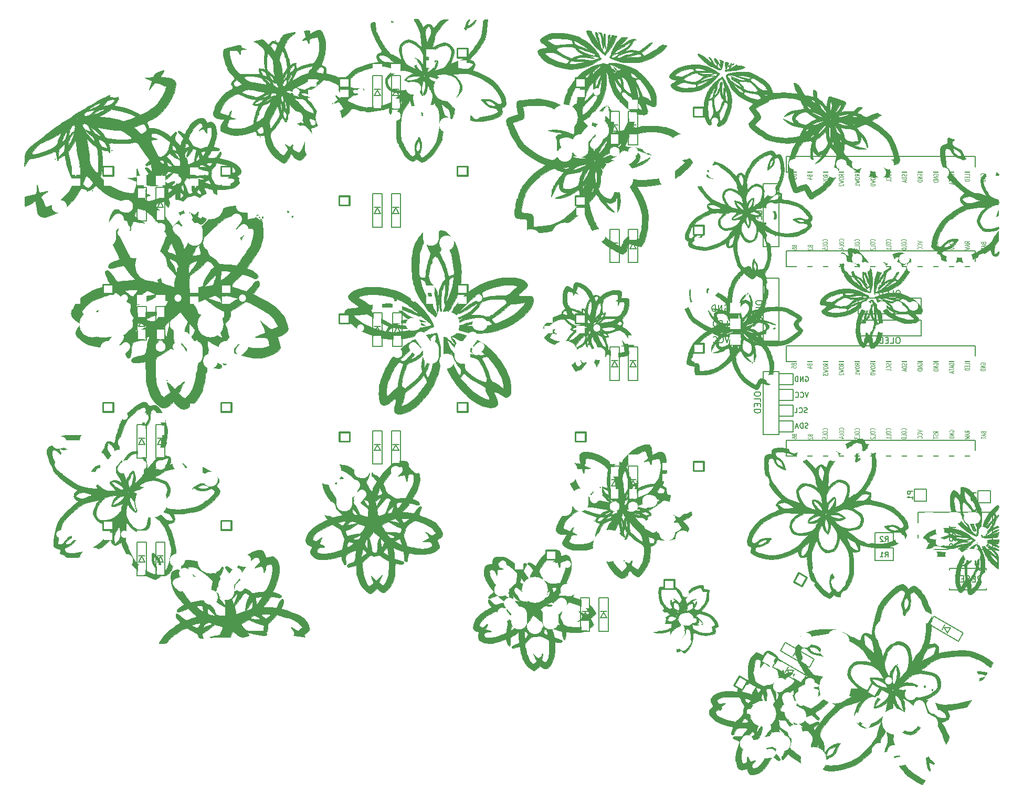
<source format=gbo>
G04 #@! TF.GenerationSoftware,KiCad,Pcbnew,(5.0.1)-3*
G04 #@! TF.CreationDate,2019-04-04T15:30:49+09:00*
G04 #@! TF.ProjectId,yosino58,796F73696E6F35382E6B696361645F70,rev?*
G04 #@! TF.SameCoordinates,PX2781868PY76cdd18*
G04 #@! TF.FileFunction,Legend,Bot*
G04 #@! TF.FilePolarity,Positive*
%FSLAX46Y46*%
G04 Gerber Fmt 4.6, Leading zero omitted, Abs format (unit mm)*
G04 Created by KiCad (PCBNEW (5.0.1)-3) date 2019/04/04 15:30:49*
%MOMM*%
%LPD*%
G01*
G04 APERTURE LIST*
%ADD10C,0.150000*%
%ADD11C,0.300000*%
%ADD12C,0.010000*%
%ADD13C,0.125000*%
%ADD14R,1.400000X1.200000*%
%ADD15C,1.200000*%
%ADD16C,0.100000*%
%ADD17C,1.724000*%
%ADD18C,5.200000*%
%ADD19C,2.400000*%
%ADD20C,4.187800*%
%ADD21C,3.248000*%
%ADD22C,1.450000*%
%ADD23C,1.450000*%
%ADD24C,4.200000*%
%ADD25C,2.100000*%
%ADD26C,2.600000*%
%ADD27C,1.750000*%
%ADD28C,1.750000*%
%ADD29C,1.900000*%
%ADD30C,1.597000*%
%ADD31R,1.724000X1.724000*%
%ADD32R,1.150000X1.500000*%
%ADD33R,1.597000X1.597000*%
%ADD34C,1.150000*%
%ADD35C,1.400000*%
%ADD36O,2.700000X1.900000*%
%ADD37R,0.835000X1.343000*%
%ADD38C,2.200000*%
G04 APERTURE END LIST*
D10*
X111067857Y52772620D02*
X111544047Y52772620D01*
X111544047Y53772620D01*
X110734523Y53296429D02*
X110401190Y53296429D01*
X110258333Y52772620D02*
X110734523Y52772620D01*
X110734523Y53772620D01*
X110258333Y53772620D01*
X109829761Y52772620D02*
X109829761Y53772620D01*
X109591666Y53772620D01*
X109448809Y53725000D01*
X109353571Y53629762D01*
X109305952Y53534524D01*
X109258333Y53344048D01*
X109258333Y53201191D01*
X109305952Y53010715D01*
X109353571Y52915477D01*
X109448809Y52820239D01*
X109591666Y52772620D01*
X109829761Y52772620D01*
X111136904Y56225000D02*
X111232142Y56272620D01*
X111375000Y56272620D01*
X111517857Y56225000D01*
X111613095Y56129762D01*
X111660714Y56034524D01*
X111708333Y55844048D01*
X111708333Y55701191D01*
X111660714Y55510715D01*
X111613095Y55415477D01*
X111517857Y55320239D01*
X111375000Y55272620D01*
X111279761Y55272620D01*
X111136904Y55320239D01*
X111089285Y55367858D01*
X111089285Y55701191D01*
X111279761Y55701191D01*
X110660714Y55272620D02*
X110660714Y56272620D01*
X110089285Y55272620D01*
X110089285Y56272620D01*
X109613095Y55272620D02*
X109613095Y56272620D01*
X109375000Y56272620D01*
X109232142Y56225000D01*
X109136904Y56129762D01*
X109089285Y56034524D01*
X109041666Y55844048D01*
X109041666Y55701191D01*
X109089285Y55510715D01*
X109136904Y55415477D01*
X109232142Y55320239D01*
X109375000Y55272620D01*
X109613095Y55272620D01*
X111833333Y51197620D02*
X111499999Y50197620D01*
X111166666Y51197620D01*
X110261904Y50292858D02*
X110309523Y50245239D01*
X110452380Y50197620D01*
X110547619Y50197620D01*
X110690476Y50245239D01*
X110785714Y50340477D01*
X110833333Y50435715D01*
X110880952Y50626191D01*
X110880952Y50769048D01*
X110833333Y50959524D01*
X110785714Y51054762D01*
X110690476Y51150000D01*
X110547619Y51197620D01*
X110452380Y51197620D01*
X110309523Y51150000D01*
X110261904Y51102381D01*
X109261904Y50292858D02*
X109309523Y50245239D01*
X109452380Y50197620D01*
X109547619Y50197620D01*
X109690476Y50245239D01*
X109785714Y50340477D01*
X109833333Y50435715D01*
X109880952Y50626191D01*
X109880952Y50769048D01*
X109833333Y50959524D01*
X109785714Y51054762D01*
X109690476Y51150000D01*
X109547619Y51197620D01*
X109452380Y51197620D01*
X109309523Y51150000D01*
X109261904Y51102381D01*
D11*
G04 #@! TO.C,L1*
X12505000Y78587500D02*
X12505000Y77137500D01*
X12505000Y77137500D02*
X10875000Y77137500D01*
X10875000Y77137500D02*
X10875000Y78587500D01*
X10875000Y78587500D02*
X12505000Y78587500D01*
G04 #@! TO.C,L2*
X31555000Y78587500D02*
X31555000Y77137500D01*
X31555000Y77137500D02*
X29925000Y77137500D01*
X29925000Y77137500D02*
X29925000Y78587500D01*
X29925000Y78587500D02*
X31555000Y78587500D01*
G04 #@! TO.C,L3*
X50605000Y92875000D02*
X50605000Y91425000D01*
X50605000Y91425000D02*
X48975000Y91425000D01*
X48975000Y91425000D02*
X48975000Y92875000D01*
X48975000Y92875000D02*
X50605000Y92875000D01*
G04 #@! TO.C,L4*
X69655000Y97637500D02*
X69655000Y96187500D01*
X69655000Y96187500D02*
X68025000Y96187500D01*
X68025000Y96187500D02*
X68025000Y97637500D01*
X68025000Y97637500D02*
X69655000Y97637500D01*
G04 #@! TO.C,L5*
X88705000Y92875000D02*
X88705000Y91425000D01*
X88705000Y91425000D02*
X87075000Y91425000D01*
X87075000Y91425000D02*
X87075000Y92875000D01*
X87075000Y92875000D02*
X88705000Y92875000D01*
G04 #@! TO.C,L6*
X107755000Y88112500D02*
X107755000Y86662500D01*
X107755000Y86662500D02*
X106125000Y86662500D01*
X106125000Y86662500D02*
X106125000Y88112500D01*
X106125000Y88112500D02*
X107755000Y88112500D01*
G04 #@! TO.C,L7*
X12505000Y59537500D02*
X12505000Y58087500D01*
X12505000Y58087500D02*
X10875000Y58087500D01*
X10875000Y58087500D02*
X10875000Y59537500D01*
X10875000Y59537500D02*
X12505000Y59537500D01*
G04 #@! TO.C,L8*
X31555000Y59537500D02*
X31555000Y58087500D01*
X31555000Y58087500D02*
X29925000Y58087500D01*
X29925000Y58087500D02*
X29925000Y59537500D01*
X29925000Y59537500D02*
X31555000Y59537500D01*
G04 #@! TO.C,L9*
X50605000Y73825000D02*
X50605000Y72375000D01*
X50605000Y72375000D02*
X48975000Y72375000D01*
X48975000Y72375000D02*
X48975000Y73825000D01*
X48975000Y73825000D02*
X50605000Y73825000D01*
G04 #@! TO.C,L10*
X69655000Y78587500D02*
X69655000Y77137500D01*
X69655000Y77137500D02*
X68025000Y77137500D01*
X68025000Y77137500D02*
X68025000Y78587500D01*
X68025000Y78587500D02*
X69655000Y78587500D01*
G04 #@! TO.C,L11*
X88705000Y73825000D02*
X88705000Y72375000D01*
X88705000Y72375000D02*
X87075000Y72375000D01*
X87075000Y72375000D02*
X87075000Y73825000D01*
X87075000Y73825000D02*
X88705000Y73825000D01*
G04 #@! TO.C,L12*
X107755000Y69062500D02*
X107755000Y67612500D01*
X107755000Y67612500D02*
X106125000Y67612500D01*
X106125000Y67612500D02*
X106125000Y69062500D01*
X106125000Y69062500D02*
X107755000Y69062500D01*
G04 #@! TO.C,L13*
X12505000Y40487500D02*
X12505000Y39037500D01*
X12505000Y39037500D02*
X10875000Y39037500D01*
X10875000Y39037500D02*
X10875000Y40487500D01*
X10875000Y40487500D02*
X12505000Y40487500D01*
G04 #@! TO.C,L14*
X31555000Y40487500D02*
X31555000Y39037500D01*
X31555000Y39037500D02*
X29925000Y39037500D01*
X29925000Y39037500D02*
X29925000Y40487500D01*
X29925000Y40487500D02*
X31555000Y40487500D01*
G04 #@! TO.C,L15*
X50605000Y54775000D02*
X50605000Y53325000D01*
X50605000Y53325000D02*
X48975000Y53325000D01*
X48975000Y53325000D02*
X48975000Y54775000D01*
X48975000Y54775000D02*
X50605000Y54775000D01*
G04 #@! TO.C,L16*
X69655000Y59537500D02*
X69655000Y58087500D01*
X69655000Y58087500D02*
X68025000Y58087500D01*
X68025000Y58087500D02*
X68025000Y59537500D01*
X68025000Y59537500D02*
X69655000Y59537500D01*
G04 #@! TO.C,L17*
X88705000Y54775000D02*
X88705000Y53325000D01*
X88705000Y53325000D02*
X87075000Y53325000D01*
X87075000Y53325000D02*
X87075000Y54775000D01*
X87075000Y54775000D02*
X88705000Y54775000D01*
G04 #@! TO.C,L18*
X107755000Y50012500D02*
X107755000Y48562500D01*
X107755000Y48562500D02*
X106125000Y48562500D01*
X106125000Y48562500D02*
X106125000Y50012500D01*
X106125000Y50012500D02*
X107755000Y50012500D01*
G04 #@! TO.C,L19*
X12505000Y21437500D02*
X12505000Y19987500D01*
X12505000Y19987500D02*
X10875000Y19987500D01*
X10875000Y19987500D02*
X10875000Y21437500D01*
X10875000Y21437500D02*
X12505000Y21437500D01*
G04 #@! TO.C,L20*
X31555000Y21437500D02*
X31555000Y19987500D01*
X31555000Y19987500D02*
X29925000Y19987500D01*
X29925000Y19987500D02*
X29925000Y21437500D01*
X29925000Y21437500D02*
X31555000Y21437500D01*
G04 #@! TO.C,L21*
X50623750Y35725000D02*
X50623750Y34275000D01*
X50623750Y34275000D02*
X48993750Y34275000D01*
X48993750Y34275000D02*
X48993750Y35725000D01*
X48993750Y35725000D02*
X50623750Y35725000D01*
G04 #@! TO.C,L22*
X69655000Y40487500D02*
X69655000Y39037500D01*
X69655000Y39037500D02*
X68025000Y39037500D01*
X68025000Y39037500D02*
X68025000Y40487500D01*
X68025000Y40487500D02*
X69655000Y40487500D01*
G04 #@! TO.C,L23*
X88705000Y35725000D02*
X88705000Y34275000D01*
X88705000Y34275000D02*
X87075000Y34275000D01*
X87075000Y34275000D02*
X87075000Y35725000D01*
X87075000Y35725000D02*
X88705000Y35725000D01*
G04 #@! TO.C,L24*
X107755000Y30962500D02*
X107755000Y29512500D01*
X107755000Y29512500D02*
X106125000Y29512500D01*
X106125000Y29512500D02*
X106125000Y30962500D01*
X106125000Y30962500D02*
X107755000Y30962500D01*
G04 #@! TO.C,L25*
X83942500Y16675000D02*
X83942500Y15225000D01*
X83942500Y15225000D02*
X82312500Y15225000D01*
X82312500Y15225000D02*
X82312500Y16675000D01*
X82312500Y16675000D02*
X83942500Y16675000D01*
G04 #@! TO.C,L26*
X102992500Y11912500D02*
X102992500Y10462500D01*
X102992500Y10462500D02*
X101362500Y10462500D01*
X101362500Y10462500D02*
X101362500Y11912500D01*
X101362500Y11912500D02*
X102992500Y11912500D01*
G04 #@! TO.C,L27*
X113504359Y-3654533D02*
X114760096Y-4379533D01*
X114760096Y-4379533D02*
X113945096Y-5791154D01*
X113945096Y-5791154D02*
X112689359Y-5066154D01*
X112689359Y-5066154D02*
X113504359Y-3654533D01*
G04 #@! TO.C,L28*
X123104359Y13045467D02*
X124360096Y12320467D01*
X124360096Y12320467D02*
X123545096Y10908846D01*
X123545096Y10908846D02*
X122289359Y11633846D01*
X122289359Y11633846D02*
X123104359Y13045467D01*
G04 #@! TO.C,L29*
X134904359Y-4754533D02*
X136160096Y-5479533D01*
X136160096Y-5479533D02*
X135345096Y-6891154D01*
X135345096Y-6891154D02*
X134089359Y-6166154D01*
X134089359Y-6166154D02*
X134904359Y-4754533D01*
D10*
G04 #@! TO.C,U1*
X151553000Y34495000D02*
X151553000Y31955000D01*
X151553000Y31955000D02*
X121073000Y31955000D01*
X121073000Y31955000D02*
X121073000Y34495000D01*
X121073000Y34495000D02*
X151553000Y34495000D01*
X151553000Y49735000D02*
X151553000Y47195000D01*
X151553000Y47195000D02*
X121073000Y47195000D01*
X121073000Y47195000D02*
X121073000Y49735000D01*
X121073000Y49735000D02*
X151553000Y49735000D01*
G04 #@! TO.C,U2*
X121073000Y80235000D02*
X151553000Y80235000D01*
X121073000Y77695000D02*
X121073000Y80235000D01*
X151553000Y77695000D02*
X121073000Y77695000D01*
X151553000Y80235000D02*
X151553000Y77695000D01*
X121073000Y64995000D02*
X151553000Y64995000D01*
X121073000Y62455000D02*
X121073000Y64995000D01*
X151553000Y62455000D02*
X121073000Y62455000D01*
X151553000Y64995000D02*
X151553000Y62455000D01*
G04 #@! TO.C,J6*
X142795000Y57370000D02*
X142795000Y54830000D01*
X132635000Y57370000D02*
X142795000Y57370000D01*
X132635000Y54830000D02*
X132635000Y57370000D01*
X142795000Y54830000D02*
X132635000Y54830000D01*
G04 #@! TO.C,J3*
X119845000Y60595000D02*
X119845000Y50435000D01*
X119845000Y50435000D02*
X117305000Y50435000D01*
X117305000Y50435000D02*
X117305000Y60595000D01*
X117305000Y60595000D02*
X119845000Y60595000D01*
G04 #@! TO.C,J5*
X132646000Y51270000D02*
X132646000Y53810000D01*
X142806000Y51270000D02*
X132646000Y51270000D01*
X142806000Y53810000D02*
X142806000Y51270000D01*
X132646000Y53810000D02*
X142806000Y53810000D01*
G04 #@! TO.C,J4*
X119845000Y75845000D02*
X119845000Y65685000D01*
X119845000Y65685000D02*
X117305000Y65685000D01*
X117305000Y65685000D02*
X117305000Y75845000D01*
X117305000Y75845000D02*
X119845000Y75845000D01*
G04 #@! TO.C,D1*
X17075000Y72975000D02*
X17575000Y72075000D01*
X17575000Y72075000D02*
X16575000Y72075000D01*
X16575000Y72075000D02*
X17075000Y72975000D01*
X17575000Y73075000D02*
X16575000Y73075000D01*
X17825000Y69875000D02*
X17825000Y75275000D01*
X17825000Y75275000D02*
X16325000Y75275000D01*
X16325000Y75275000D02*
X16325000Y69875000D01*
X16325000Y69875000D02*
X17825000Y69875000D01*
G04 #@! TO.C,D2*
X20075000Y72975000D02*
X20575000Y72075000D01*
X20575000Y72075000D02*
X19575000Y72075000D01*
X19575000Y72075000D02*
X20075000Y72975000D01*
X20575000Y73075000D02*
X19575000Y73075000D01*
X20825000Y69875000D02*
X20825000Y75275000D01*
X20825000Y75275000D02*
X19325000Y75275000D01*
X19325000Y75275000D02*
X19325000Y69875000D01*
X19325000Y69875000D02*
X20825000Y69875000D01*
G04 #@! TO.C,D3*
X55075000Y90975000D02*
X55575000Y90075000D01*
X55575000Y90075000D02*
X54575000Y90075000D01*
X54575000Y90075000D02*
X55075000Y90975000D01*
X55575000Y91075000D02*
X54575000Y91075000D01*
X55825000Y87875000D02*
X55825000Y93275000D01*
X55825000Y93275000D02*
X54325000Y93275000D01*
X54325000Y93275000D02*
X54325000Y87875000D01*
X54325000Y87875000D02*
X55825000Y87875000D01*
G04 #@! TO.C,D4*
X57325000Y87875000D02*
X58825000Y87875000D01*
X57325000Y93275000D02*
X57325000Y87875000D01*
X58825000Y93275000D02*
X57325000Y93275000D01*
X58825000Y87875000D02*
X58825000Y93275000D01*
X58575000Y91075000D02*
X57575000Y91075000D01*
X57575000Y90075000D02*
X58075000Y90975000D01*
X58575000Y90075000D02*
X57575000Y90075000D01*
X58075000Y90975000D02*
X58575000Y90075000D01*
G04 #@! TO.C,D5*
X93325000Y85225000D02*
X93825000Y84325000D01*
X93825000Y84325000D02*
X92825000Y84325000D01*
X92825000Y84325000D02*
X93325000Y85225000D01*
X93825000Y85325000D02*
X92825000Y85325000D01*
X94075000Y82125000D02*
X94075000Y87525000D01*
X94075000Y87525000D02*
X92575000Y87525000D01*
X92575000Y87525000D02*
X92575000Y82125000D01*
X92575000Y82125000D02*
X94075000Y82125000D01*
G04 #@! TO.C,D6*
X95575000Y82125000D02*
X97075000Y82125000D01*
X95575000Y87525000D02*
X95575000Y82125000D01*
X97075000Y87525000D02*
X95575000Y87525000D01*
X97075000Y82125000D02*
X97075000Y87525000D01*
X96825000Y85325000D02*
X95825000Y85325000D01*
X95825000Y84325000D02*
X96325000Y85225000D01*
X96825000Y84325000D02*
X95825000Y84325000D01*
X96325000Y85225000D02*
X96825000Y84325000D01*
G04 #@! TO.C,D7*
X17075000Y53725000D02*
X17575000Y52825000D01*
X17575000Y52825000D02*
X16575000Y52825000D01*
X16575000Y52825000D02*
X17075000Y53725000D01*
X17575000Y53825000D02*
X16575000Y53825000D01*
X17825000Y50625000D02*
X17825000Y56025000D01*
X17825000Y56025000D02*
X16325000Y56025000D01*
X16325000Y56025000D02*
X16325000Y50625000D01*
X16325000Y50625000D02*
X17825000Y50625000D01*
G04 #@! TO.C,D8*
X20075000Y53725000D02*
X20575000Y52825000D01*
X20575000Y52825000D02*
X19575000Y52825000D01*
X19575000Y52825000D02*
X20075000Y53725000D01*
X20575000Y53825000D02*
X19575000Y53825000D01*
X20825000Y50625000D02*
X20825000Y56025000D01*
X20825000Y56025000D02*
X19325000Y56025000D01*
X19325000Y56025000D02*
X19325000Y50625000D01*
X19325000Y50625000D02*
X20825000Y50625000D01*
G04 #@! TO.C,D9*
X54325000Y68875000D02*
X55825000Y68875000D01*
X54325000Y74275000D02*
X54325000Y68875000D01*
X55825000Y74275000D02*
X54325000Y74275000D01*
X55825000Y68875000D02*
X55825000Y74275000D01*
X55575000Y72075000D02*
X54575000Y72075000D01*
X54575000Y71075000D02*
X55075000Y71975000D01*
X55575000Y71075000D02*
X54575000Y71075000D01*
X55075000Y71975000D02*
X55575000Y71075000D01*
G04 #@! TO.C,D10*
X57325000Y68875000D02*
X58825000Y68875000D01*
X57325000Y74275000D02*
X57325000Y68875000D01*
X58825000Y74275000D02*
X57325000Y74275000D01*
X58825000Y68875000D02*
X58825000Y74275000D01*
X58575000Y72075000D02*
X57575000Y72075000D01*
X57575000Y71075000D02*
X58075000Y71975000D01*
X58575000Y71075000D02*
X57575000Y71075000D01*
X58075000Y71975000D02*
X58575000Y71075000D01*
G04 #@! TO.C,D11*
X92575000Y63125000D02*
X94075000Y63125000D01*
X92575000Y68525000D02*
X92575000Y63125000D01*
X94075000Y68525000D02*
X92575000Y68525000D01*
X94075000Y63125000D02*
X94075000Y68525000D01*
X93825000Y66325000D02*
X92825000Y66325000D01*
X92825000Y65325000D02*
X93325000Y66225000D01*
X93825000Y65325000D02*
X92825000Y65325000D01*
X93325000Y66225000D02*
X93825000Y65325000D01*
G04 #@! TO.C,D12*
X96325000Y66225000D02*
X96825000Y65325000D01*
X96825000Y65325000D02*
X95825000Y65325000D01*
X95825000Y65325000D02*
X96325000Y66225000D01*
X96825000Y66325000D02*
X95825000Y66325000D01*
X97075000Y63125000D02*
X97075000Y68525000D01*
X97075000Y68525000D02*
X95575000Y68525000D01*
X95575000Y68525000D02*
X95575000Y63125000D01*
X95575000Y63125000D02*
X97075000Y63125000D01*
G04 #@! TO.C,D13*
X17075000Y34725000D02*
X17575000Y33825000D01*
X17575000Y33825000D02*
X16575000Y33825000D01*
X16575000Y33825000D02*
X17075000Y34725000D01*
X17575000Y34825000D02*
X16575000Y34825000D01*
X17825000Y31625000D02*
X17825000Y37025000D01*
X17825000Y37025000D02*
X16325000Y37025000D01*
X16325000Y37025000D02*
X16325000Y31625000D01*
X16325000Y31625000D02*
X17825000Y31625000D01*
G04 #@! TO.C,D14*
X19325000Y31625000D02*
X20825000Y31625000D01*
X19325000Y37025000D02*
X19325000Y31625000D01*
X20825000Y37025000D02*
X19325000Y37025000D01*
X20825000Y31625000D02*
X20825000Y37025000D01*
X20575000Y34825000D02*
X19575000Y34825000D01*
X19575000Y33825000D02*
X20075000Y34725000D01*
X20575000Y33825000D02*
X19575000Y33825000D01*
X20075000Y34725000D02*
X20575000Y33825000D01*
G04 #@! TO.C,D15*
X55075000Y52725000D02*
X55575000Y51825000D01*
X55575000Y51825000D02*
X54575000Y51825000D01*
X54575000Y51825000D02*
X55075000Y52725000D01*
X55575000Y52825000D02*
X54575000Y52825000D01*
X55825000Y49625000D02*
X55825000Y55025000D01*
X55825000Y55025000D02*
X54325000Y55025000D01*
X54325000Y55025000D02*
X54325000Y49625000D01*
X54325000Y49625000D02*
X55825000Y49625000D01*
G04 #@! TO.C,D16*
X57575000Y49625000D02*
X59075000Y49625000D01*
X57575000Y55025000D02*
X57575000Y49625000D01*
X59075000Y55025000D02*
X57575000Y55025000D01*
X59075000Y49625000D02*
X59075000Y55025000D01*
X58825000Y52825000D02*
X57825000Y52825000D01*
X57825000Y51825000D02*
X58325000Y52725000D01*
X58825000Y51825000D02*
X57825000Y51825000D01*
X58325000Y52725000D02*
X58825000Y51825000D01*
G04 #@! TO.C,D17*
X93325000Y47225000D02*
X93825000Y46325000D01*
X93825000Y46325000D02*
X92825000Y46325000D01*
X92825000Y46325000D02*
X93325000Y47225000D01*
X93825000Y47325000D02*
X92825000Y47325000D01*
X94075000Y44125000D02*
X94075000Y49525000D01*
X94075000Y49525000D02*
X92575000Y49525000D01*
X92575000Y49525000D02*
X92575000Y44125000D01*
X92575000Y44125000D02*
X94075000Y44125000D01*
G04 #@! TO.C,D18*
X95575000Y44125000D02*
X97075000Y44125000D01*
X95575000Y49525000D02*
X95575000Y44125000D01*
X97075000Y49525000D02*
X95575000Y49525000D01*
X97075000Y44125000D02*
X97075000Y49525000D01*
X96825000Y47325000D02*
X95825000Y47325000D01*
X95825000Y46325000D02*
X96325000Y47225000D01*
X96825000Y46325000D02*
X95825000Y46325000D01*
X96325000Y47225000D02*
X96825000Y46325000D01*
G04 #@! TO.C,D19*
X16325000Y12625000D02*
X17825000Y12625000D01*
X16325000Y18025000D02*
X16325000Y12625000D01*
X17825000Y18025000D02*
X16325000Y18025000D01*
X17825000Y12625000D02*
X17825000Y18025000D01*
X17575000Y15825000D02*
X16575000Y15825000D01*
X16575000Y14825000D02*
X17075000Y15725000D01*
X17575000Y14825000D02*
X16575000Y14825000D01*
X17075000Y15725000D02*
X17575000Y14825000D01*
G04 #@! TO.C,D20*
X20075000Y15725000D02*
X20575000Y14825000D01*
X20575000Y14825000D02*
X19575000Y14825000D01*
X19575000Y14825000D02*
X20075000Y15725000D01*
X20575000Y15825000D02*
X19575000Y15825000D01*
X20825000Y12625000D02*
X20825000Y18025000D01*
X20825000Y18025000D02*
X19325000Y18025000D01*
X19325000Y18025000D02*
X19325000Y12625000D01*
X19325000Y12625000D02*
X20825000Y12625000D01*
G04 #@! TO.C,D21*
X54325000Y30625000D02*
X55825000Y30625000D01*
X54325000Y36025000D02*
X54325000Y30625000D01*
X55825000Y36025000D02*
X54325000Y36025000D01*
X55825000Y30625000D02*
X55825000Y36025000D01*
X55575000Y33825000D02*
X54575000Y33825000D01*
X54575000Y32825000D02*
X55075000Y33725000D01*
X55575000Y32825000D02*
X54575000Y32825000D01*
X55075000Y33725000D02*
X55575000Y32825000D01*
G04 #@! TO.C,D22*
X58075000Y33725000D02*
X58575000Y32825000D01*
X58575000Y32825000D02*
X57575000Y32825000D01*
X57575000Y32825000D02*
X58075000Y33725000D01*
X58575000Y33825000D02*
X57575000Y33825000D01*
X58825000Y30625000D02*
X58825000Y36025000D01*
X58825000Y36025000D02*
X57325000Y36025000D01*
X57325000Y36025000D02*
X57325000Y30625000D01*
X57325000Y30625000D02*
X58825000Y30625000D01*
G04 #@! TO.C,D23*
X93325000Y27975000D02*
X93825000Y27075000D01*
X93825000Y27075000D02*
X92825000Y27075000D01*
X92825000Y27075000D02*
X93325000Y27975000D01*
X93825000Y28075000D02*
X92825000Y28075000D01*
X94075000Y24875000D02*
X94075000Y30275000D01*
X94075000Y30275000D02*
X92575000Y30275000D01*
X92575000Y30275000D02*
X92575000Y24875000D01*
X92575000Y24875000D02*
X94075000Y24875000D01*
G04 #@! TO.C,D24*
X95575000Y24875000D02*
X97075000Y24875000D01*
X95575000Y30275000D02*
X95575000Y24875000D01*
X97075000Y30275000D02*
X95575000Y30275000D01*
X97075000Y24875000D02*
X97075000Y30275000D01*
X96825000Y28075000D02*
X95825000Y28075000D01*
X95825000Y27075000D02*
X96325000Y27975000D01*
X96825000Y27075000D02*
X95825000Y27075000D01*
X96325000Y27975000D02*
X96825000Y27075000D01*
G04 #@! TO.C,D25*
X87825000Y3625000D02*
X89325000Y3625000D01*
X87825000Y9025000D02*
X87825000Y3625000D01*
X89325000Y9025000D02*
X87825000Y9025000D01*
X89325000Y3625000D02*
X89325000Y9025000D01*
X89075000Y6825000D02*
X88075000Y6825000D01*
X88075000Y5825000D02*
X88575000Y6725000D01*
X89075000Y5825000D02*
X88075000Y5825000D01*
X88575000Y6725000D02*
X89075000Y5825000D01*
G04 #@! TO.C,D26*
X91575000Y6725000D02*
X92075000Y5825000D01*
X92075000Y5825000D02*
X91075000Y5825000D01*
X91075000Y5825000D02*
X91575000Y6725000D01*
X92075000Y6825000D02*
X91075000Y6825000D01*
X92325000Y3625000D02*
X92325000Y9025000D01*
X92325000Y9025000D02*
X90825000Y9025000D01*
X90825000Y9025000D02*
X90825000Y3625000D01*
X90825000Y3625000D02*
X92325000Y3625000D01*
G04 #@! TO.C,D27*
X121191395Y-2587500D02*
X122220818Y-2604487D01*
X122220818Y-2604487D02*
X121720818Y-3470513D01*
X121720818Y-3470513D02*
X121191395Y-2587500D01*
X121354792Y-2104487D02*
X120854792Y-2970513D01*
X124251074Y-3487981D02*
X119574536Y-787981D01*
X119574536Y-787981D02*
X118824536Y-2087019D01*
X118824536Y-2087019D02*
X123501074Y-4787019D01*
X123501074Y-4787019D02*
X124251074Y-3487981D01*
G04 #@! TO.C,D28*
X124788269Y-2174519D02*
X125538269Y-875481D01*
X120111731Y525481D02*
X124788269Y-2174519D01*
X120861731Y1824519D02*
X120111731Y525481D01*
X125538269Y-875481D02*
X120861731Y1824519D01*
X122641987Y508013D02*
X122141987Y-358013D01*
X123008013Y-858013D02*
X122478590Y25000D01*
X123508013Y8013D02*
X123008013Y-858013D01*
X122478590Y25000D02*
X123508013Y8013D01*
G04 #@! TO.C,D29*
X148788269Y2075481D02*
X149538269Y3374519D01*
X144111731Y4775481D02*
X148788269Y2075481D01*
X144861731Y6074519D02*
X144111731Y4775481D01*
X149538269Y3374519D02*
X144861731Y6074519D01*
X146641987Y4758013D02*
X146141987Y3891987D01*
X147008013Y3391987D02*
X146478590Y4275000D01*
X147508013Y4258013D02*
X147008013Y3391987D01*
X146478590Y4275000D02*
X147508013Y4258013D01*
G04 #@! TO.C,J1*
X142325000Y22825000D02*
X154325000Y22825000D01*
X142325000Y16825000D02*
X142325000Y22825000D01*
X154325000Y16825000D02*
X142325000Y16825000D01*
X154325000Y22825000D02*
X154325000Y16825000D01*
G04 #@! TO.C,J2*
X119845000Y45585000D02*
X119845000Y35425000D01*
X119845000Y35425000D02*
X117305000Y35425000D01*
X117305000Y35425000D02*
X117305000Y45585000D01*
X117305000Y45585000D02*
X119845000Y45585000D01*
G04 #@! TO.C,JP6*
X119882000Y37584000D02*
X119882000Y35806000D01*
X122168000Y37584000D02*
X119882000Y37584000D01*
X122168000Y35806000D02*
X122168000Y37584000D01*
X119882000Y35806000D02*
X122168000Y35806000D01*
G04 #@! TO.C,JP7*
X119882000Y38346000D02*
X122168000Y38346000D01*
X122168000Y38346000D02*
X122168000Y40124000D01*
X122168000Y40124000D02*
X119882000Y40124000D01*
X119882000Y40124000D02*
X119882000Y38346000D01*
G04 #@! TO.C,JP8*
X119882000Y42664000D02*
X119882000Y40886000D01*
X122168000Y42664000D02*
X119882000Y42664000D01*
X122168000Y40886000D02*
X122168000Y42664000D01*
X119882000Y40886000D02*
X122168000Y40886000D01*
G04 #@! TO.C,JP9*
X119882000Y43436000D02*
X122168000Y43436000D01*
X122168000Y43436000D02*
X122168000Y45214000D01*
X122168000Y45214000D02*
X119882000Y45214000D01*
X119882000Y45214000D02*
X119882000Y43436000D01*
G04 #@! TO.C,P1*
X141679000Y26616000D02*
X143679000Y26616000D01*
X141679000Y24616000D02*
X141679000Y26616000D01*
X143679000Y24616000D02*
X141679000Y24616000D01*
X143679000Y26616000D02*
X143679000Y24616000D01*
G04 #@! TO.C,P2*
X153966000Y26362000D02*
X153966000Y24362000D01*
X153966000Y24362000D02*
X151966000Y24362000D01*
X151966000Y24362000D02*
X151966000Y26362000D01*
X151966000Y26362000D02*
X153966000Y26362000D01*
G04 #@! TO.C,R1*
X138325000Y15075000D02*
X135325000Y15075000D01*
X135325000Y15075000D02*
X135325000Y17075000D01*
X135325000Y17075000D02*
X138325000Y17075000D01*
X138325000Y17075000D02*
X138325000Y15075000D01*
G04 #@! TO.C,R2*
X138325000Y19575000D02*
X138325000Y17575000D01*
X135325000Y19575000D02*
X138325000Y19575000D01*
X135325000Y17575000D02*
X135325000Y19575000D01*
X138325000Y17575000D02*
X135325000Y17575000D01*
G04 #@! TO.C,RSW1*
X153325000Y10575000D02*
X153325000Y10325000D01*
X153325000Y10325000D02*
X147325000Y10325000D01*
X147325000Y10325000D02*
X147325000Y10575000D01*
X147325000Y13575000D02*
X147325000Y13825000D01*
X147325000Y13825000D02*
X153325000Y13825000D01*
X153325000Y13825000D02*
X153325000Y13575000D01*
D12*
G04 #@! TO.C,G\002A\002A\002A*
G36*
X38561489Y91647883D02*
X38502419Y91588814D01*
X38443349Y91647883D01*
X38502419Y91706953D01*
X38561489Y91647883D01*
X38561489Y91647883D01*
G37*
X38561489Y91647883D02*
X38502419Y91588814D01*
X38443349Y91647883D01*
X38502419Y91706953D01*
X38561489Y91647883D01*
G36*
X47894512Y88812534D02*
X47835442Y88753465D01*
X47776373Y88812534D01*
X47835442Y88871604D01*
X47894512Y88812534D01*
X47894512Y88812534D01*
G37*
X47894512Y88812534D02*
X47835442Y88753465D01*
X47776373Y88812534D01*
X47835442Y88871604D01*
X47894512Y88812534D01*
G36*
X93368346Y94610319D02*
X93566473Y94385339D01*
X93606662Y94231360D01*
X93515336Y94187883D01*
X93401326Y94283684D01*
X93269170Y94510489D01*
X93175103Y94728926D01*
X93201163Y94754546D01*
X93368346Y94610319D01*
X93368346Y94610319D01*
G37*
X93368346Y94610319D02*
X93566473Y94385339D01*
X93606662Y94231360D01*
X93515336Y94187883D01*
X93401326Y94283684D01*
X93269170Y94510489D01*
X93175103Y94728926D01*
X93201163Y94754546D01*
X93368346Y94610319D01*
G36*
X92078698Y88458116D02*
X92019628Y88399046D01*
X91960559Y88458116D01*
X92019628Y88517186D01*
X92078698Y88458116D01*
X92078698Y88458116D01*
G37*
X92078698Y88458116D02*
X92019628Y88399046D01*
X91960559Y88458116D01*
X92019628Y88517186D01*
X92078698Y88458116D01*
G36*
X99167070Y80542767D02*
X99108000Y80483697D01*
X99048931Y80542767D01*
X99108000Y80601837D01*
X99167070Y80542767D01*
X99167070Y80542767D01*
G37*
X99167070Y80542767D02*
X99108000Y80483697D01*
X99048931Y80542767D01*
X99108000Y80601837D01*
X99167070Y80542767D01*
G36*
X64788466Y55024627D02*
X64729396Y54965558D01*
X64670326Y55024627D01*
X64729396Y55083697D01*
X64788466Y55024627D01*
X64788466Y55024627D01*
G37*
X64788466Y55024627D02*
X64729396Y54965558D01*
X64670326Y55024627D01*
X64729396Y55083697D01*
X64788466Y55024627D01*
G36*
X90661024Y52307418D02*
X90601954Y52248348D01*
X90542884Y52307418D01*
X90601954Y52366488D01*
X90661024Y52307418D01*
X90661024Y52307418D01*
G37*
X90661024Y52307418D02*
X90601954Y52248348D01*
X90542884Y52307418D01*
X90601954Y52366488D01*
X90661024Y52307418D01*
G36*
X90306605Y52189279D02*
X90247535Y52130209D01*
X90188466Y52189279D01*
X90247535Y52248348D01*
X90306605Y52189279D01*
X90306605Y52189279D01*
G37*
X90306605Y52189279D02*
X90247535Y52130209D01*
X90188466Y52189279D01*
X90247535Y52248348D01*
X90306605Y52189279D01*
G36*
X87943814Y47345558D02*
X87884745Y47286488D01*
X87825675Y47345558D01*
X87884745Y47404627D01*
X87943814Y47345558D01*
X87943814Y47345558D01*
G37*
X87943814Y47345558D02*
X87884745Y47286488D01*
X87825675Y47345558D01*
X87884745Y47404627D01*
X87943814Y47345558D01*
G36*
X114879628Y58228339D02*
X114796460Y58120527D01*
X114761489Y58096255D01*
X114651041Y58066151D01*
X114643349Y58082311D01*
X114726517Y58190123D01*
X114761489Y58214395D01*
X114871936Y58244499D01*
X114879628Y58228339D01*
X114879628Y58228339D01*
G37*
X114879628Y58228339D02*
X114796460Y58120527D01*
X114761489Y58096255D01*
X114651041Y58066151D01*
X114643349Y58082311D01*
X114726517Y58190123D01*
X114761489Y58214395D01*
X114871936Y58244499D01*
X114879628Y58228339D01*
G36*
X115588466Y46991139D02*
X115529396Y46932069D01*
X115470326Y46991139D01*
X115529396Y47050209D01*
X115588466Y46991139D01*
X115588466Y46991139D01*
G37*
X115588466Y46991139D02*
X115529396Y46932069D01*
X115470326Y46991139D01*
X115529396Y47050209D01*
X115588466Y46991139D01*
G36*
X30882419Y77943697D02*
X30823349Y77884627D01*
X30764279Y77943697D01*
X30823349Y78002767D01*
X30882419Y77943697D01*
X30882419Y77943697D01*
G37*
X30882419Y77943697D02*
X30823349Y77884627D01*
X30764279Y77943697D01*
X30823349Y78002767D01*
X30882419Y77943697D01*
G36*
X12295132Y81271294D02*
X12278915Y81201060D01*
X12216373Y81192534D01*
X12119130Y81235760D01*
X12137613Y81271294D01*
X12277817Y81285433D01*
X12295132Y81271294D01*
X12295132Y81271294D01*
G37*
X12295132Y81271294D02*
X12278915Y81201060D01*
X12216373Y81192534D01*
X12119130Y81235760D01*
X12137613Y81271294D01*
X12277817Y81285433D01*
X12295132Y81271294D01*
G36*
X24857303Y71209744D02*
X24798233Y71150674D01*
X24739163Y71209744D01*
X24798233Y71268814D01*
X24857303Y71209744D01*
X24857303Y71209744D01*
G37*
X24857303Y71209744D02*
X24798233Y71150674D01*
X24739163Y71209744D01*
X24798233Y71268814D01*
X24857303Y71209744D01*
G36*
X21194977Y44155790D02*
X21135907Y44096720D01*
X21076838Y44155790D01*
X21135907Y44214860D01*
X21194977Y44155790D01*
X21194977Y44155790D01*
G37*
X21194977Y44155790D02*
X21135907Y44096720D01*
X21076838Y44155790D01*
X21135907Y44214860D01*
X21194977Y44155790D01*
G36*
X59117768Y43092534D02*
X59058698Y43033465D01*
X58999628Y43092534D01*
X59058698Y43151604D01*
X59117768Y43092534D01*
X59117768Y43092534D01*
G37*
X59117768Y43092534D02*
X59058698Y43033465D01*
X58999628Y43092534D01*
X59058698Y43151604D01*
X59117768Y43092534D01*
G36*
X96922419Y27852534D02*
X96863349Y27793465D01*
X96804279Y27852534D01*
X96863349Y27911604D01*
X96922419Y27852534D01*
X96922419Y27852534D01*
G37*
X96922419Y27852534D02*
X96863349Y27793465D01*
X96804279Y27852534D01*
X96863349Y27911604D01*
X96922419Y27852534D01*
G36*
X97158698Y27616255D02*
X97099628Y27557186D01*
X97040559Y27616255D01*
X97099628Y27675325D01*
X97158698Y27616255D01*
X97158698Y27616255D01*
G37*
X97158698Y27616255D02*
X97099628Y27557186D01*
X97040559Y27616255D01*
X97099628Y27675325D01*
X97158698Y27616255D01*
G36*
X91094202Y26927108D02*
X91077985Y26856874D01*
X91015442Y26848348D01*
X90918200Y26891574D01*
X90936683Y26927108D01*
X91076887Y26941247D01*
X91094202Y26927108D01*
X91094202Y26927108D01*
G37*
X91094202Y26927108D02*
X91077985Y26856874D01*
X91015442Y26848348D01*
X90918200Y26891574D01*
X90936683Y26927108D01*
X91076887Y26941247D01*
X91094202Y26927108D01*
G36*
X93496373Y22654395D02*
X93437303Y22595325D01*
X93378233Y22654395D01*
X93437303Y22713465D01*
X93496373Y22654395D01*
X93496373Y22654395D01*
G37*
X93496373Y22654395D02*
X93437303Y22595325D01*
X93378233Y22654395D01*
X93437303Y22713465D01*
X93496373Y22654395D01*
G36*
X102947535Y22418116D02*
X102888466Y22359046D01*
X102829396Y22418116D01*
X102888466Y22477186D01*
X102947535Y22418116D01*
X102947535Y22418116D01*
G37*
X102947535Y22418116D02*
X102888466Y22359046D01*
X102829396Y22418116D01*
X102888466Y22477186D01*
X102947535Y22418116D01*
G36*
X99521489Y22181837D02*
X99462419Y22122767D01*
X99403349Y22181837D01*
X99462419Y22240907D01*
X99521489Y22181837D01*
X99521489Y22181837D01*
G37*
X99521489Y22181837D02*
X99462419Y22122767D01*
X99403349Y22181837D01*
X99462419Y22240907D01*
X99521489Y22181837D01*
G36*
X102593117Y21118581D02*
X102534047Y21059511D01*
X102474977Y21118581D01*
X102534047Y21177651D01*
X102593117Y21118581D01*
X102593117Y21118581D01*
G37*
X102593117Y21118581D02*
X102534047Y21059511D01*
X102474977Y21118581D01*
X102534047Y21177651D01*
X102593117Y21118581D01*
G36*
X90070326Y21473000D02*
X90011256Y21413930D01*
X89952186Y21473000D01*
X90011256Y21532069D01*
X90070326Y21473000D01*
X90070326Y21473000D01*
G37*
X90070326Y21473000D02*
X90011256Y21413930D01*
X89952186Y21473000D01*
X90011256Y21532069D01*
X90070326Y21473000D01*
G36*
X94874667Y15113155D02*
X94888806Y14972951D01*
X94874667Y14955635D01*
X94804433Y14971852D01*
X94795907Y15034395D01*
X94839133Y15131637D01*
X94874667Y15113155D01*
X94874667Y15113155D01*
G37*
X94874667Y15113155D02*
X94888806Y14972951D01*
X94874667Y14955635D01*
X94804433Y14971852D01*
X94795907Y15034395D01*
X94839133Y15131637D01*
X94874667Y15113155D01*
G36*
X25329861Y26671139D02*
X25270791Y26612069D01*
X25211721Y26671139D01*
X25270791Y26730209D01*
X25329861Y26671139D01*
X25329861Y26671139D01*
G37*
X25329861Y26671139D02*
X25270791Y26612069D01*
X25211721Y26671139D01*
X25270791Y26730209D01*
X25329861Y26671139D01*
G36*
X101057303Y5169744D02*
X100998233Y5110674D01*
X100939163Y5169744D01*
X100998233Y5228814D01*
X101057303Y5169744D01*
X101057303Y5169744D01*
G37*
X101057303Y5169744D02*
X100998233Y5110674D01*
X100939163Y5169744D01*
X100998233Y5228814D01*
X101057303Y5169744D01*
G36*
X107515597Y4835015D02*
X107499380Y4764781D01*
X107436838Y4756255D01*
X107339595Y4799481D01*
X107358078Y4835015D01*
X107498282Y4849154D01*
X107515597Y4835015D01*
X107515597Y4835015D01*
G37*
X107515597Y4835015D02*
X107499380Y4764781D01*
X107436838Y4756255D01*
X107339595Y4799481D01*
X107358078Y4835015D01*
X107498282Y4849154D01*
X107515597Y4835015D01*
G36*
X87471256Y5287883D02*
X87412186Y5228814D01*
X87353117Y5287883D01*
X87412186Y5346953D01*
X87471256Y5287883D01*
X87471256Y5287883D01*
G37*
X87471256Y5287883D02*
X87412186Y5228814D01*
X87353117Y5287883D01*
X87412186Y5346953D01*
X87471256Y5287883D01*
G36*
X138980093Y-1682349D02*
X138921024Y-1741419D01*
X138861954Y-1682349D01*
X138921024Y-1623280D01*
X138980093Y-1682349D01*
X138980093Y-1682349D01*
G37*
X138980093Y-1682349D02*
X138921024Y-1741419D01*
X138861954Y-1682349D01*
X138921024Y-1623280D01*
X138980093Y-1682349D01*
G36*
X143457110Y-5133035D02*
X143498931Y-5224917D01*
X143428507Y-5341350D01*
X143322136Y-5381175D01*
X143174860Y-5360540D01*
X143189017Y-5230125D01*
X143318413Y-5084026D01*
X143457110Y-5133035D01*
X143457110Y-5133035D01*
G37*
X143457110Y-5133035D02*
X143498931Y-5224917D01*
X143428507Y-5341350D01*
X143322136Y-5381175D01*
X143174860Y-5360540D01*
X143189017Y-5230125D01*
X143318413Y-5084026D01*
X143457110Y-5133035D01*
G36*
X144639621Y-5657252D02*
X144697428Y-5773317D01*
X144661773Y-5859381D01*
X144550982Y-5952763D01*
X144476519Y-5881056D01*
X144445567Y-5701794D01*
X144583073Y-5643560D01*
X144639621Y-5657252D01*
X144639621Y-5657252D01*
G37*
X144639621Y-5657252D02*
X144697428Y-5773317D01*
X144661773Y-5859381D01*
X144550982Y-5952763D01*
X144476519Y-5881056D01*
X144445567Y-5701794D01*
X144583073Y-5643560D01*
X144639621Y-5657252D01*
G36*
X57586864Y102046096D02*
X57628855Y102004783D01*
X57591800Y101919177D01*
X57512491Y101906333D01*
X57316426Y101963469D01*
X57274436Y102004783D01*
X57311490Y102090388D01*
X57390800Y102103232D01*
X57586864Y102046096D01*
X57586864Y102046096D01*
G37*
X57586864Y102046096D02*
X57628855Y102004783D01*
X57591800Y101919177D01*
X57512491Y101906333D01*
X57316426Y101963469D01*
X57274436Y102004783D01*
X57311490Y102090388D01*
X57390800Y102103232D01*
X57586864Y102046096D01*
G36*
X69950614Y102289441D02*
X69899221Y102191837D01*
X69797774Y101999483D01*
X69713086Y101742158D01*
X69668439Y101510714D01*
X69687114Y101396002D01*
X69694872Y101394395D01*
X69927031Y101471027D01*
X70232924Y101660915D01*
X70525644Y101904050D01*
X70673550Y102070173D01*
X70854170Y102265479D01*
X70987273Y102318885D01*
X71000128Y102310484D01*
X70994174Y102171540D01*
X70862082Y101973414D01*
X70717203Y101770435D01*
X70693586Y101647806D01*
X70625499Y101562181D01*
X70392512Y101408613D01*
X70043777Y101219206D01*
X70016227Y101205398D01*
X69664494Y101015022D01*
X69428594Y100857868D01*
X69355921Y100765859D01*
X69358471Y100762374D01*
X69383665Y100687601D01*
X69370993Y100685558D01*
X69251840Y100764692D01*
X69159628Y100862767D01*
X69088013Y101006324D01*
X69132015Y101039976D01*
X69229123Y101143508D01*
X69317345Y101399351D01*
X69331771Y101468009D01*
X69465015Y101933991D01*
X69649110Y102236863D01*
X69852279Y102339511D01*
X69950614Y102289441D01*
X69950614Y102289441D01*
G37*
X69950614Y102289441D02*
X69899221Y102191837D01*
X69797774Y101999483D01*
X69713086Y101742158D01*
X69668439Y101510714D01*
X69687114Y101396002D01*
X69694872Y101394395D01*
X69927031Y101471027D01*
X70232924Y101660915D01*
X70525644Y101904050D01*
X70673550Y102070173D01*
X70854170Y102265479D01*
X70987273Y102318885D01*
X71000128Y102310484D01*
X70994174Y102171540D01*
X70862082Y101973414D01*
X70717203Y101770435D01*
X70693586Y101647806D01*
X70625499Y101562181D01*
X70392512Y101408613D01*
X70043777Y101219206D01*
X70016227Y101205398D01*
X69664494Y101015022D01*
X69428594Y100857868D01*
X69355921Y100765859D01*
X69358471Y100762374D01*
X69383665Y100687601D01*
X69370993Y100685558D01*
X69251840Y100764692D01*
X69159628Y100862767D01*
X69088013Y101006324D01*
X69132015Y101039976D01*
X69229123Y101143508D01*
X69317345Y101399351D01*
X69331771Y101468009D01*
X69465015Y101933991D01*
X69649110Y102236863D01*
X69852279Y102339511D01*
X69950614Y102289441D01*
G36*
X38679628Y98972534D02*
X38620559Y98913465D01*
X38561489Y98972534D01*
X38620559Y99031604D01*
X38679628Y98972534D01*
X38679628Y98972534D01*
G37*
X38679628Y98972534D02*
X38620559Y98913465D01*
X38561489Y98972534D01*
X38620559Y99031604D01*
X38679628Y98972534D01*
G36*
X90818360Y100283214D02*
X91050258Y100223490D01*
X91135283Y100213000D01*
X91238140Y100115424D01*
X91348731Y99891346D01*
X91418496Y99643737D01*
X91423123Y99602612D01*
X91499909Y99452961D01*
X91503567Y99449216D01*
X91545960Y99496759D01*
X91549235Y99712602D01*
X91547048Y99740697D01*
X91552036Y99995366D01*
X91644788Y100071796D01*
X91708692Y100064285D01*
X91852906Y99945481D01*
X91858590Y99851565D01*
X91829229Y99589044D01*
X91820422Y99177591D01*
X91830639Y98703516D01*
X91858347Y98253130D01*
X91892002Y97968348D01*
X91930982Y97704817D01*
X91913904Y97653394D01*
X91824644Y97793308D01*
X91795672Y97844257D01*
X91692461Y98103913D01*
X91686021Y98275330D01*
X91670120Y98448275D01*
X91635663Y98481730D01*
X91572304Y98423754D01*
X91549522Y98198068D01*
X91551428Y98135658D01*
X91547016Y97801439D01*
X91501837Y97682333D01*
X91434755Y97764817D01*
X91364632Y98035374D01*
X91327391Y98296233D01*
X91263942Y98795325D01*
X91488000Y98795325D01*
X91531226Y98698083D01*
X91566760Y98716565D01*
X91580899Y98856769D01*
X91566760Y98874085D01*
X91496526Y98857868D01*
X91488000Y98795325D01*
X91263942Y98795325D01*
X91237475Y99003513D01*
X91201801Y99191571D01*
X91406926Y99191571D01*
X91428931Y99149744D01*
X91540243Y99036920D01*
X91561015Y99031604D01*
X91569075Y99107916D01*
X91547070Y99149744D01*
X91435757Y99262567D01*
X91414986Y99267883D01*
X91406926Y99191571D01*
X91201801Y99191571D01*
X91140336Y99515582D01*
X91023499Y99873448D01*
X90874489Y100118119D01*
X90731942Y100253679D01*
X90704664Y100308101D01*
X90818360Y100283214D01*
X90818360Y100283214D01*
G37*
X90818360Y100283214D02*
X91050258Y100223490D01*
X91135283Y100213000D01*
X91238140Y100115424D01*
X91348731Y99891346D01*
X91418496Y99643737D01*
X91423123Y99602612D01*
X91499909Y99452961D01*
X91503567Y99449216D01*
X91545960Y99496759D01*
X91549235Y99712602D01*
X91547048Y99740697D01*
X91552036Y99995366D01*
X91644788Y100071796D01*
X91708692Y100064285D01*
X91852906Y99945481D01*
X91858590Y99851565D01*
X91829229Y99589044D01*
X91820422Y99177591D01*
X91830639Y98703516D01*
X91858347Y98253130D01*
X91892002Y97968348D01*
X91930982Y97704817D01*
X91913904Y97653394D01*
X91824644Y97793308D01*
X91795672Y97844257D01*
X91692461Y98103913D01*
X91686021Y98275330D01*
X91670120Y98448275D01*
X91635663Y98481730D01*
X91572304Y98423754D01*
X91549522Y98198068D01*
X91551428Y98135658D01*
X91547016Y97801439D01*
X91501837Y97682333D01*
X91434755Y97764817D01*
X91364632Y98035374D01*
X91327391Y98296233D01*
X91263942Y98795325D01*
X91488000Y98795325D01*
X91531226Y98698083D01*
X91566760Y98716565D01*
X91580899Y98856769D01*
X91566760Y98874085D01*
X91496526Y98857868D01*
X91488000Y98795325D01*
X91263942Y98795325D01*
X91237475Y99003513D01*
X91201801Y99191571D01*
X91406926Y99191571D01*
X91428931Y99149744D01*
X91540243Y99036920D01*
X91561015Y99031604D01*
X91569075Y99107916D01*
X91547070Y99149744D01*
X91435757Y99262567D01*
X91414986Y99267883D01*
X91406926Y99191571D01*
X91201801Y99191571D01*
X91140336Y99515582D01*
X91023499Y99873448D01*
X90874489Y100118119D01*
X90731942Y100253679D01*
X90704664Y100308101D01*
X90818360Y100283214D01*
G36*
X89084265Y100591477D02*
X89128733Y100587330D01*
X89451969Y100521048D01*
X89609926Y100377086D01*
X89643690Y100282393D01*
X89770129Y99999392D01*
X89948969Y99744151D01*
X90119531Y99505304D01*
X90188466Y99327252D01*
X90261678Y99154279D01*
X90442902Y98903742D01*
X90495119Y98843235D01*
X90677167Y98648544D01*
X90726929Y98628725D01*
X90663236Y98775013D01*
X90547998Y99042583D01*
X90402702Y99430459D01*
X90313382Y99690594D01*
X90201804Y100063566D01*
X90177827Y100262060D01*
X90237779Y100329540D01*
X90259248Y100331139D01*
X90434187Y100237760D01*
X90542884Y100094860D01*
X90615837Y99912425D01*
X90601954Y99858581D01*
X90594374Y99772820D01*
X90651242Y99640578D01*
X90801810Y99229298D01*
X90910677Y98668961D01*
X90942857Y98365686D01*
X91026093Y98034749D01*
X91170651Y97796262D01*
X91362169Y97516712D01*
X91439415Y97318868D01*
X91556102Y97077494D01*
X91673872Y96977186D01*
X91805449Y97038882D01*
X91939725Y97289219D01*
X92063880Y97681067D01*
X92165093Y98167298D01*
X92230545Y98700783D01*
X92248342Y99089020D01*
X92262781Y99538341D01*
X92303491Y99800504D01*
X92381935Y99924164D01*
X92451688Y99952083D01*
X92571206Y99945232D01*
X92596492Y99821831D01*
X92543111Y99540248D01*
X92474159Y99205150D01*
X92437540Y98953522D01*
X92435935Y98923310D01*
X92469972Y98816583D01*
X92542749Y98883524D01*
X92595337Y99050314D01*
X92671000Y99275797D01*
X92759525Y99459094D01*
X92834873Y99682121D01*
X92812914Y99794514D01*
X92872189Y99817282D01*
X93077419Y99806979D01*
X93342329Y99774113D01*
X93580648Y99729189D01*
X93702309Y99686197D01*
X93675869Y99569437D01*
X93554268Y99301052D01*
X93365251Y98931216D01*
X93136561Y98510102D01*
X92895943Y98087883D01*
X92671139Y97714733D01*
X92489895Y97440825D01*
X92400409Y97331785D01*
X92125591Y97040342D01*
X91928221Y96790201D01*
X91789147Y96630037D01*
X91724806Y96632884D01*
X91724279Y96642527D01*
X91646265Y96777398D01*
X91602992Y96786953D01*
X91505853Y96821272D01*
X91337497Y96938659D01*
X91071657Y97160763D01*
X90682066Y97509231D01*
X90291192Y97868073D01*
X90072985Y98100340D01*
X89957621Y98282931D01*
X89952186Y98311096D01*
X89889267Y98435842D01*
X89863582Y98441653D01*
X89746170Y98542477D01*
X89561763Y98811146D01*
X89337644Y99198852D01*
X89101097Y99656786D01*
X88879404Y100136137D01*
X88773365Y100392048D01*
X88735733Y100544066D01*
X88822088Y100601048D01*
X89084265Y100591477D01*
X89084265Y100591477D01*
G37*
X89084265Y100591477D02*
X89128733Y100587330D01*
X89451969Y100521048D01*
X89609926Y100377086D01*
X89643690Y100282393D01*
X89770129Y99999392D01*
X89948969Y99744151D01*
X90119531Y99505304D01*
X90188466Y99327252D01*
X90261678Y99154279D01*
X90442902Y98903742D01*
X90495119Y98843235D01*
X90677167Y98648544D01*
X90726929Y98628725D01*
X90663236Y98775013D01*
X90547998Y99042583D01*
X90402702Y99430459D01*
X90313382Y99690594D01*
X90201804Y100063566D01*
X90177827Y100262060D01*
X90237779Y100329540D01*
X90259248Y100331139D01*
X90434187Y100237760D01*
X90542884Y100094860D01*
X90615837Y99912425D01*
X90601954Y99858581D01*
X90594374Y99772820D01*
X90651242Y99640578D01*
X90801810Y99229298D01*
X90910677Y98668961D01*
X90942857Y98365686D01*
X91026093Y98034749D01*
X91170651Y97796262D01*
X91362169Y97516712D01*
X91439415Y97318868D01*
X91556102Y97077494D01*
X91673872Y96977186D01*
X91805449Y97038882D01*
X91939725Y97289219D01*
X92063880Y97681067D01*
X92165093Y98167298D01*
X92230545Y98700783D01*
X92248342Y99089020D01*
X92262781Y99538341D01*
X92303491Y99800504D01*
X92381935Y99924164D01*
X92451688Y99952083D01*
X92571206Y99945232D01*
X92596492Y99821831D01*
X92543111Y99540248D01*
X92474159Y99205150D01*
X92437540Y98953522D01*
X92435935Y98923310D01*
X92469972Y98816583D01*
X92542749Y98883524D01*
X92595337Y99050314D01*
X92671000Y99275797D01*
X92759525Y99459094D01*
X92834873Y99682121D01*
X92812914Y99794514D01*
X92872189Y99817282D01*
X93077419Y99806979D01*
X93342329Y99774113D01*
X93580648Y99729189D01*
X93702309Y99686197D01*
X93675869Y99569437D01*
X93554268Y99301052D01*
X93365251Y98931216D01*
X93136561Y98510102D01*
X92895943Y98087883D01*
X92671139Y97714733D01*
X92489895Y97440825D01*
X92400409Y97331785D01*
X92125591Y97040342D01*
X91928221Y96790201D01*
X91789147Y96630037D01*
X91724806Y96632884D01*
X91724279Y96642527D01*
X91646265Y96777398D01*
X91602992Y96786953D01*
X91505853Y96821272D01*
X91337497Y96938659D01*
X91071657Y97160763D01*
X90682066Y97509231D01*
X90291192Y97868073D01*
X90072985Y98100340D01*
X89957621Y98282931D01*
X89952186Y98311096D01*
X89889267Y98435842D01*
X89863582Y98441653D01*
X89746170Y98542477D01*
X89561763Y98811146D01*
X89337644Y99198852D01*
X89101097Y99656786D01*
X88879404Y100136137D01*
X88773365Y100392048D01*
X88735733Y100544066D01*
X88822088Y100601048D01*
X89084265Y100591477D01*
G36*
X95178988Y99491560D02*
X95364741Y99459745D01*
X95386605Y99441944D01*
X95312815Y99322758D01*
X95126007Y99093158D01*
X94878024Y98811989D01*
X94620711Y98538097D01*
X94411954Y98335667D01*
X94214704Y98140722D01*
X94196257Y98070719D01*
X94339200Y98118963D01*
X94626122Y98278764D01*
X95039610Y98543427D01*
X95154890Y98621224D01*
X95668492Y98957630D01*
X96040070Y99161175D01*
X96312154Y99246539D01*
X96527273Y99228400D01*
X96686140Y99149744D01*
X96778920Y99063568D01*
X96661583Y99034727D01*
X96597535Y99033413D01*
X96380170Y98961341D01*
X96331721Y98801412D01*
X96254800Y98563881D01*
X96066589Y98286341D01*
X96036373Y98252533D01*
X95842657Y98024905D01*
X95744152Y97872758D01*
X95741024Y97858430D01*
X95649652Y97754536D01*
X95425075Y97597003D01*
X95378426Y97568821D01*
X95122602Y97396627D01*
X95084813Y97313031D01*
X95263298Y97319924D01*
X95546758Y97388017D01*
X96031647Y97450016D01*
X96619188Y97379275D01*
X96629891Y97377065D01*
X97009222Y97308188D01*
X97263031Y97313197D01*
X97495946Y97412497D01*
X97775916Y97600577D01*
X98169483Y97894776D01*
X98559807Y98211459D01*
X98680986Y98317164D01*
X98978890Y98537459D01*
X99252712Y98663684D01*
X99330754Y98675469D01*
X99420385Y98644557D01*
X99382967Y98537306D01*
X99200929Y98328908D01*
X98856697Y97994558D01*
X98832008Y97971363D01*
X98464679Y97642312D01*
X98137615Y97377043D01*
X97905499Y97218989D01*
X97857356Y97197211D01*
X97674078Y97104171D01*
X97635013Y97044806D01*
X97721931Y96852588D01*
X97903723Y96653606D01*
X98083514Y96551560D01*
X98096634Y96550674D01*
X98312688Y96612615D01*
X98666782Y96776837D01*
X99102825Y97010934D01*
X99564722Y97282505D01*
X99996381Y97559145D01*
X100341708Y97808451D01*
X100480142Y97927566D01*
X100760574Y98174480D01*
X100979452Y98278926D01*
X101229995Y98276968D01*
X101336654Y98258904D01*
X101615266Y98187305D01*
X101760272Y98112296D01*
X101766140Y98097953D01*
X101685593Y97965119D01*
X101477996Y97729052D01*
X101194415Y97441771D01*
X100885916Y97155293D01*
X100634646Y96945374D01*
X100220346Y96672060D01*
X99658161Y96363598D01*
X99025331Y96056584D01*
X98399095Y95787615D01*
X97856692Y95593288D01*
X97676180Y95543617D01*
X97080126Y95446422D01*
X96362675Y95396865D01*
X95609495Y95394852D01*
X94906257Y95440289D01*
X94338631Y95533085D01*
X94283993Y95547317D01*
X93828083Y95688500D01*
X93314429Y95870046D01*
X93078014Y95961953D01*
X92725021Y96110717D01*
X92577668Y96201797D01*
X94854977Y96201797D01*
X96154512Y96230873D01*
X96696511Y96251130D01*
X97157763Y96283460D01*
X97482776Y96323053D01*
X97607582Y96356836D01*
X97674887Y96488786D01*
X97579699Y96639085D01*
X97386815Y96761522D01*
X97161029Y96809887D01*
X97019949Y96775923D01*
X96801239Y96692746D01*
X96423148Y96580368D01*
X95957220Y96459608D01*
X95823161Y96427687D01*
X94854977Y96201797D01*
X92577668Y96201797D01*
X92554277Y96216255D01*
X92534279Y96299956D01*
X92855555Y96299956D01*
X92856797Y96297903D01*
X93024695Y96224972D01*
X93299961Y96280954D01*
X93339333Y96301658D01*
X93681764Y96301658D01*
X93684259Y96297120D01*
X93867488Y96203590D01*
X94178084Y96222807D01*
X94541436Y96344899D01*
X94704447Y96432093D01*
X95021571Y96589373D01*
X95295990Y96668139D01*
X95327535Y96670151D01*
X95591957Y96710682D01*
X95941666Y96807326D01*
X96278046Y96927982D01*
X96502482Y97040547D01*
X96526415Y97060406D01*
X96471580Y97107991D01*
X96240634Y97137103D01*
X96074557Y97141372D01*
X95703634Y97106400D01*
X95258253Y97013376D01*
X94788908Y96880132D01*
X94346093Y96724505D01*
X93980302Y96564327D01*
X93742027Y96417433D01*
X93681764Y96301658D01*
X93339333Y96301658D01*
X93608640Y96443272D01*
X93774773Y96578134D01*
X94112243Y96900943D01*
X93656633Y96873483D01*
X93335863Y96800500D01*
X93053320Y96650283D01*
X92872164Y96468284D01*
X92855555Y96299956D01*
X92534279Y96299956D01*
X92528714Y96323248D01*
X92611262Y96476375D01*
X92628864Y96503316D01*
X92734789Y96703651D01*
X92728466Y96786953D01*
X92723298Y96870635D01*
X92787991Y96993697D01*
X93381990Y96993697D01*
X93396345Y96928664D01*
X93475135Y96922566D01*
X93520357Y96938560D01*
X94217188Y96938560D01*
X94335566Y96963348D01*
X94357979Y96971758D01*
X94502646Y97065347D01*
X94503685Y97118556D01*
X94378710Y97105304D01*
X94291845Y97037892D01*
X94217188Y96938560D01*
X93520357Y96938560D01*
X93660463Y96988112D01*
X93994434Y97138011D01*
X94237339Y97251873D01*
X94651173Y97462654D01*
X95005955Y97670940D01*
X95209396Y97818980D01*
X95454093Y98061810D01*
X95684652Y98313804D01*
X95860100Y98526325D01*
X95939466Y98650735D01*
X95918233Y98660461D01*
X95501745Y98455319D01*
X95163222Y98266807D01*
X94954910Y98125426D01*
X94914047Y98074171D01*
X94814751Y97989882D01*
X94558045Y97851587D01*
X94295758Y97731464D01*
X93793880Y97471685D01*
X93481639Y97211571D01*
X93381990Y96993697D01*
X92787991Y96993697D01*
X92829643Y97072929D01*
X92835741Y97082302D01*
X92952458Y97288396D01*
X92966637Y97377556D01*
X92965067Y97377651D01*
X92969822Y97466907D01*
X93067312Y97692203D01*
X93119418Y97791139D01*
X93968931Y97791139D01*
X94028000Y97732069D01*
X94087070Y97791139D01*
X94028000Y97850209D01*
X93968931Y97791139D01*
X93119418Y97791139D01*
X93224064Y97989834D01*
X93406607Y98296090D01*
X93575851Y98540117D01*
X93915134Y98971141D01*
X94153018Y99249651D01*
X94334050Y99408946D01*
X94502778Y99482329D01*
X94703750Y99503101D01*
X94865479Y99504162D01*
X95178988Y99491560D01*
X95178988Y99491560D01*
G37*
X95178988Y99491560D02*
X95364741Y99459745D01*
X95386605Y99441944D01*
X95312815Y99322758D01*
X95126007Y99093158D01*
X94878024Y98811989D01*
X94620711Y98538097D01*
X94411954Y98335667D01*
X94214704Y98140722D01*
X94196257Y98070719D01*
X94339200Y98118963D01*
X94626122Y98278764D01*
X95039610Y98543427D01*
X95154890Y98621224D01*
X95668492Y98957630D01*
X96040070Y99161175D01*
X96312154Y99246539D01*
X96527273Y99228400D01*
X96686140Y99149744D01*
X96778920Y99063568D01*
X96661583Y99034727D01*
X96597535Y99033413D01*
X96380170Y98961341D01*
X96331721Y98801412D01*
X96254800Y98563881D01*
X96066589Y98286341D01*
X96036373Y98252533D01*
X95842657Y98024905D01*
X95744152Y97872758D01*
X95741024Y97858430D01*
X95649652Y97754536D01*
X95425075Y97597003D01*
X95378426Y97568821D01*
X95122602Y97396627D01*
X95084813Y97313031D01*
X95263298Y97319924D01*
X95546758Y97388017D01*
X96031647Y97450016D01*
X96619188Y97379275D01*
X96629891Y97377065D01*
X97009222Y97308188D01*
X97263031Y97313197D01*
X97495946Y97412497D01*
X97775916Y97600577D01*
X98169483Y97894776D01*
X98559807Y98211459D01*
X98680986Y98317164D01*
X98978890Y98537459D01*
X99252712Y98663684D01*
X99330754Y98675469D01*
X99420385Y98644557D01*
X99382967Y98537306D01*
X99200929Y98328908D01*
X98856697Y97994558D01*
X98832008Y97971363D01*
X98464679Y97642312D01*
X98137615Y97377043D01*
X97905499Y97218989D01*
X97857356Y97197211D01*
X97674078Y97104171D01*
X97635013Y97044806D01*
X97721931Y96852588D01*
X97903723Y96653606D01*
X98083514Y96551560D01*
X98096634Y96550674D01*
X98312688Y96612615D01*
X98666782Y96776837D01*
X99102825Y97010934D01*
X99564722Y97282505D01*
X99996381Y97559145D01*
X100341708Y97808451D01*
X100480142Y97927566D01*
X100760574Y98174480D01*
X100979452Y98278926D01*
X101229995Y98276968D01*
X101336654Y98258904D01*
X101615266Y98187305D01*
X101760272Y98112296D01*
X101766140Y98097953D01*
X101685593Y97965119D01*
X101477996Y97729052D01*
X101194415Y97441771D01*
X100885916Y97155293D01*
X100634646Y96945374D01*
X100220346Y96672060D01*
X99658161Y96363598D01*
X99025331Y96056584D01*
X98399095Y95787615D01*
X97856692Y95593288D01*
X97676180Y95543617D01*
X97080126Y95446422D01*
X96362675Y95396865D01*
X95609495Y95394852D01*
X94906257Y95440289D01*
X94338631Y95533085D01*
X94283993Y95547317D01*
X93828083Y95688500D01*
X93314429Y95870046D01*
X93078014Y95961953D01*
X92725021Y96110717D01*
X92577668Y96201797D01*
X94854977Y96201797D01*
X96154512Y96230873D01*
X96696511Y96251130D01*
X97157763Y96283460D01*
X97482776Y96323053D01*
X97607582Y96356836D01*
X97674887Y96488786D01*
X97579699Y96639085D01*
X97386815Y96761522D01*
X97161029Y96809887D01*
X97019949Y96775923D01*
X96801239Y96692746D01*
X96423148Y96580368D01*
X95957220Y96459608D01*
X95823161Y96427687D01*
X94854977Y96201797D01*
X92577668Y96201797D01*
X92554277Y96216255D01*
X92534279Y96299956D01*
X92855555Y96299956D01*
X92856797Y96297903D01*
X93024695Y96224972D01*
X93299961Y96280954D01*
X93339333Y96301658D01*
X93681764Y96301658D01*
X93684259Y96297120D01*
X93867488Y96203590D01*
X94178084Y96222807D01*
X94541436Y96344899D01*
X94704447Y96432093D01*
X95021571Y96589373D01*
X95295990Y96668139D01*
X95327535Y96670151D01*
X95591957Y96710682D01*
X95941666Y96807326D01*
X96278046Y96927982D01*
X96502482Y97040547D01*
X96526415Y97060406D01*
X96471580Y97107991D01*
X96240634Y97137103D01*
X96074557Y97141372D01*
X95703634Y97106400D01*
X95258253Y97013376D01*
X94788908Y96880132D01*
X94346093Y96724505D01*
X93980302Y96564327D01*
X93742027Y96417433D01*
X93681764Y96301658D01*
X93339333Y96301658D01*
X93608640Y96443272D01*
X93774773Y96578134D01*
X94112243Y96900943D01*
X93656633Y96873483D01*
X93335863Y96800500D01*
X93053320Y96650283D01*
X92872164Y96468284D01*
X92855555Y96299956D01*
X92534279Y96299956D01*
X92528714Y96323248D01*
X92611262Y96476375D01*
X92628864Y96503316D01*
X92734789Y96703651D01*
X92728466Y96786953D01*
X92723298Y96870635D01*
X92787991Y96993697D01*
X93381990Y96993697D01*
X93396345Y96928664D01*
X93475135Y96922566D01*
X93520357Y96938560D01*
X94217188Y96938560D01*
X94335566Y96963348D01*
X94357979Y96971758D01*
X94502646Y97065347D01*
X94503685Y97118556D01*
X94378710Y97105304D01*
X94291845Y97037892D01*
X94217188Y96938560D01*
X93520357Y96938560D01*
X93660463Y96988112D01*
X93994434Y97138011D01*
X94237339Y97251873D01*
X94651173Y97462654D01*
X95005955Y97670940D01*
X95209396Y97818980D01*
X95454093Y98061810D01*
X95684652Y98313804D01*
X95860100Y98526325D01*
X95939466Y98650735D01*
X95918233Y98660461D01*
X95501745Y98455319D01*
X95163222Y98266807D01*
X94954910Y98125426D01*
X94914047Y98074171D01*
X94814751Y97989882D01*
X94558045Y97851587D01*
X94295758Y97731464D01*
X93793880Y97471685D01*
X93481639Y97211571D01*
X93381990Y96993697D01*
X92787991Y96993697D01*
X92829643Y97072929D01*
X92835741Y97082302D01*
X92952458Y97288396D01*
X92966637Y97377556D01*
X92965067Y97377651D01*
X92969822Y97466907D01*
X93067312Y97692203D01*
X93119418Y97791139D01*
X93968931Y97791139D01*
X94028000Y97732069D01*
X94087070Y97791139D01*
X94028000Y97850209D01*
X93968931Y97791139D01*
X93119418Y97791139D01*
X93224064Y97989834D01*
X93406607Y98296090D01*
X93575851Y98540117D01*
X93915134Y98971141D01*
X94153018Y99249651D01*
X94334050Y99408946D01*
X94502778Y99482329D01*
X94703750Y99503101D01*
X94865479Y99504162D01*
X95178988Y99491560D01*
G36*
X112594833Y95178350D02*
X112575907Y95133000D01*
X112419406Y95019271D01*
X112384754Y95014860D01*
X112320702Y95087649D01*
X112339628Y95133000D01*
X112496129Y95246728D01*
X112530782Y95251139D01*
X112594833Y95178350D01*
X112594833Y95178350D01*
G37*
X112594833Y95178350D02*
X112575907Y95133000D01*
X112419406Y95019271D01*
X112384754Y95014860D01*
X112320702Y95087649D01*
X112339628Y95133000D01*
X112496129Y95246728D01*
X112530782Y95251139D01*
X112594833Y95178350D01*
G36*
X111885996Y94942071D02*
X111867070Y94896720D01*
X111710569Y94782992D01*
X111675916Y94778581D01*
X111611865Y94851370D01*
X111630791Y94896720D01*
X111787292Y95010449D01*
X111821945Y95014860D01*
X111885996Y94942071D01*
X111885996Y94942071D01*
G37*
X111885996Y94942071D02*
X111867070Y94896720D01*
X111710569Y94782992D01*
X111675916Y94778581D01*
X111611865Y94851370D01*
X111630791Y94896720D01*
X111787292Y95010449D01*
X111821945Y95014860D01*
X111885996Y94942071D01*
G36*
X111388908Y95532177D02*
X111637124Y95434308D01*
X111689177Y95314313D01*
X111596784Y95129230D01*
X111478882Y94840186D01*
X111453582Y94669017D01*
X111407614Y94467973D01*
X111309902Y94351543D01*
X111220736Y94372292D01*
X111198637Y94446725D01*
X111183206Y94656552D01*
X111167519Y94991090D01*
X111163498Y95103830D01*
X111164727Y95414989D01*
X111214756Y95544379D01*
X111341797Y95545614D01*
X111388908Y95532177D01*
X111388908Y95532177D01*
G37*
X111388908Y95532177D02*
X111637124Y95434308D01*
X111689177Y95314313D01*
X111596784Y95129230D01*
X111478882Y94840186D01*
X111453582Y94669017D01*
X111407614Y94467973D01*
X111309902Y94351543D01*
X111220736Y94372292D01*
X111198637Y94446725D01*
X111183206Y94656552D01*
X111167519Y94991090D01*
X111163498Y95103830D01*
X111164727Y95414989D01*
X111214756Y95544379D01*
X111341797Y95545614D01*
X111388908Y95532177D01*
G36*
X84857879Y100145682D02*
X85606378Y100047495D01*
X86345868Y99906809D01*
X87019590Y99734429D01*
X87570789Y99541161D01*
X87942706Y99337809D01*
X87943814Y99336945D01*
X88175093Y99187449D01*
X88475026Y99026509D01*
X88719047Y98868762D01*
X89048666Y98604972D01*
X89419422Y98277430D01*
X89786853Y97928430D01*
X90106499Y97600264D01*
X90333898Y97335223D01*
X90424589Y97175601D01*
X90424745Y97171896D01*
X90490143Y97033840D01*
X90528551Y97023232D01*
X90640110Y96925616D01*
X90770855Y96688382D01*
X90780323Y96666014D01*
X90932352Y96388078D01*
X91092032Y96217175D01*
X91093770Y96216187D01*
X91141095Y96123837D01*
X91019306Y95969748D01*
X90728390Y95742342D01*
X89678640Y95117181D01*
X88537026Y94668149D01*
X87349917Y94405557D01*
X86163677Y94339715D01*
X85040041Y94477489D01*
X83771503Y94832958D01*
X82817645Y95242701D01*
X86053582Y95242701D01*
X86163938Y95158632D01*
X86482801Y95140018D01*
X86991863Y95186110D01*
X87672816Y95296158D01*
X87758960Y95312429D01*
X88202057Y95402541D01*
X88547737Y95482831D01*
X88736660Y95539198D01*
X88753301Y95548688D01*
X88670898Y95574131D01*
X88402245Y95593696D01*
X87997354Y95604411D01*
X87795957Y95605558D01*
X87312554Y95612910D01*
X86909000Y95632492D01*
X86652138Y95660591D01*
X86610105Y95671422D01*
X86407777Y95643845D01*
X86190249Y95490767D01*
X86060328Y95291384D01*
X86053582Y95242701D01*
X82817645Y95242701D01*
X82713893Y95287269D01*
X81868645Y95839582D01*
X81237193Y96489053D01*
X81003795Y96846909D01*
X80975543Y96964162D01*
X81876947Y96964162D01*
X82312906Y96582418D01*
X82735524Y96248750D01*
X83184508Y95982053D01*
X83731950Y95745101D01*
X84340559Y95535416D01*
X85015749Y95343864D01*
X85486673Y95267396D01*
X85752614Y95306068D01*
X85817303Y95418503D01*
X85905890Y95603444D01*
X85964977Y95638609D01*
X86048744Y95678190D01*
X86047831Y95728945D01*
X85930777Y95812770D01*
X85666120Y95951558D01*
X85611811Y95977952D01*
X86821489Y95977952D01*
X87589396Y95955758D01*
X88281744Y95925229D01*
X88803623Y95879891D01*
X89130429Y95822406D01*
X89227987Y95778439D01*
X89375826Y95754502D01*
X89711506Y95802240D01*
X90250133Y95924120D01*
X90483814Y95983308D01*
X90774729Y96065201D01*
X90865398Y96130393D01*
X90785002Y96218685D01*
X90699446Y96277458D01*
X90445684Y96374398D01*
X90051541Y96449152D01*
X89701266Y96479850D01*
X89326690Y96481464D01*
X89184517Y96448710D01*
X89273974Y96385400D01*
X89594289Y96295348D01*
X89745442Y96261502D01*
X89980528Y96181166D01*
X90070326Y96095885D01*
X89965523Y96068767D01*
X89691580Y96091604D01*
X89331954Y96154744D01*
X88484158Y96282662D01*
X87789204Y96273306D01*
X87234977Y96137186D01*
X86821489Y95977952D01*
X85611811Y95977952D01*
X85222397Y96167205D01*
X85167535Y96193565D01*
X84700949Y96425388D01*
X84259859Y96657513D01*
X83936768Y96841197D01*
X83927070Y96847180D01*
X83666698Y96985266D01*
X83404225Y97051483D01*
X83055004Y97058659D01*
X82695265Y97033870D01*
X81876947Y96964162D01*
X80975543Y96964162D01*
X80926431Y97167980D01*
X81057604Y97436399D01*
X81280597Y97573753D01*
X83968873Y97573753D01*
X84038867Y97351704D01*
X84338869Y97079078D01*
X84868604Y96755323D01*
X85282052Y96543389D01*
X85713274Y96337171D01*
X86062775Y96177945D01*
X86277468Y96089548D01*
X86315758Y96079231D01*
X86464384Y96128831D01*
X86736664Y96254731D01*
X86855903Y96315368D01*
X87280004Y96479150D01*
X87734666Y96575252D01*
X87804580Y96581182D01*
X88108210Y96604400D01*
X88282142Y96628636D01*
X88283821Y96629434D01*
X88455752Y96629434D01*
X88471969Y96559200D01*
X88534512Y96550674D01*
X88631754Y96593899D01*
X88613272Y96629434D01*
X88473068Y96643573D01*
X88455752Y96629434D01*
X88283821Y96629434D01*
X88298156Y96636245D01*
X88205870Y96702344D01*
X87982294Y96826102D01*
X87968612Y96833199D01*
X87697235Y97016557D01*
X87363608Y97299139D01*
X87171170Y97485896D01*
X86960835Y97690059D01*
X87444492Y97690059D01*
X87523975Y97567181D01*
X87721061Y97382517D01*
X87997492Y97197864D01*
X88383268Y97012093D01*
X88827537Y96840498D01*
X89279449Y96698373D01*
X89688152Y96601013D01*
X90002796Y96563713D01*
X90172528Y96601766D01*
X90188466Y96640395D01*
X90087973Y96780434D01*
X89841002Y96935701D01*
X89529309Y97060308D01*
X89375630Y97096624D01*
X89104767Y97166973D01*
X88707881Y97298190D01*
X88653211Y97318581D01*
X89361489Y97318581D01*
X89420559Y97259511D01*
X89479628Y97318581D01*
X89420559Y97377651D01*
X89361489Y97318581D01*
X88653211Y97318581D01*
X88326525Y97440428D01*
X87834145Y97625571D01*
X87544008Y97709152D01*
X87444492Y97690059D01*
X86960835Y97690059D01*
X86892141Y97756736D01*
X86664528Y97900768D01*
X86391292Y97957686D01*
X85994512Y97967217D01*
X85141708Y97941956D01*
X84520018Y97868327D01*
X84129165Y97745777D01*
X83968873Y97573753D01*
X81280597Y97573753D01*
X81371517Y97629755D01*
X81842369Y97725635D01*
X82022707Y97732069D01*
X82350476Y97770321D01*
X82455650Y97882990D01*
X82338825Y98066947D01*
X82000595Y98319061D01*
X81899008Y98381870D01*
X81501995Y98672006D01*
X81335074Y98936609D01*
X81337988Y98948889D01*
X82332186Y98948889D01*
X82887335Y98684714D01*
X83229394Y98505828D01*
X83486392Y98342428D01*
X83562584Y98275828D01*
X83680777Y98208031D01*
X83911946Y98188860D01*
X84300754Y98217769D01*
X84661743Y98262430D01*
X85189539Y98321341D01*
X85692134Y98357339D01*
X86073900Y98363931D01*
X86121597Y98361548D01*
X86425506Y98351180D01*
X86553898Y98404067D01*
X86566692Y98563500D01*
X86552022Y98672537D01*
X86521124Y98826999D01*
X86782540Y98826999D01*
X86837594Y98630785D01*
X86939413Y98419597D01*
X87044156Y98293201D01*
X87240716Y98202103D01*
X87547411Y98096391D01*
X87589396Y98083886D01*
X87941836Y97959597D01*
X88374411Y97778832D01*
X88593582Y97677239D01*
X89004477Y97484752D01*
X89212576Y97404098D01*
X89222614Y97434156D01*
X89043670Y97570776D01*
X88773058Y97776319D01*
X88469655Y98028312D01*
X88452972Y98042900D01*
X88216994Y98212705D01*
X87871037Y98420582D01*
X87485008Y98629490D01*
X87128819Y98802384D01*
X86872377Y98902221D01*
X86810027Y98913465D01*
X86782540Y98826999D01*
X86521124Y98826999D01*
X86514779Y98858717D01*
X86439376Y98987725D01*
X86282945Y99078605D01*
X86002620Y99150399D01*
X85555533Y99222150D01*
X85204868Y99270983D01*
X84228260Y99345824D01*
X83380843Y99289741D01*
X82697588Y99105100D01*
X82686605Y99100441D01*
X82332186Y98948889D01*
X81337988Y98948889D01*
X81396180Y99194081D01*
X81683247Y99462823D01*
X81771024Y99521755D01*
X82327722Y99844840D01*
X82830189Y100041188D01*
X83390813Y100151587D01*
X83560879Y100171340D01*
X84157126Y100190566D01*
X84857879Y100145682D01*
X84857879Y100145682D01*
G37*
X84857879Y100145682D02*
X85606378Y100047495D01*
X86345868Y99906809D01*
X87019590Y99734429D01*
X87570789Y99541161D01*
X87942706Y99337809D01*
X87943814Y99336945D01*
X88175093Y99187449D01*
X88475026Y99026509D01*
X88719047Y98868762D01*
X89048666Y98604972D01*
X89419422Y98277430D01*
X89786853Y97928430D01*
X90106499Y97600264D01*
X90333898Y97335223D01*
X90424589Y97175601D01*
X90424745Y97171896D01*
X90490143Y97033840D01*
X90528551Y97023232D01*
X90640110Y96925616D01*
X90770855Y96688382D01*
X90780323Y96666014D01*
X90932352Y96388078D01*
X91092032Y96217175D01*
X91093770Y96216187D01*
X91141095Y96123837D01*
X91019306Y95969748D01*
X90728390Y95742342D01*
X89678640Y95117181D01*
X88537026Y94668149D01*
X87349917Y94405557D01*
X86163677Y94339715D01*
X85040041Y94477489D01*
X83771503Y94832958D01*
X82817645Y95242701D01*
X86053582Y95242701D01*
X86163938Y95158632D01*
X86482801Y95140018D01*
X86991863Y95186110D01*
X87672816Y95296158D01*
X87758960Y95312429D01*
X88202057Y95402541D01*
X88547737Y95482831D01*
X88736660Y95539198D01*
X88753301Y95548688D01*
X88670898Y95574131D01*
X88402245Y95593696D01*
X87997354Y95604411D01*
X87795957Y95605558D01*
X87312554Y95612910D01*
X86909000Y95632492D01*
X86652138Y95660591D01*
X86610105Y95671422D01*
X86407777Y95643845D01*
X86190249Y95490767D01*
X86060328Y95291384D01*
X86053582Y95242701D01*
X82817645Y95242701D01*
X82713893Y95287269D01*
X81868645Y95839582D01*
X81237193Y96489053D01*
X81003795Y96846909D01*
X80975543Y96964162D01*
X81876947Y96964162D01*
X82312906Y96582418D01*
X82735524Y96248750D01*
X83184508Y95982053D01*
X83731950Y95745101D01*
X84340559Y95535416D01*
X85015749Y95343864D01*
X85486673Y95267396D01*
X85752614Y95306068D01*
X85817303Y95418503D01*
X85905890Y95603444D01*
X85964977Y95638609D01*
X86048744Y95678190D01*
X86047831Y95728945D01*
X85930777Y95812770D01*
X85666120Y95951558D01*
X85611811Y95977952D01*
X86821489Y95977952D01*
X87589396Y95955758D01*
X88281744Y95925229D01*
X88803623Y95879891D01*
X89130429Y95822406D01*
X89227987Y95778439D01*
X89375826Y95754502D01*
X89711506Y95802240D01*
X90250133Y95924120D01*
X90483814Y95983308D01*
X90774729Y96065201D01*
X90865398Y96130393D01*
X90785002Y96218685D01*
X90699446Y96277458D01*
X90445684Y96374398D01*
X90051541Y96449152D01*
X89701266Y96479850D01*
X89326690Y96481464D01*
X89184517Y96448710D01*
X89273974Y96385400D01*
X89594289Y96295348D01*
X89745442Y96261502D01*
X89980528Y96181166D01*
X90070326Y96095885D01*
X89965523Y96068767D01*
X89691580Y96091604D01*
X89331954Y96154744D01*
X88484158Y96282662D01*
X87789204Y96273306D01*
X87234977Y96137186D01*
X86821489Y95977952D01*
X85611811Y95977952D01*
X85222397Y96167205D01*
X85167535Y96193565D01*
X84700949Y96425388D01*
X84259859Y96657513D01*
X83936768Y96841197D01*
X83927070Y96847180D01*
X83666698Y96985266D01*
X83404225Y97051483D01*
X83055004Y97058659D01*
X82695265Y97033870D01*
X81876947Y96964162D01*
X80975543Y96964162D01*
X80926431Y97167980D01*
X81057604Y97436399D01*
X81280597Y97573753D01*
X83968873Y97573753D01*
X84038867Y97351704D01*
X84338869Y97079078D01*
X84868604Y96755323D01*
X85282052Y96543389D01*
X85713274Y96337171D01*
X86062775Y96177945D01*
X86277468Y96089548D01*
X86315758Y96079231D01*
X86464384Y96128831D01*
X86736664Y96254731D01*
X86855903Y96315368D01*
X87280004Y96479150D01*
X87734666Y96575252D01*
X87804580Y96581182D01*
X88108210Y96604400D01*
X88282142Y96628636D01*
X88283821Y96629434D01*
X88455752Y96629434D01*
X88471969Y96559200D01*
X88534512Y96550674D01*
X88631754Y96593899D01*
X88613272Y96629434D01*
X88473068Y96643573D01*
X88455752Y96629434D01*
X88283821Y96629434D01*
X88298156Y96636245D01*
X88205870Y96702344D01*
X87982294Y96826102D01*
X87968612Y96833199D01*
X87697235Y97016557D01*
X87363608Y97299139D01*
X87171170Y97485896D01*
X86960835Y97690059D01*
X87444492Y97690059D01*
X87523975Y97567181D01*
X87721061Y97382517D01*
X87997492Y97197864D01*
X88383268Y97012093D01*
X88827537Y96840498D01*
X89279449Y96698373D01*
X89688152Y96601013D01*
X90002796Y96563713D01*
X90172528Y96601766D01*
X90188466Y96640395D01*
X90087973Y96780434D01*
X89841002Y96935701D01*
X89529309Y97060308D01*
X89375630Y97096624D01*
X89104767Y97166973D01*
X88707881Y97298190D01*
X88653211Y97318581D01*
X89361489Y97318581D01*
X89420559Y97259511D01*
X89479628Y97318581D01*
X89420559Y97377651D01*
X89361489Y97318581D01*
X88653211Y97318581D01*
X88326525Y97440428D01*
X87834145Y97625571D01*
X87544008Y97709152D01*
X87444492Y97690059D01*
X86960835Y97690059D01*
X86892141Y97756736D01*
X86664528Y97900768D01*
X86391292Y97957686D01*
X85994512Y97967217D01*
X85141708Y97941956D01*
X84520018Y97868327D01*
X84129165Y97745777D01*
X83968873Y97573753D01*
X81280597Y97573753D01*
X81371517Y97629755D01*
X81842369Y97725635D01*
X82022707Y97732069D01*
X82350476Y97770321D01*
X82455650Y97882990D01*
X82338825Y98066947D01*
X82000595Y98319061D01*
X81899008Y98381870D01*
X81501995Y98672006D01*
X81335074Y98936609D01*
X81337988Y98948889D01*
X82332186Y98948889D01*
X82887335Y98684714D01*
X83229394Y98505828D01*
X83486392Y98342428D01*
X83562584Y98275828D01*
X83680777Y98208031D01*
X83911946Y98188860D01*
X84300754Y98217769D01*
X84661743Y98262430D01*
X85189539Y98321341D01*
X85692134Y98357339D01*
X86073900Y98363931D01*
X86121597Y98361548D01*
X86425506Y98351180D01*
X86553898Y98404067D01*
X86566692Y98563500D01*
X86552022Y98672537D01*
X86521124Y98826999D01*
X86782540Y98826999D01*
X86837594Y98630785D01*
X86939413Y98419597D01*
X87044156Y98293201D01*
X87240716Y98202103D01*
X87547411Y98096391D01*
X87589396Y98083886D01*
X87941836Y97959597D01*
X88374411Y97778832D01*
X88593582Y97677239D01*
X89004477Y97484752D01*
X89212576Y97404098D01*
X89222614Y97434156D01*
X89043670Y97570776D01*
X88773058Y97776319D01*
X88469655Y98028312D01*
X88452972Y98042900D01*
X88216994Y98212705D01*
X87871037Y98420582D01*
X87485008Y98629490D01*
X87128819Y98802384D01*
X86872377Y98902221D01*
X86810027Y98913465D01*
X86782540Y98826999D01*
X86521124Y98826999D01*
X86514779Y98858717D01*
X86439376Y98987725D01*
X86282945Y99078605D01*
X86002620Y99150399D01*
X85555533Y99222150D01*
X85204868Y99270983D01*
X84228260Y99345824D01*
X83380843Y99289741D01*
X82697588Y99105100D01*
X82686605Y99100441D01*
X82332186Y98948889D01*
X81337988Y98948889D01*
X81396180Y99194081D01*
X81683247Y99462823D01*
X81771024Y99521755D01*
X82327722Y99844840D01*
X82830189Y100041188D01*
X83390813Y100151587D01*
X83560879Y100171340D01*
X84157126Y100190566D01*
X84857879Y100145682D01*
G36*
X107041992Y96765146D02*
X107349785Y96620490D01*
X107682824Y96424509D01*
X107984645Y96204748D01*
X108056176Y96142425D01*
X108410898Y95835665D01*
X108778102Y95544702D01*
X108874140Y95474454D01*
X109268000Y95195013D01*
X108799651Y95768244D01*
X108555810Y96083263D01*
X108463627Y96253149D01*
X108511292Y96303375D01*
X108553813Y96298400D01*
X108784271Y96150773D01*
X109043708Y95814082D01*
X109301974Y95328026D01*
X109318029Y95292150D01*
X109507132Y95006122D01*
X109716207Y94925311D01*
X109801767Y94957112D01*
X109822609Y95095991D01*
X109689898Y95356071D01*
X109657239Y95403334D01*
X109644554Y95423829D01*
X109839303Y95423829D01*
X109901633Y95287844D01*
X109977210Y95063340D01*
X109898463Y94943859D01*
X109875039Y94820854D01*
X110068737Y94612353D01*
X110104888Y94582858D01*
X110362167Y94382215D01*
X110473548Y94331935D01*
X110478177Y94435459D01*
X110436178Y94611976D01*
X110301028Y94910116D01*
X110077941Y95216141D01*
X110063054Y95232209D01*
X109883347Y95413713D01*
X109839303Y95423829D01*
X109644554Y95423829D01*
X109433476Y95764849D01*
X109433325Y95765525D01*
X109600414Y95765525D01*
X109622419Y95723697D01*
X109733732Y95610874D01*
X109754503Y95605558D01*
X109762563Y95681870D01*
X109740559Y95723697D01*
X109629246Y95836521D01*
X109608475Y95841837D01*
X109600414Y95765525D01*
X109433325Y95765525D01*
X109384325Y95983572D01*
X109507973Y96073881D01*
X109572217Y96078116D01*
X109790258Y95964868D01*
X109963198Y95679050D01*
X110131055Y95349475D01*
X110273115Y95198819D01*
X110366330Y95241515D01*
X110390326Y95411531D01*
X110337250Y95657097D01*
X110242652Y95763595D01*
X110194559Y95816132D01*
X110292059Y95832510D01*
X110647727Y95777042D01*
X110837642Y95583689D01*
X110861105Y95445244D01*
X110822197Y95167058D01*
X110727859Y94824711D01*
X110607065Y94500588D01*
X110488787Y94277073D01*
X110432266Y94225850D01*
X110281709Y94252721D01*
X109972573Y94350271D01*
X109564730Y94499140D01*
X109455149Y94541797D01*
X109034899Y94717007D01*
X108705312Y94872288D01*
X108524728Y94979651D01*
X108510033Y94995192D01*
X108370937Y95122124D01*
X108113318Y95300428D01*
X108043181Y95343850D01*
X107793354Y95534457D01*
X107490497Y95819816D01*
X107184230Y96145355D01*
X106924171Y96456503D01*
X106759938Y96698687D01*
X106728000Y96790313D01*
X106815909Y96830935D01*
X107041992Y96765146D01*
X107041992Y96765146D01*
G37*
X107041992Y96765146D02*
X107349785Y96620490D01*
X107682824Y96424509D01*
X107984645Y96204748D01*
X108056176Y96142425D01*
X108410898Y95835665D01*
X108778102Y95544702D01*
X108874140Y95474454D01*
X109268000Y95195013D01*
X108799651Y95768244D01*
X108555810Y96083263D01*
X108463627Y96253149D01*
X108511292Y96303375D01*
X108553813Y96298400D01*
X108784271Y96150773D01*
X109043708Y95814082D01*
X109301974Y95328026D01*
X109318029Y95292150D01*
X109507132Y95006122D01*
X109716207Y94925311D01*
X109801767Y94957112D01*
X109822609Y95095991D01*
X109689898Y95356071D01*
X109657239Y95403334D01*
X109644554Y95423829D01*
X109839303Y95423829D01*
X109901633Y95287844D01*
X109977210Y95063340D01*
X109898463Y94943859D01*
X109875039Y94820854D01*
X110068737Y94612353D01*
X110104888Y94582858D01*
X110362167Y94382215D01*
X110473548Y94331935D01*
X110478177Y94435459D01*
X110436178Y94611976D01*
X110301028Y94910116D01*
X110077941Y95216141D01*
X110063054Y95232209D01*
X109883347Y95413713D01*
X109839303Y95423829D01*
X109644554Y95423829D01*
X109433476Y95764849D01*
X109433325Y95765525D01*
X109600414Y95765525D01*
X109622419Y95723697D01*
X109733732Y95610874D01*
X109754503Y95605558D01*
X109762563Y95681870D01*
X109740559Y95723697D01*
X109629246Y95836521D01*
X109608475Y95841837D01*
X109600414Y95765525D01*
X109433325Y95765525D01*
X109384325Y95983572D01*
X109507973Y96073881D01*
X109572217Y96078116D01*
X109790258Y95964868D01*
X109963198Y95679050D01*
X110131055Y95349475D01*
X110273115Y95198819D01*
X110366330Y95241515D01*
X110390326Y95411531D01*
X110337250Y95657097D01*
X110242652Y95763595D01*
X110194559Y95816132D01*
X110292059Y95832510D01*
X110647727Y95777042D01*
X110837642Y95583689D01*
X110861105Y95445244D01*
X110822197Y95167058D01*
X110727859Y94824711D01*
X110607065Y94500588D01*
X110488787Y94277073D01*
X110432266Y94225850D01*
X110281709Y94252721D01*
X109972573Y94350271D01*
X109564730Y94499140D01*
X109455149Y94541797D01*
X109034899Y94717007D01*
X108705312Y94872288D01*
X108524728Y94979651D01*
X108510033Y94995192D01*
X108370937Y95122124D01*
X108113318Y95300428D01*
X108043181Y95343850D01*
X107793354Y95534457D01*
X107490497Y95819816D01*
X107184230Y96145355D01*
X106924171Y96456503D01*
X106759938Y96698687D01*
X106728000Y96790313D01*
X106815909Y96830935D01*
X107041992Y96765146D01*
G36*
X112126459Y95326479D02*
X112229247Y95081208D01*
X112146396Y94825004D01*
X112092138Y94769277D01*
X111950057Y94602926D01*
X111926140Y94531544D01*
X112004332Y94471393D01*
X112198559Y94539554D01*
X112448294Y94707324D01*
X112612591Y94857091D01*
X112831298Y95027630D01*
X112998660Y95066832D01*
X113009158Y95061716D01*
X113048763Y94951960D01*
X112972474Y94883762D01*
X112873421Y94796414D01*
X112967220Y94793509D01*
X113226203Y94874640D01*
X113261864Y94888021D01*
X113663683Y94925363D01*
X113997711Y94843447D01*
X114277439Y94741325D01*
X114357535Y94672129D01*
X114261817Y94591988D01*
X114163355Y94538322D01*
X113847292Y94402826D01*
X113474976Y94284828D01*
X113464733Y94282221D01*
X113205982Y94232889D01*
X112822218Y94178022D01*
X112372626Y94123755D01*
X111916394Y94076221D01*
X111512705Y94041553D01*
X111220748Y94025885D01*
X111099706Y94035351D01*
X111099163Y94037069D01*
X111099163Y94158348D01*
X111129918Y94227449D01*
X111266518Y94265706D01*
X111558914Y94291255D01*
X111691887Y94328139D01*
X111794062Y94452395D01*
X111895105Y94715809D01*
X111990345Y95044395D01*
X112025558Y95237508D01*
X112029512Y95270829D01*
X112093215Y95347557D01*
X112126459Y95326479D01*
X112126459Y95326479D01*
G37*
X112126459Y95326479D02*
X112229247Y95081208D01*
X112146396Y94825004D01*
X112092138Y94769277D01*
X111950057Y94602926D01*
X111926140Y94531544D01*
X112004332Y94471393D01*
X112198559Y94539554D01*
X112448294Y94707324D01*
X112612591Y94857091D01*
X112831298Y95027630D01*
X112998660Y95066832D01*
X113009158Y95061716D01*
X113048763Y94951960D01*
X112972474Y94883762D01*
X112873421Y94796414D01*
X112967220Y94793509D01*
X113226203Y94874640D01*
X113261864Y94888021D01*
X113663683Y94925363D01*
X113997711Y94843447D01*
X114277439Y94741325D01*
X114357535Y94672129D01*
X114261817Y94591988D01*
X114163355Y94538322D01*
X113847292Y94402826D01*
X113474976Y94284828D01*
X113464733Y94282221D01*
X113205982Y94232889D01*
X112822218Y94178022D01*
X112372626Y94123755D01*
X111916394Y94076221D01*
X111512705Y94041553D01*
X111220748Y94025885D01*
X111099706Y94035351D01*
X111099163Y94037069D01*
X111099163Y94158348D01*
X111129918Y94227449D01*
X111266518Y94265706D01*
X111558914Y94291255D01*
X111691887Y94328139D01*
X111794062Y94452395D01*
X111895105Y94715809D01*
X111990345Y95044395D01*
X112025558Y95237508D01*
X112029512Y95270829D01*
X112093215Y95347557D01*
X112126459Y95326479D01*
G36*
X107007878Y95063564D02*
X108124091Y94809497D01*
X109180867Y94334740D01*
X109538770Y94112596D01*
X109881109Y93883895D01*
X110136824Y93714162D01*
X110251856Y93639275D01*
X110252497Y93638909D01*
X110215493Y93547052D01*
X110099555Y93400286D01*
X109915208Y93182937D01*
X109658447Y92868937D01*
X109508861Y92682214D01*
X108763327Y91929447D01*
X107839002Y91325545D01*
X107250264Y91054386D01*
X106535634Y90835220D01*
X105727703Y90700279D01*
X104899622Y90652917D01*
X104124543Y90696489D01*
X103475618Y90834347D01*
X103361024Y90876067D01*
X102876131Y91123240D01*
X102530636Y91407987D01*
X102365670Y91693487D01*
X103301954Y91693487D01*
X103406390Y91605084D01*
X103674979Y91492981D01*
X104040648Y91382068D01*
X104306140Y91320896D01*
X104547138Y91303253D01*
X104935209Y91304023D01*
X105390530Y91319635D01*
X105833279Y91346521D01*
X106183635Y91381111D01*
X106344047Y91412031D01*
X106465195Y91557228D01*
X106476829Y91621272D01*
X106611670Y91621272D01*
X106668400Y91542686D01*
X106857377Y91573155D01*
X107201876Y91719860D01*
X107614047Y91930496D01*
X107983662Y92145509D01*
X108315581Y92367979D01*
X108381954Y92418818D01*
X108677303Y92655911D01*
X108140963Y92432550D01*
X107722049Y92275590D01*
X107313318Y92149256D01*
X107195847Y92120438D01*
X106815116Y91983865D01*
X106635444Y91770567D01*
X106611670Y91621272D01*
X106476829Y91621272D01*
X106491721Y91703245D01*
X106429969Y91885740D01*
X106207130Y91946297D01*
X106166838Y91947382D01*
X105877267Y91974409D01*
X105459753Y92040194D01*
X105103117Y92110044D01*
X104680861Y92191277D01*
X104390544Y92207253D01*
X104135232Y92151421D01*
X103833117Y92024196D01*
X103526933Y91867440D01*
X103334988Y91738588D01*
X103301954Y91693487D01*
X102365670Y91693487D01*
X102365302Y91694123D01*
X102356838Y91767529D01*
X102452914Y91912658D01*
X102693099Y92090531D01*
X102792625Y92146221D01*
X103130920Y92355832D01*
X103267769Y92520418D01*
X103197121Y92623955D01*
X102993811Y92650733D01*
X104381908Y92650733D01*
X104386306Y92650291D01*
X104510301Y92612941D01*
X104776302Y92521305D01*
X104896838Y92478267D01*
X105306628Y92375180D01*
X105795085Y92311769D01*
X105999281Y92302836D01*
X106418326Y92323411D01*
X106729478Y92422573D01*
X106849072Y92503348D01*
X107200559Y92503348D01*
X107288783Y92446039D01*
X107407303Y92472549D01*
X107623050Y92542643D01*
X107988274Y92646927D01*
X108415105Y92760526D01*
X108864163Y92892647D01*
X109201284Y93023326D01*
X109397503Y93136095D01*
X109423855Y93214485D01*
X109262093Y93242108D01*
X108924943Y93203688D01*
X108505751Y93104313D01*
X108064398Y92965442D01*
X107660762Y92808531D01*
X107354724Y92655040D01*
X107206163Y92526427D01*
X107200559Y92503348D01*
X106849072Y92503348D01*
X107056994Y92643780D01*
X107121606Y92695330D01*
X107429477Y92929785D01*
X107680688Y93096378D01*
X107773934Y93142424D01*
X107762729Y93194664D01*
X107566498Y93277789D01*
X107483877Y93301837D01*
X108263814Y93301837D01*
X108322884Y93242767D01*
X108381954Y93301837D01*
X108322884Y93360907D01*
X108263814Y93301837D01*
X107483877Y93301837D01*
X107330910Y93346360D01*
X107220693Y93381510D01*
X108677303Y93381510D01*
X109090791Y93331045D01*
X109387297Y93292297D01*
X109568406Y93263927D01*
X109578419Y93261674D01*
X109705143Y93324375D01*
X109798468Y93418578D01*
X109869123Y93586030D01*
X109748870Y93661061D01*
X109466598Y93637942D01*
X109149861Y93547154D01*
X108677303Y93381510D01*
X107220693Y93381510D01*
X106993001Y93454124D01*
X106774225Y93564510D01*
X106728000Y93623202D01*
X106629712Y93697335D01*
X106373924Y93689292D01*
X106019255Y93612405D01*
X105624322Y93480004D01*
X105247743Y93305421D01*
X105192186Y93273924D01*
X104858322Y93064773D01*
X104580281Y92866654D01*
X104405623Y92716373D01*
X104381908Y92650733D01*
X102993811Y92650733D01*
X102983667Y92652069D01*
X102647280Y92714489D01*
X102342351Y92869360D01*
X102149629Y93068100D01*
X102120559Y93171361D01*
X102178444Y93320537D01*
X102888466Y93320537D01*
X103538233Y93187908D01*
X103916712Y93129351D01*
X104205248Y93118623D01*
X104310358Y93142477D01*
X104473003Y93236580D01*
X104780839Y93398842D01*
X105160243Y93590640D01*
X105477923Y93737992D01*
X107074084Y93737992D01*
X107133847Y93685551D01*
X107259628Y93630555D01*
X107542332Y93572072D01*
X107959091Y93547519D01*
X108426456Y93554508D01*
X108860977Y93590652D01*
X109179205Y93653565D01*
X109258664Y93687734D01*
X109295456Y93768488D01*
X109127397Y93825830D01*
X108785069Y93856349D01*
X108299050Y93856632D01*
X107909396Y93838280D01*
X107433196Y93805193D01*
X107164313Y93774818D01*
X107074084Y93737992D01*
X105477923Y93737992D01*
X105554899Y93773696D01*
X105883993Y93903585D01*
X106072608Y93951604D01*
X106191921Y93983011D01*
X106184283Y94010674D01*
X108381954Y94010674D01*
X108441024Y93951604D01*
X108500093Y94010674D01*
X108441024Y94069744D01*
X108381954Y94010674D01*
X106184283Y94010674D01*
X106154486Y94118588D01*
X106108769Y94197621D01*
X105977256Y94349826D01*
X105853055Y94382522D01*
X106255442Y94382522D01*
X106282359Y94235040D01*
X106391543Y94142800D01*
X106625648Y94094115D01*
X107027327Y94077295D01*
X107367923Y94077647D01*
X107834671Y94082905D01*
X108088935Y94094336D01*
X108154503Y94119843D01*
X108055164Y94167331D01*
X107843510Y94235684D01*
X107323023Y94375616D01*
X106858851Y94458728D01*
X106498387Y94480638D01*
X106289023Y94436964D01*
X106255442Y94382522D01*
X105853055Y94382522D01*
X105781206Y94401436D01*
X105440652Y94374712D01*
X104712450Y94243189D01*
X104116935Y94045138D01*
X103552633Y93745584D01*
X103477347Y93698051D01*
X102888466Y93320537D01*
X102178444Y93320537D01*
X102216408Y93418373D01*
X102469701Y93727628D01*
X102829056Y94050827D01*
X103243089Y94339672D01*
X103521238Y94487980D01*
X104684590Y94904169D01*
X105854091Y95095576D01*
X107007878Y95063564D01*
X107007878Y95063564D01*
G37*
X107007878Y95063564D02*
X108124091Y94809497D01*
X109180867Y94334740D01*
X109538770Y94112596D01*
X109881109Y93883895D01*
X110136824Y93714162D01*
X110251856Y93639275D01*
X110252497Y93638909D01*
X110215493Y93547052D01*
X110099555Y93400286D01*
X109915208Y93182937D01*
X109658447Y92868937D01*
X109508861Y92682214D01*
X108763327Y91929447D01*
X107839002Y91325545D01*
X107250264Y91054386D01*
X106535634Y90835220D01*
X105727703Y90700279D01*
X104899622Y90652917D01*
X104124543Y90696489D01*
X103475618Y90834347D01*
X103361024Y90876067D01*
X102876131Y91123240D01*
X102530636Y91407987D01*
X102365670Y91693487D01*
X103301954Y91693487D01*
X103406390Y91605084D01*
X103674979Y91492981D01*
X104040648Y91382068D01*
X104306140Y91320896D01*
X104547138Y91303253D01*
X104935209Y91304023D01*
X105390530Y91319635D01*
X105833279Y91346521D01*
X106183635Y91381111D01*
X106344047Y91412031D01*
X106465195Y91557228D01*
X106476829Y91621272D01*
X106611670Y91621272D01*
X106668400Y91542686D01*
X106857377Y91573155D01*
X107201876Y91719860D01*
X107614047Y91930496D01*
X107983662Y92145509D01*
X108315581Y92367979D01*
X108381954Y92418818D01*
X108677303Y92655911D01*
X108140963Y92432550D01*
X107722049Y92275590D01*
X107313318Y92149256D01*
X107195847Y92120438D01*
X106815116Y91983865D01*
X106635444Y91770567D01*
X106611670Y91621272D01*
X106476829Y91621272D01*
X106491721Y91703245D01*
X106429969Y91885740D01*
X106207130Y91946297D01*
X106166838Y91947382D01*
X105877267Y91974409D01*
X105459753Y92040194D01*
X105103117Y92110044D01*
X104680861Y92191277D01*
X104390544Y92207253D01*
X104135232Y92151421D01*
X103833117Y92024196D01*
X103526933Y91867440D01*
X103334988Y91738588D01*
X103301954Y91693487D01*
X102365670Y91693487D01*
X102365302Y91694123D01*
X102356838Y91767529D01*
X102452914Y91912658D01*
X102693099Y92090531D01*
X102792625Y92146221D01*
X103130920Y92355832D01*
X103267769Y92520418D01*
X103197121Y92623955D01*
X102993811Y92650733D01*
X104381908Y92650733D01*
X104386306Y92650291D01*
X104510301Y92612941D01*
X104776302Y92521305D01*
X104896838Y92478267D01*
X105306628Y92375180D01*
X105795085Y92311769D01*
X105999281Y92302836D01*
X106418326Y92323411D01*
X106729478Y92422573D01*
X106849072Y92503348D01*
X107200559Y92503348D01*
X107288783Y92446039D01*
X107407303Y92472549D01*
X107623050Y92542643D01*
X107988274Y92646927D01*
X108415105Y92760526D01*
X108864163Y92892647D01*
X109201284Y93023326D01*
X109397503Y93136095D01*
X109423855Y93214485D01*
X109262093Y93242108D01*
X108924943Y93203688D01*
X108505751Y93104313D01*
X108064398Y92965442D01*
X107660762Y92808531D01*
X107354724Y92655040D01*
X107206163Y92526427D01*
X107200559Y92503348D01*
X106849072Y92503348D01*
X107056994Y92643780D01*
X107121606Y92695330D01*
X107429477Y92929785D01*
X107680688Y93096378D01*
X107773934Y93142424D01*
X107762729Y93194664D01*
X107566498Y93277789D01*
X107483877Y93301837D01*
X108263814Y93301837D01*
X108322884Y93242767D01*
X108381954Y93301837D01*
X108322884Y93360907D01*
X108263814Y93301837D01*
X107483877Y93301837D01*
X107330910Y93346360D01*
X107220693Y93381510D01*
X108677303Y93381510D01*
X109090791Y93331045D01*
X109387297Y93292297D01*
X109568406Y93263927D01*
X109578419Y93261674D01*
X109705143Y93324375D01*
X109798468Y93418578D01*
X109869123Y93586030D01*
X109748870Y93661061D01*
X109466598Y93637942D01*
X109149861Y93547154D01*
X108677303Y93381510D01*
X107220693Y93381510D01*
X106993001Y93454124D01*
X106774225Y93564510D01*
X106728000Y93623202D01*
X106629712Y93697335D01*
X106373924Y93689292D01*
X106019255Y93612405D01*
X105624322Y93480004D01*
X105247743Y93305421D01*
X105192186Y93273924D01*
X104858322Y93064773D01*
X104580281Y92866654D01*
X104405623Y92716373D01*
X104381908Y92650733D01*
X102993811Y92650733D01*
X102983667Y92652069D01*
X102647280Y92714489D01*
X102342351Y92869360D01*
X102149629Y93068100D01*
X102120559Y93171361D01*
X102178444Y93320537D01*
X102888466Y93320537D01*
X103538233Y93187908D01*
X103916712Y93129351D01*
X104205248Y93118623D01*
X104310358Y93142477D01*
X104473003Y93236580D01*
X104780839Y93398842D01*
X105160243Y93590640D01*
X105477923Y93737992D01*
X107074084Y93737992D01*
X107133847Y93685551D01*
X107259628Y93630555D01*
X107542332Y93572072D01*
X107959091Y93547519D01*
X108426456Y93554508D01*
X108860977Y93590652D01*
X109179205Y93653565D01*
X109258664Y93687734D01*
X109295456Y93768488D01*
X109127397Y93825830D01*
X108785069Y93856349D01*
X108299050Y93856632D01*
X107909396Y93838280D01*
X107433196Y93805193D01*
X107164313Y93774818D01*
X107074084Y93737992D01*
X105477923Y93737992D01*
X105554899Y93773696D01*
X105883993Y93903585D01*
X106072608Y93951604D01*
X106191921Y93983011D01*
X106184283Y94010674D01*
X108381954Y94010674D01*
X108441024Y93951604D01*
X108500093Y94010674D01*
X108441024Y94069744D01*
X108381954Y94010674D01*
X106184283Y94010674D01*
X106154486Y94118588D01*
X106108769Y94197621D01*
X105977256Y94349826D01*
X105853055Y94382522D01*
X106255442Y94382522D01*
X106282359Y94235040D01*
X106391543Y94142800D01*
X106625648Y94094115D01*
X107027327Y94077295D01*
X107367923Y94077647D01*
X107834671Y94082905D01*
X108088935Y94094336D01*
X108154503Y94119843D01*
X108055164Y94167331D01*
X107843510Y94235684D01*
X107323023Y94375616D01*
X106858851Y94458728D01*
X106498387Y94480638D01*
X106289023Y94436964D01*
X106255442Y94382522D01*
X105853055Y94382522D01*
X105781206Y94401436D01*
X105440652Y94374712D01*
X104712450Y94243189D01*
X104116935Y94045138D01*
X103552633Y93745584D01*
X103477347Y93698051D01*
X102888466Y93320537D01*
X102178444Y93320537D01*
X102216408Y93418373D01*
X102469701Y93727628D01*
X102829056Y94050827D01*
X103243089Y94339672D01*
X103521238Y94487980D01*
X104684590Y94904169D01*
X105854091Y95095576D01*
X107007878Y95063564D01*
G36*
X111070635Y92616946D02*
X111677523Y91546896D01*
X112051114Y90471965D01*
X112193398Y89375798D01*
X112106365Y88242038D01*
X111792004Y87054330D01*
X111758796Y86961181D01*
X111555792Y86429570D01*
X111379590Y86060375D01*
X111189366Y85789617D01*
X110944297Y85553317D01*
X110772846Y85416023D01*
X110365644Y85161430D01*
X110068265Y85109625D01*
X109885100Y85261033D01*
X109858550Y85327884D01*
X109787053Y85632991D01*
X109749425Y85883389D01*
X109678193Y86163000D01*
X109552339Y86214804D01*
X109377698Y86039408D01*
X109255392Y85831990D01*
X108998790Y85475754D01*
X108729902Y85352306D01*
X108455986Y85462926D01*
X108279466Y85659856D01*
X108038090Y86044959D01*
X107878109Y86436468D01*
X107782077Y86901591D01*
X107732546Y87507538D01*
X107721737Y87808348D01*
X107723969Y87864078D01*
X108368817Y87864078D01*
X108377569Y87409749D01*
X108402531Y87070547D01*
X108418334Y86981372D01*
X108531497Y86552239D01*
X108613633Y86314267D01*
X108686651Y86228344D01*
X108772458Y86255358D01*
X108809046Y86283825D01*
X108952507Y86510864D01*
X108972652Y86626953D01*
X109057856Y86877026D01*
X109143125Y86975781D01*
X109186465Y87021274D01*
X110235305Y87021274D01*
X110257401Y86455287D01*
X110319696Y86118155D01*
X110427848Y86004989D01*
X110587515Y86110905D01*
X110804357Y86431016D01*
X110842166Y86497207D01*
X111023396Y86876379D01*
X111212071Y87360897D01*
X111382803Y87873593D01*
X111510205Y88337299D01*
X111568889Y88674846D01*
X111570197Y88710157D01*
X111484696Y88930981D01*
X111276373Y89018659D01*
X111043882Y89017399D01*
X110981024Y88897696D01*
X110928479Y88684715D01*
X110797653Y88358989D01*
X110628754Y88005028D01*
X110461991Y87707341D01*
X110341169Y87552902D01*
X110271618Y87393888D01*
X110236433Y87099143D01*
X110235305Y87021274D01*
X109186465Y87021274D01*
X109221181Y87057713D01*
X109261441Y87174188D01*
X109263383Y87372194D01*
X109226490Y87698719D01*
X109150241Y88200749D01*
X109128043Y88339976D01*
X109081292Y88732385D01*
X109064762Y89081867D01*
X109065847Y89124562D01*
X109050286Y89254946D01*
X109337429Y89254946D01*
X109361366Y88842403D01*
X109412420Y88418935D01*
X109490253Y88013424D01*
X109580918Y87674026D01*
X109670469Y87448895D01*
X109744958Y87386185D01*
X109771151Y87427567D01*
X109906697Y87562808D01*
X109958792Y87572069D01*
X110082678Y87671640D01*
X110247615Y87922165D01*
X110417229Y88251366D01*
X110555149Y88586963D01*
X110625000Y88856677D01*
X110627617Y88901139D01*
X110682447Y89076423D01*
X110744745Y89107883D01*
X110852617Y89188819D01*
X110834303Y89371664D01*
X110701532Y89566474D01*
X110682820Y89582811D01*
X110560557Y89728781D01*
X110560524Y89790019D01*
X110555949Y89924647D01*
X110482710Y90098068D01*
X110384763Y90404552D01*
X110357077Y90702767D01*
X110349511Y90888379D01*
X110315492Y90860257D01*
X110307485Y90832479D01*
X110221068Y90609781D01*
X110057097Y90370622D01*
X109772368Y90056014D01*
X109639817Y89920816D01*
X109455141Y89714860D01*
X109361434Y89520360D01*
X109337429Y89254946D01*
X109050286Y89254946D01*
X109038562Y89353167D01*
X108886557Y89421397D01*
X108792653Y89419911D01*
X108553829Y89333287D01*
X108433648Y89073956D01*
X108397474Y88780569D01*
X108375658Y88349147D01*
X108368817Y87864078D01*
X107723969Y87864078D01*
X107764070Y88865339D01*
X107925794Y89621882D01*
X108618233Y89621882D01*
X108708184Y89587127D01*
X108968088Y89696176D01*
X108980418Y89702738D01*
X109163303Y89911716D01*
X109208931Y90106432D01*
X109229386Y90227272D01*
X109445996Y90227272D01*
X109480602Y90133421D01*
X109633820Y90233685D01*
X109736897Y90348348D01*
X109929908Y90647469D01*
X110028561Y90924358D01*
X110031659Y90961609D01*
X110083472Y91200092D01*
X110154047Y91293465D01*
X110242794Y91454726D01*
X110273995Y91684390D01*
X110276704Y91706953D01*
X110417735Y91706953D01*
X110430052Y91492020D01*
X110460718Y91466689D01*
X110471763Y91500209D01*
X110490136Y91799838D01*
X110471763Y91913697D01*
X110437520Y91950465D01*
X110418877Y91787109D01*
X110417735Y91706953D01*
X110276704Y91706953D01*
X110302341Y91920467D01*
X110366728Y92135051D01*
X110440066Y92270940D01*
X110495267Y92270932D01*
X110508466Y92179511D01*
X110528340Y92062055D01*
X110612621Y92146306D01*
X110636153Y92179511D01*
X110711650Y92259877D01*
X110696543Y92140238D01*
X110674667Y92061372D01*
X110613777Y91706181D01*
X110596786Y91265609D01*
X110617827Y90798999D01*
X110671032Y90365691D01*
X110750536Y90025030D01*
X110850472Y89836357D01*
X110896576Y89816710D01*
X110904850Y89924438D01*
X110901989Y90206597D01*
X110901175Y90230749D01*
X111150817Y90230749D01*
X111169841Y89719215D01*
X111221519Y89402376D01*
X111313224Y89240005D01*
X111335442Y89223512D01*
X111486798Y89137375D01*
X111556418Y89158737D01*
X111563079Y89330889D01*
X111528693Y89669046D01*
X111449304Y90257217D01*
X111366211Y90672265D01*
X111287116Y90902743D01*
X111219721Y90937202D01*
X111171728Y90764193D01*
X111150839Y90372267D01*
X111150817Y90230749D01*
X110901175Y90230749D01*
X110888935Y90593742D01*
X110886484Y90979007D01*
X110912362Y91233912D01*
X110960933Y91305882D01*
X111022480Y91348807D01*
X111024001Y91551784D01*
X110976539Y91849525D01*
X110891133Y92176742D01*
X110778828Y92468149D01*
X110757161Y92510730D01*
X110691918Y92724459D01*
X110715765Y92819989D01*
X110697131Y92853132D01*
X110593469Y92822883D01*
X110421838Y92712016D01*
X110390326Y92648494D01*
X110320596Y92503263D01*
X110147993Y92265470D01*
X110098271Y92204971D01*
X109929272Y91966199D01*
X109872134Y91804040D01*
X109881095Y91783005D01*
X109892816Y91635173D01*
X109840255Y91345112D01*
X109743512Y90991290D01*
X109622688Y90652176D01*
X109551835Y90497626D01*
X109445996Y90227272D01*
X109229386Y90227272D01*
X109254958Y90378335D01*
X109371973Y90752655D01*
X109451173Y90952959D01*
X109693416Y91518089D01*
X109451173Y91298862D01*
X109271018Y91085681D01*
X109208931Y90929174D01*
X109132135Y90722550D01*
X109053302Y90622601D01*
X108931674Y90435204D01*
X108787727Y90134708D01*
X108667802Y89827701D01*
X108618233Y89621882D01*
X107925794Y89621882D01*
X107966633Y89812923D01*
X108348534Y90731202D01*
X108475296Y90967415D01*
X108780718Y91415409D01*
X108979138Y91647883D01*
X109681489Y91647883D01*
X109740559Y91588814D01*
X109799628Y91647883D01*
X109740559Y91706953D01*
X109681489Y91647883D01*
X108979138Y91647883D01*
X109204024Y91911365D01*
X109677717Y92385483D01*
X110134304Y92767966D01*
X110362602Y92919124D01*
X110726331Y93127108D01*
X111070635Y92616946D01*
X111070635Y92616946D01*
G37*
X111070635Y92616946D02*
X111677523Y91546896D01*
X112051114Y90471965D01*
X112193398Y89375798D01*
X112106365Y88242038D01*
X111792004Y87054330D01*
X111758796Y86961181D01*
X111555792Y86429570D01*
X111379590Y86060375D01*
X111189366Y85789617D01*
X110944297Y85553317D01*
X110772846Y85416023D01*
X110365644Y85161430D01*
X110068265Y85109625D01*
X109885100Y85261033D01*
X109858550Y85327884D01*
X109787053Y85632991D01*
X109749425Y85883389D01*
X109678193Y86163000D01*
X109552339Y86214804D01*
X109377698Y86039408D01*
X109255392Y85831990D01*
X108998790Y85475754D01*
X108729902Y85352306D01*
X108455986Y85462926D01*
X108279466Y85659856D01*
X108038090Y86044959D01*
X107878109Y86436468D01*
X107782077Y86901591D01*
X107732546Y87507538D01*
X107721737Y87808348D01*
X107723969Y87864078D01*
X108368817Y87864078D01*
X108377569Y87409749D01*
X108402531Y87070547D01*
X108418334Y86981372D01*
X108531497Y86552239D01*
X108613633Y86314267D01*
X108686651Y86228344D01*
X108772458Y86255358D01*
X108809046Y86283825D01*
X108952507Y86510864D01*
X108972652Y86626953D01*
X109057856Y86877026D01*
X109143125Y86975781D01*
X109186465Y87021274D01*
X110235305Y87021274D01*
X110257401Y86455287D01*
X110319696Y86118155D01*
X110427848Y86004989D01*
X110587515Y86110905D01*
X110804357Y86431016D01*
X110842166Y86497207D01*
X111023396Y86876379D01*
X111212071Y87360897D01*
X111382803Y87873593D01*
X111510205Y88337299D01*
X111568889Y88674846D01*
X111570197Y88710157D01*
X111484696Y88930981D01*
X111276373Y89018659D01*
X111043882Y89017399D01*
X110981024Y88897696D01*
X110928479Y88684715D01*
X110797653Y88358989D01*
X110628754Y88005028D01*
X110461991Y87707341D01*
X110341169Y87552902D01*
X110271618Y87393888D01*
X110236433Y87099143D01*
X110235305Y87021274D01*
X109186465Y87021274D01*
X109221181Y87057713D01*
X109261441Y87174188D01*
X109263383Y87372194D01*
X109226490Y87698719D01*
X109150241Y88200749D01*
X109128043Y88339976D01*
X109081292Y88732385D01*
X109064762Y89081867D01*
X109065847Y89124562D01*
X109050286Y89254946D01*
X109337429Y89254946D01*
X109361366Y88842403D01*
X109412420Y88418935D01*
X109490253Y88013424D01*
X109580918Y87674026D01*
X109670469Y87448895D01*
X109744958Y87386185D01*
X109771151Y87427567D01*
X109906697Y87562808D01*
X109958792Y87572069D01*
X110082678Y87671640D01*
X110247615Y87922165D01*
X110417229Y88251366D01*
X110555149Y88586963D01*
X110625000Y88856677D01*
X110627617Y88901139D01*
X110682447Y89076423D01*
X110744745Y89107883D01*
X110852617Y89188819D01*
X110834303Y89371664D01*
X110701532Y89566474D01*
X110682820Y89582811D01*
X110560557Y89728781D01*
X110560524Y89790019D01*
X110555949Y89924647D01*
X110482710Y90098068D01*
X110384763Y90404552D01*
X110357077Y90702767D01*
X110349511Y90888379D01*
X110315492Y90860257D01*
X110307485Y90832479D01*
X110221068Y90609781D01*
X110057097Y90370622D01*
X109772368Y90056014D01*
X109639817Y89920816D01*
X109455141Y89714860D01*
X109361434Y89520360D01*
X109337429Y89254946D01*
X109050286Y89254946D01*
X109038562Y89353167D01*
X108886557Y89421397D01*
X108792653Y89419911D01*
X108553829Y89333287D01*
X108433648Y89073956D01*
X108397474Y88780569D01*
X108375658Y88349147D01*
X108368817Y87864078D01*
X107723969Y87864078D01*
X107764070Y88865339D01*
X107925794Y89621882D01*
X108618233Y89621882D01*
X108708184Y89587127D01*
X108968088Y89696176D01*
X108980418Y89702738D01*
X109163303Y89911716D01*
X109208931Y90106432D01*
X109229386Y90227272D01*
X109445996Y90227272D01*
X109480602Y90133421D01*
X109633820Y90233685D01*
X109736897Y90348348D01*
X109929908Y90647469D01*
X110028561Y90924358D01*
X110031659Y90961609D01*
X110083472Y91200092D01*
X110154047Y91293465D01*
X110242794Y91454726D01*
X110273995Y91684390D01*
X110276704Y91706953D01*
X110417735Y91706953D01*
X110430052Y91492020D01*
X110460718Y91466689D01*
X110471763Y91500209D01*
X110490136Y91799838D01*
X110471763Y91913697D01*
X110437520Y91950465D01*
X110418877Y91787109D01*
X110417735Y91706953D01*
X110276704Y91706953D01*
X110302341Y91920467D01*
X110366728Y92135051D01*
X110440066Y92270940D01*
X110495267Y92270932D01*
X110508466Y92179511D01*
X110528340Y92062055D01*
X110612621Y92146306D01*
X110636153Y92179511D01*
X110711650Y92259877D01*
X110696543Y92140238D01*
X110674667Y92061372D01*
X110613777Y91706181D01*
X110596786Y91265609D01*
X110617827Y90798999D01*
X110671032Y90365691D01*
X110750536Y90025030D01*
X110850472Y89836357D01*
X110896576Y89816710D01*
X110904850Y89924438D01*
X110901989Y90206597D01*
X110901175Y90230749D01*
X111150817Y90230749D01*
X111169841Y89719215D01*
X111221519Y89402376D01*
X111313224Y89240005D01*
X111335442Y89223512D01*
X111486798Y89137375D01*
X111556418Y89158737D01*
X111563079Y89330889D01*
X111528693Y89669046D01*
X111449304Y90257217D01*
X111366211Y90672265D01*
X111287116Y90902743D01*
X111219721Y90937202D01*
X111171728Y90764193D01*
X111150839Y90372267D01*
X111150817Y90230749D01*
X110901175Y90230749D01*
X110888935Y90593742D01*
X110886484Y90979007D01*
X110912362Y91233912D01*
X110960933Y91305882D01*
X111022480Y91348807D01*
X111024001Y91551784D01*
X110976539Y91849525D01*
X110891133Y92176742D01*
X110778828Y92468149D01*
X110757161Y92510730D01*
X110691918Y92724459D01*
X110715765Y92819989D01*
X110697131Y92853132D01*
X110593469Y92822883D01*
X110421838Y92712016D01*
X110390326Y92648494D01*
X110320596Y92503263D01*
X110147993Y92265470D01*
X110098271Y92204971D01*
X109929272Y91966199D01*
X109872134Y91804040D01*
X109881095Y91783005D01*
X109892816Y91635173D01*
X109840255Y91345112D01*
X109743512Y90991290D01*
X109622688Y90652176D01*
X109551835Y90497626D01*
X109445996Y90227272D01*
X109229386Y90227272D01*
X109254958Y90378335D01*
X109371973Y90752655D01*
X109451173Y90952959D01*
X109693416Y91518089D01*
X109451173Y91298862D01*
X109271018Y91085681D01*
X109208931Y90929174D01*
X109132135Y90722550D01*
X109053302Y90622601D01*
X108931674Y90435204D01*
X108787727Y90134708D01*
X108667802Y89827701D01*
X108618233Y89621882D01*
X107925794Y89621882D01*
X107966633Y89812923D01*
X108348534Y90731202D01*
X108475296Y90967415D01*
X108780718Y91415409D01*
X108979138Y91647883D01*
X109681489Y91647883D01*
X109740559Y91588814D01*
X109799628Y91647883D01*
X109740559Y91706953D01*
X109681489Y91647883D01*
X108979138Y91647883D01*
X109204024Y91911365D01*
X109677717Y92385483D01*
X110134304Y92767966D01*
X110362602Y92919124D01*
X110726331Y93127108D01*
X111070635Y92616946D01*
G36*
X36198698Y83496255D02*
X36139628Y83437186D01*
X36080559Y83496255D01*
X36139628Y83555325D01*
X36198698Y83496255D01*
X36198698Y83496255D01*
G37*
X36198698Y83496255D02*
X36139628Y83437186D01*
X36080559Y83496255D01*
X36139628Y83555325D01*
X36198698Y83496255D01*
G36*
X3119628Y79833930D02*
X3060559Y79774860D01*
X3001489Y79833930D01*
X3060559Y79893000D01*
X3119628Y79833930D01*
X3119628Y79833930D01*
G37*
X3119628Y79833930D02*
X3060559Y79774860D01*
X3001489Y79833930D01*
X3060559Y79893000D01*
X3119628Y79833930D01*
G36*
X61612855Y102420963D02*
X61791294Y102273512D01*
X61864640Y102132767D01*
X61985618Y101882111D01*
X62069040Y101748814D01*
X62162339Y101610803D01*
X62296697Y101367579D01*
X62462691Y101045415D01*
X62733891Y101338044D01*
X63086594Y101588279D01*
X63450665Y101628958D01*
X63774467Y101462650D01*
X63919565Y101279042D01*
X64127279Y100927410D01*
X64769531Y101633461D01*
X65100163Y101986696D01*
X65337970Y102197186D01*
X65543884Y102301594D01*
X65778837Y102336578D01*
X65943033Y102339511D01*
X66474283Y102339511D01*
X66158143Y102090835D01*
X65913432Y101856919D01*
X65585625Y101490095D01*
X65224738Y101052669D01*
X64880787Y100606948D01*
X64603788Y100215236D01*
X64461032Y99976720D01*
X64332022Y99628555D01*
X64264674Y99326953D01*
X64201960Y98955574D01*
X64142045Y98677186D01*
X64067747Y98378189D01*
X64025041Y98204627D01*
X63950667Y97943501D01*
X63901445Y97791139D01*
X63874124Y97652265D01*
X63920810Y97678691D01*
X64223890Y97945898D01*
X64679304Y98218889D01*
X65208663Y98452505D01*
X65348262Y98501068D01*
X65713080Y98611694D01*
X65960437Y98639983D01*
X66196188Y98580782D01*
X66492263Y98445373D01*
X66817025Y98251156D01*
X67042929Y98047802D01*
X67094693Y97960450D01*
X67195009Y97773910D01*
X67263948Y97732069D01*
X67381384Y97629173D01*
X67427207Y97354989D01*
X67407769Y96961274D01*
X67329423Y96499786D01*
X67198524Y96022281D01*
X67021422Y95580517D01*
X66992875Y95523642D01*
X66797688Y95146378D01*
X67417495Y95419782D01*
X67832240Y95588857D01*
X68218149Y95723575D01*
X68391721Y95771505D01*
X68783952Y95935467D01*
X69234120Y96242224D01*
X69668239Y96638549D01*
X69798304Y96783380D01*
X70060263Y97073794D01*
X70356285Y97377977D01*
X70370559Y97391941D01*
X70580133Y97617549D01*
X70690454Y97777777D01*
X70695442Y97798268D01*
X70761667Y97932307D01*
X70934432Y98193485D01*
X71151490Y98491839D01*
X71438810Y98900488D01*
X71651623Y99288038D01*
X71806546Y99708586D01*
X71920197Y100216231D01*
X72009195Y100865073D01*
X72070307Y101483000D01*
X72113719Y101923679D01*
X72161560Y102179318D01*
X72238408Y102300296D01*
X72368838Y102336992D01*
X72488139Y102339511D01*
X72829057Y102339511D01*
X72772645Y101542069D01*
X72697400Y100655535D01*
X72613551Y100003157D01*
X72520790Y99582958D01*
X72442422Y99415558D01*
X72378303Y99289455D01*
X72403635Y99267883D01*
X72400875Y99183325D01*
X72301941Y98975813D01*
X72148089Y98714592D01*
X71980577Y98468908D01*
X71840662Y98308005D01*
X71824004Y98295041D01*
X71767933Y98215881D01*
X71798405Y98206437D01*
X71779137Y98123197D01*
X71638363Y97903676D01*
X71409161Y97590283D01*
X71124612Y97225428D01*
X70817795Y96851522D01*
X70521790Y96510973D01*
X70269677Y96246192D01*
X70268597Y96245144D01*
X69892684Y95880545D01*
X70294063Y95735404D01*
X70558145Y95612455D01*
X70691515Y95496617D01*
X70695442Y95479771D01*
X70721250Y95243611D01*
X70827563Y95124359D01*
X70827768Y95124232D01*
X70835109Y94996252D01*
X70725333Y94752838D01*
X70649359Y94631748D01*
X70464753Y94316228D01*
X70447414Y94139618D01*
X70598531Y94072765D01*
X70672233Y94069744D01*
X70849246Y94020389D01*
X71180784Y93887927D01*
X71610459Y93695757D01*
X71863473Y93575379D01*
X72625675Y93194369D01*
X73216646Y92864632D01*
X73683625Y92547448D01*
X74073853Y92204100D01*
X74434568Y91795869D01*
X74813012Y91284037D01*
X75011354Y90995324D01*
X75333054Y90488524D01*
X75546992Y90053121D01*
X75700995Y89582690D01*
X75768061Y89311507D01*
X75830774Y88800655D01*
X75736895Y88453157D01*
X75479061Y88249175D01*
X75359450Y88210652D01*
X75150435Y88113190D01*
X75124607Y87922571D01*
X75140339Y87851051D01*
X75222626Y87403224D01*
X75178463Y87091395D01*
X74975892Y86851071D01*
X74582958Y86617762D01*
X74511656Y86582340D01*
X73800164Y86305746D01*
X72953123Y86089391D01*
X72067949Y85954065D01*
X71399328Y85918116D01*
X70830981Y85974642D01*
X70112595Y86133766D01*
X69298677Y86379810D01*
X68443732Y86697092D01*
X67934164Y86914946D01*
X67536256Y87076706D01*
X67327910Y87119038D01*
X67301264Y87068728D01*
X67300116Y86858012D01*
X67214981Y86560410D01*
X67205093Y86536278D01*
X66960820Y86200818D01*
X66623026Y86066390D01*
X66240799Y86148437D01*
X66146210Y86203165D01*
X65851721Y86396121D01*
X65836644Y85773165D01*
X65820704Y85368393D01*
X65796896Y85031503D01*
X65782827Y84913930D01*
X65681527Y84298512D01*
X65588438Y83737395D01*
X65511313Y83276902D01*
X65457903Y82963355D01*
X65436836Y82846488D01*
X65324023Y82563650D01*
X65099232Y82157283D01*
X64799043Y81680295D01*
X64460037Y81185598D01*
X64118795Y80726099D01*
X63811898Y80354710D01*
X63575925Y80124339D01*
X63535990Y80097137D01*
X63313483Y79934221D01*
X63228949Y79859326D01*
X62903987Y79603459D01*
X62547748Y79401646D01*
X62252737Y79304699D01*
X62214857Y79302302D01*
X61989778Y79386555D01*
X61745293Y79590527D01*
X61734636Y79602582D01*
X61543194Y79794601D01*
X61411828Y79816797D01*
X61299143Y79728461D01*
X60943945Y79503551D01*
X60552596Y79506909D01*
X60120371Y79739569D01*
X59767535Y80064105D01*
X59498078Y80394383D01*
X59207856Y80819156D01*
X58931587Y81278171D01*
X58703994Y81711176D01*
X58559796Y82057918D01*
X58527070Y82216743D01*
X58468247Y82360810D01*
X58429221Y82373930D01*
X58321761Y82486352D01*
X58231633Y82801507D01*
X58162816Y83286223D01*
X58119288Y83907333D01*
X58115255Y84112208D01*
X58830731Y84112208D01*
X58842160Y83621006D01*
X58871929Y83260973D01*
X58926573Y82979582D01*
X59012628Y82724307D01*
X59117768Y82483382D01*
X59289205Y82135038D01*
X59432077Y81886573D01*
X59501721Y81802922D01*
X59582144Y81666958D01*
X59590326Y81591192D01*
X59662874Y81348740D01*
X59712202Y81276153D01*
X60100861Y80821981D01*
X60368570Y80520963D01*
X60549418Y80347949D01*
X60677490Y80277790D01*
X60786873Y80285336D01*
X60911654Y80345438D01*
X60947463Y80364772D01*
X61163415Y80529127D01*
X61200412Y80749023D01*
X61181173Y80856496D01*
X61076295Y81543802D01*
X61076472Y81547405D01*
X61287060Y81547405D01*
X61317457Y81349799D01*
X61372226Y81310674D01*
X61468383Y81214840D01*
X61480559Y81133465D01*
X61513165Y80974838D01*
X61617213Y81023729D01*
X61802049Y81285193D01*
X61822416Y81318419D01*
X61961413Y81615889D01*
X61977957Y81917818D01*
X61932345Y82171559D01*
X61844554Y82530390D01*
X61770711Y82679764D01*
X61677686Y82641763D01*
X61532350Y82438471D01*
X61532218Y82438270D01*
X61405163Y82167212D01*
X61319869Y81845067D01*
X61287060Y81547405D01*
X61076472Y81547405D01*
X61103873Y82102115D01*
X61253233Y82570794D01*
X61414046Y82885326D01*
X61556430Y83100752D01*
X61600314Y83142836D01*
X61669330Y83283558D01*
X61653559Y83325856D01*
X61674598Y83390127D01*
X61741414Y83375005D01*
X61897633Y83212371D01*
X62046655Y82891931D01*
X62161332Y82491318D01*
X62214515Y82088160D01*
X62215446Y82019511D01*
X62198288Y81640374D01*
X62137142Y81330250D01*
X62004437Y80962479D01*
X61963762Y80863332D01*
X61869174Y80586008D01*
X61894817Y80411367D01*
X62025600Y80257726D01*
X62231276Y80120743D01*
X62368229Y80114370D01*
X62536056Y80223808D01*
X62808540Y80406524D01*
X62901395Y80469493D01*
X63212544Y80740450D01*
X63584022Y81149891D01*
X63962076Y81629387D01*
X64292954Y82110509D01*
X64522902Y82524829D01*
X64531951Y82545233D01*
X64753255Y83199892D01*
X64929938Y84014087D01*
X65050064Y84913350D01*
X65101694Y85823209D01*
X65101858Y86100564D01*
X65083806Y86621686D01*
X65049203Y87052509D01*
X65003509Y87339792D01*
X64965675Y87428727D01*
X64786179Y87636738D01*
X64625207Y87937324D01*
X64552289Y88199661D01*
X64552186Y88206730D01*
X64500433Y88427117D01*
X64389460Y88685694D01*
X64368372Y88721008D01*
X65425466Y88721008D01*
X65432397Y88597667D01*
X65483535Y88306751D01*
X65567903Y87910432D01*
X65570804Y87897687D01*
X65704351Y87411426D01*
X65864680Y87076467D01*
X66095094Y86808410D01*
X66159749Y86749808D01*
X66472916Y86496209D01*
X66668557Y86406069D01*
X66788824Y86468686D01*
X66842826Y86576394D01*
X66865254Y86857967D01*
X66795302Y87230840D01*
X66662526Y87600715D01*
X66496479Y87873294D01*
X66415090Y87941114D01*
X66179526Y88103008D01*
X65888837Y88347379D01*
X65820761Y88410861D01*
X65592430Y88614791D01*
X65446689Y88718199D01*
X65425466Y88721008D01*
X64368372Y88721008D01*
X64269283Y88886942D01*
X64195153Y88890996D01*
X64145555Y88787802D01*
X64090788Y88613737D01*
X64092129Y88576255D01*
X64052566Y88486801D01*
X63920746Y88259291D01*
X63825310Y88103697D01*
X63632745Y87778905D01*
X63492252Y87513514D01*
X63461614Y87443004D01*
X63316556Y87275131D01*
X63041825Y87091436D01*
X62955547Y87047527D01*
X62397322Y86898818D01*
X61826366Y86945463D01*
X61316018Y87175800D01*
X61123057Y87338944D01*
X60948723Y87525776D01*
X60828533Y87697496D01*
X60736233Y87915909D01*
X60645566Y88242822D01*
X60533037Y88727838D01*
X60441185Y89082123D01*
X60359746Y89240786D01*
X60264493Y89241932D01*
X60224518Y89213096D01*
X60111439Y89070913D01*
X60115966Y89015422D01*
X60078883Y88900777D01*
X59924372Y88658872D01*
X59703464Y88364710D01*
X59387512Y87915758D01*
X59154557Y87445741D01*
X58993508Y86909165D01*
X58893270Y86260534D01*
X58842751Y85454353D01*
X58831105Y84787103D01*
X58830731Y84112208D01*
X58115255Y84112208D01*
X58105028Y84631665D01*
X58110354Y85032069D01*
X58130324Y85625679D01*
X58158215Y86144723D01*
X58190522Y86537530D01*
X58223738Y86752434D01*
X58227920Y86764563D01*
X58247457Y86887948D01*
X58132377Y86926950D01*
X57856545Y86903239D01*
X57397151Y86913679D01*
X57102659Y87090994D01*
X57007430Y87330492D01*
X57359325Y87330492D01*
X57429441Y87236090D01*
X57624875Y87262198D01*
X57656593Y87270072D01*
X57986678Y87404689D01*
X58281467Y87590093D01*
X58491802Y87776031D01*
X58589563Y87902690D01*
X58590326Y87907653D01*
X58645318Y88060082D01*
X58742157Y88251372D01*
X58831161Y88447725D01*
X58828594Y88517186D01*
X58841758Y88607683D01*
X58947771Y88834824D01*
X59005848Y88941748D01*
X59244311Y89366311D01*
X58560807Y88982057D01*
X57984902Y88613314D01*
X57612100Y88257507D01*
X57413740Y87881597D01*
X57364201Y87602643D01*
X57359325Y87330492D01*
X57007430Y87330492D01*
X56962260Y87444093D01*
X56946560Y87653262D01*
X56941140Y88122393D01*
X56286896Y87922199D01*
X55889017Y87823732D01*
X55339748Y87718423D01*
X54722963Y87621313D01*
X54314326Y87568400D01*
X52996000Y87414795D01*
X51873180Y87771733D01*
X51335809Y87934069D01*
X50996324Y88014477D01*
X50832512Y88016958D01*
X50814104Y87962558D01*
X50768515Y87784921D01*
X50568839Y87522269D01*
X50260054Y87216872D01*
X49887138Y86910995D01*
X49495070Y86646907D01*
X49302493Y86542058D01*
X48258408Y86151123D01*
X47138826Y85952272D01*
X46369121Y85935924D01*
X45900929Y85948833D01*
X45628909Y85930692D01*
X45514354Y85876168D01*
X45506332Y85817076D01*
X45466651Y85595201D01*
X45403261Y85492192D01*
X45326215Y85356088D01*
X45348485Y85327418D01*
X45398133Y85284895D01*
X45291554Y85182876D01*
X45087601Y85059689D01*
X44845125Y84953663D01*
X44718079Y84916859D01*
X44331311Y84831910D01*
X44417328Y84223152D01*
X44471111Y83827738D01*
X44493066Y83563804D01*
X44484071Y83328827D01*
X44445007Y83020284D01*
X44428630Y82905558D01*
X44317753Y82326006D01*
X44171542Y81837878D01*
X44010799Y81508398D01*
X43986405Y81476433D01*
X43908537Y81339756D01*
X43930417Y81310674D01*
X43924420Y81227787D01*
X43806033Y81022926D01*
X43767673Y80967553D01*
X43604259Y80710622D01*
X43524809Y80531832D01*
X43523349Y80518170D01*
X43435346Y80348809D01*
X43219002Y80115838D01*
X42945812Y79881713D01*
X42687272Y79708889D01*
X42537207Y79656720D01*
X42304196Y79705213D01*
X42017875Y79821813D01*
X41766048Y79963207D01*
X41636522Y80086080D01*
X41632972Y80102778D01*
X41562554Y80239834D01*
X41388377Y80471320D01*
X41337624Y80531607D01*
X41143478Y80732257D01*
X41055111Y80748353D01*
X41042419Y80674575D01*
X40970607Y80371558D01*
X40790776Y79991046D01*
X40556332Y79628080D01*
X40320684Y79377705D01*
X40308877Y79369179D01*
X40114151Y79239977D01*
X39967687Y79203424D01*
X39778088Y79262203D01*
X39507501Y79392688D01*
X39131889Y79637278D01*
X38684116Y80018014D01*
X38226002Y80476422D01*
X37819368Y80954028D01*
X37729517Y81074395D01*
X37365873Y81646805D01*
X37129815Y82213086D01*
X36971790Y82892638D01*
X36969543Y82905558D01*
X36846784Y83614395D01*
X36375066Y83634346D01*
X36039451Y83649458D01*
X35799959Y83661860D01*
X35768482Y83663881D01*
X35640083Y83772020D01*
X35595765Y83877344D01*
X37840133Y83877344D01*
X37840231Y83447023D01*
X37876870Y83088150D01*
X37941417Y82872319D01*
X37964445Y82846488D01*
X38053846Y82699178D01*
X38134599Y82452422D01*
X38232548Y82159363D01*
X38329914Y81979863D01*
X38460584Y81818970D01*
X38686154Y81539311D01*
X38912873Y81257340D01*
X39326037Y80787999D01*
X39650001Y80525350D01*
X39896539Y80462466D01*
X40067424Y80578241D01*
X40259577Y80815922D01*
X40458480Y81039356D01*
X40603478Y81272100D01*
X40587672Y81528175D01*
X40400498Y81855276D01*
X40229796Y82071837D01*
X40134379Y82198971D01*
X40172356Y82212337D01*
X40372489Y82108159D01*
X40497508Y82036697D01*
X40956784Y81772023D01*
X41303041Y82161581D01*
X41491623Y82361532D01*
X41580533Y82430521D01*
X41575440Y82403909D01*
X41486520Y82159274D01*
X41459380Y82049490D01*
X41376769Y81750997D01*
X41335929Y81637200D01*
X41336560Y81462748D01*
X41529582Y81328964D01*
X41591356Y81304093D01*
X41910710Y81146711D01*
X42132778Y80990798D01*
X42348212Y80887998D01*
X42562120Y80989952D01*
X42792959Y81308518D01*
X42879847Y81470780D01*
X43198972Y82197618D01*
X43371307Y82871403D01*
X43412632Y83585577D01*
X43356598Y84293697D01*
X43291542Y84731373D01*
X43218320Y84978435D01*
X43119713Y85080373D01*
X43054754Y85091139D01*
X42844494Y85157363D01*
X42537774Y85326022D01*
X42360702Y85445558D01*
X42060388Y85648708D01*
X41832628Y85776926D01*
X41762124Y85799976D01*
X41619118Y85877652D01*
X41613427Y85888581D01*
X41504873Y86012896D01*
X41279679Y86218768D01*
X41181029Y86302069D01*
X40871605Y86529514D01*
X40663460Y86625541D01*
X40588403Y86577328D01*
X40594960Y86538348D01*
X40562930Y86376999D01*
X40480977Y86199463D01*
X40404641Y85973096D01*
X40426343Y85855639D01*
X40428463Y85814705D01*
X40373207Y85840841D01*
X40217798Y85859617D01*
X40185825Y85830247D01*
X40156147Y85825378D01*
X40162174Y85862903D01*
X40112760Y86032548D01*
X39957249Y86270256D01*
X39955685Y86272191D01*
X39723051Y86559483D01*
X39499315Y86268334D01*
X39339609Y86023675D01*
X39272953Y85850105D01*
X39191932Y85689273D01*
X38998028Y85467591D01*
X38974977Y85445558D01*
X38773970Y85219703D01*
X38680477Y85041701D01*
X38679628Y85030458D01*
X38598459Y84874943D01*
X38392828Y84638490D01*
X38266140Y84516559D01*
X38014444Y84236385D01*
X37860741Y83967473D01*
X37840133Y83877344D01*
X35595765Y83877344D01*
X35562758Y83955783D01*
X35427825Y84224325D01*
X35190630Y84302946D01*
X34827561Y84196899D01*
X34717632Y84143820D01*
X34006429Y83880800D01*
X33169695Y83728228D01*
X32283906Y83688041D01*
X31425537Y83762179D01*
X30671063Y83952579D01*
X30468931Y84036114D01*
X30124690Y84210357D01*
X29872715Y84364703D01*
X29792917Y84434791D01*
X29769046Y84539656D01*
X35608000Y84539656D01*
X35665679Y84417660D01*
X35798797Y84200936D01*
X35977476Y83984660D01*
X36181081Y83920443D01*
X36504609Y83979188D01*
X36514312Y83981781D01*
X36681648Y84063195D01*
X36732787Y84232996D01*
X36710984Y84482261D01*
X36646987Y84886522D01*
X36569641Y85085095D01*
X36435929Y85106701D01*
X36202832Y84980059D01*
X36083002Y84901524D01*
X35806515Y84709613D01*
X35635255Y84573523D01*
X35608000Y84539656D01*
X29769046Y84539656D01*
X29737069Y84680125D01*
X29773755Y85028283D01*
X29883233Y85374190D01*
X30007268Y85575736D01*
X30125277Y85740164D01*
X30114512Y85799976D01*
X30111375Y85872598D01*
X30232652Y86036255D01*
X30352289Y86182237D01*
X30334022Y86250849D01*
X30139922Y86271346D01*
X29926078Y86272718D01*
X29366049Y86336398D01*
X28926347Y86512164D01*
X28646475Y86777749D01*
X28564179Y87040441D01*
X28601231Y87347928D01*
X29666276Y87347928D01*
X29679525Y87321790D01*
X29829432Y87241140D01*
X30122193Y87116650D01*
X30319949Y87040425D01*
X30683403Y86922745D01*
X30907180Y86905828D01*
X31057020Y86979207D01*
X31179079Y87138992D01*
X31179253Y87215248D01*
X31217495Y87347357D01*
X31378071Y87526745D01*
X31529028Y87639265D01*
X31549984Y87609504D01*
X31545796Y87602048D01*
X31445900Y87357120D01*
X31417520Y87247630D01*
X31334364Y86947007D01*
X31296206Y86840909D01*
X31293807Y86699909D01*
X31446897Y86587022D01*
X31729058Y86487946D01*
X32241024Y86334514D01*
X31680494Y86297077D01*
X31334226Y86258927D01*
X31154094Y86178473D01*
X31069969Y86016000D01*
X31052085Y85941204D01*
X30959789Y85594649D01*
X30880863Y85365924D01*
X30843878Y85135345D01*
X30966071Y84969041D01*
X31273124Y84849814D01*
X31783508Y84761382D01*
X32755928Y84722437D01*
X33665526Y84851346D01*
X34454636Y85139509D01*
X34508333Y85167831D01*
X34866644Y85381585D01*
X35051563Y85557070D01*
X35074066Y85629295D01*
X37678192Y85629295D01*
X37697578Y85109129D01*
X37718501Y84884395D01*
X37785984Y84745300D01*
X37939638Y84810368D01*
X38184317Y85083290D01*
X38429563Y85425257D01*
X38820385Y86011605D01*
X39087444Y86446636D01*
X39247529Y86768965D01*
X39317427Y87017203D01*
X39315144Y87156104D01*
X39875301Y87156104D01*
X39942827Y86692253D01*
X40067768Y86454070D01*
X40274512Y86177671D01*
X40370314Y86639832D01*
X40411593Y86990565D01*
X40343476Y87212816D01*
X40281710Y87286400D01*
X40126701Y87523309D01*
X40088999Y87669113D01*
X40066765Y87781976D01*
X40001224Y87681217D01*
X39979163Y87631139D01*
X39875301Y87156104D01*
X39315144Y87156104D01*
X39313929Y87229964D01*
X39277649Y87375794D01*
X39157358Y87765801D01*
X39059043Y88098166D01*
X39003516Y88270214D01*
X38946530Y88320889D01*
X38859243Y88225686D01*
X38712811Y87960102D01*
X38572343Y87684677D01*
X38287896Y87128940D01*
X38082511Y86742221D01*
X37931979Y86481023D01*
X37812090Y86301851D01*
X37776920Y86255599D01*
X37705445Y86030360D01*
X37678192Y85629295D01*
X35074066Y85629295D01*
X35109444Y85742842D01*
X35109461Y85797467D01*
X35117362Y85884789D01*
X35499903Y85884789D01*
X35542752Y85820312D01*
X35703980Y85875744D01*
X36019184Y86054466D01*
X36131539Y86122022D01*
X36484473Y86389694D01*
X36754439Y86694833D01*
X36893704Y86976506D01*
X36897254Y87099511D01*
X36940761Y87227890D01*
X37065184Y87490601D01*
X37233639Y87817156D01*
X37409242Y88137068D01*
X37555110Y88379848D01*
X37601668Y88445715D01*
X37716355Y88656384D01*
X37793475Y88862207D01*
X37814517Y88930674D01*
X39409963Y88930674D01*
X39422812Y88419657D01*
X39463901Y88035805D01*
X39526752Y87812590D01*
X39604885Y87783485D01*
X39626610Y87811367D01*
X39680826Y88038245D01*
X39670675Y88270120D01*
X39611532Y88590882D01*
X39531112Y88983613D01*
X39516988Y89048814D01*
X39413560Y89521372D01*
X39409963Y88930674D01*
X37814517Y88930674D01*
X37881357Y89148158D01*
X37446763Y88891742D01*
X37142813Y88731632D01*
X36909673Y88642140D01*
X36864293Y88635325D01*
X36607744Y88547732D01*
X36372049Y88346422D01*
X36274263Y88159531D01*
X36201425Y87942369D01*
X36062083Y87640985D01*
X36041543Y87601604D01*
X35926236Y87354255D01*
X35895961Y87223704D01*
X35904472Y87217651D01*
X35908570Y87130757D01*
X35840176Y86973705D01*
X35713748Y86689353D01*
X35663495Y86530681D01*
X35592437Y86253510D01*
X35539837Y86065790D01*
X35499903Y85884789D01*
X35117362Y85884789D01*
X35161803Y86375883D01*
X35339191Y86918072D01*
X35366176Y86971009D01*
X35446388Y87158873D01*
X35440724Y87217651D01*
X35450492Y87313234D01*
X35540088Y87556185D01*
X35611182Y87719744D01*
X35783752Y88134663D01*
X35831661Y88379877D01*
X35746988Y88491106D01*
X35521808Y88504070D01*
X35439078Y88495731D01*
X35187821Y88487733D01*
X35087541Y88528631D01*
X35091632Y88541876D01*
X35055594Y88627218D01*
X34994740Y88637134D01*
X34914092Y88677857D01*
X34960962Y88725739D01*
X34986840Y88753465D01*
X35199882Y88753465D01*
X35669755Y88760001D01*
X36036335Y88808982D01*
X36292593Y88978356D01*
X36894627Y88978356D01*
X37352008Y89211695D01*
X37672996Y89398369D01*
X37913923Y89578445D01*
X37956255Y89621996D01*
X38024493Y89728481D01*
X37946452Y89742350D01*
X37683995Y89670326D01*
X37683288Y89670110D01*
X37347822Y89506626D01*
X37094099Y89281344D01*
X37079041Y89259808D01*
X36894627Y88978356D01*
X36292593Y88978356D01*
X36299900Y88983185D01*
X36422739Y89124456D01*
X36705850Y89482374D01*
X36245530Y89409680D01*
X35852894Y89281956D01*
X35515874Y89067415D01*
X35492546Y89045226D01*
X35199882Y88753465D01*
X34986840Y88753465D01*
X35105906Y88881030D01*
X35286363Y89133957D01*
X35288569Y89137418D01*
X35419955Y89359719D01*
X35409213Y89446919D01*
X35242588Y89462281D01*
X35217928Y89462302D01*
X34949265Y89504609D01*
X34530341Y89616813D01*
X34028540Y89776840D01*
X33511247Y89962616D01*
X33045844Y90152066D01*
X32881478Y90227701D01*
X32630567Y90338210D01*
X32437701Y90365153D01*
X32214251Y90300044D01*
X31871590Y90134393D01*
X31863296Y90130191D01*
X31416408Y89854372D01*
X30972481Y89504562D01*
X30809353Y89348316D01*
X30560075Y89047071D01*
X30295935Y88664146D01*
X30045709Y88251154D01*
X29838174Y87859712D01*
X29702104Y87541431D01*
X29666276Y87347928D01*
X28601231Y87347928D01*
X28609544Y87416912D01*
X28714887Y87719744D01*
X28812851Y87944191D01*
X28824536Y88044286D01*
X28822039Y88044627D01*
X28816668Y88132801D01*
X28919819Y88365114D01*
X29102932Y88693260D01*
X29337446Y89068931D01*
X29594802Y89443818D01*
X29830681Y89750712D01*
X30306796Y90247593D01*
X30786167Y90641980D01*
X33127070Y90641980D01*
X33224075Y90540066D01*
X33451954Y90421886D01*
X33713855Y90331756D01*
X34111644Y90212885D01*
X34575360Y90084031D01*
X35035038Y89963954D01*
X35420716Y89871411D01*
X35662432Y89825162D01*
X35684733Y89823225D01*
X35844426Y89879989D01*
X36553117Y89879989D01*
X36645500Y89810713D01*
X36872237Y89833148D01*
X36997075Y89875790D01*
X38207070Y89875790D01*
X38266140Y89816720D01*
X38271815Y89822395D01*
X39499177Y89822395D01*
X39511819Y89598476D01*
X39615283Y89266013D01*
X39730651Y88967320D01*
X39801959Y88869185D01*
X39803626Y88871604D01*
X40131034Y88871604D01*
X40156589Y88479105D01*
X40213966Y88171847D01*
X40261331Y88061208D01*
X40381562Y87972133D01*
X40437077Y88073078D01*
X40421629Y88325130D01*
X40350969Y88619455D01*
X40329606Y88694395D01*
X40816984Y88694395D01*
X40824841Y87954375D01*
X40837481Y87542094D01*
X40892205Y87274153D01*
X41030626Y87058611D01*
X41294357Y86803530D01*
X41380582Y86726515D01*
X41813190Y86364123D01*
X42241373Y86044521D01*
X42627708Y85790895D01*
X42934769Y85626428D01*
X43125134Y85574304D01*
X43168931Y85618638D01*
X43134108Y85752937D01*
X43045322Y86034296D01*
X42980564Y86228401D01*
X42923215Y86356081D01*
X44040074Y86356081D01*
X44042482Y86225609D01*
X44106800Y85962929D01*
X44123919Y85907738D01*
X44220952Y85601801D01*
X44286669Y85389472D01*
X44290718Y85375808D01*
X44414230Y85311017D01*
X44657010Y85299840D01*
X44910076Y85334818D01*
X45064447Y85408495D01*
X45074397Y85429432D01*
X45124717Y85824176D01*
X45052342Y86062169D01*
X44822491Y86205973D01*
X44607148Y86269912D01*
X44286610Y86339352D01*
X44077226Y86363563D01*
X44040074Y86356081D01*
X42923215Y86356081D01*
X42835586Y86551175D01*
X42600093Y86894795D01*
X42240425Y87302490D01*
X41804591Y87738808D01*
X40816984Y88694395D01*
X40329606Y88694395D01*
X40250838Y88970705D01*
X40177708Y89260485D01*
X40172419Y89285093D01*
X40147633Y89310954D01*
X40132890Y89138795D01*
X40131034Y88871604D01*
X39803626Y88871604D01*
X39855268Y88946532D01*
X39875841Y89015306D01*
X39913170Y89352061D01*
X39895508Y89580441D01*
X39879553Y89657031D01*
X41559709Y89657031D01*
X41696276Y89558271D01*
X41696604Y89558060D01*
X41813954Y89472414D01*
X41963856Y89338885D01*
X42172210Y89130873D01*
X42464921Y88821779D01*
X42867890Y88385003D01*
X43300251Y87911286D01*
X43591462Y87677963D01*
X43980047Y87467873D01*
X44114311Y87414833D01*
X44511254Y87282567D01*
X44727960Y87235472D01*
X44804344Y87272925D01*
X44780323Y87394307D01*
X44776454Y87404522D01*
X44713075Y87617923D01*
X44704745Y87681795D01*
X44636234Y87830814D01*
X44498000Y88019469D01*
X44302435Y88254011D01*
X44033211Y88577641D01*
X43877768Y88764751D01*
X43548340Y89153949D01*
X43315299Y89394446D01*
X43127260Y89521912D01*
X42932841Y89572013D01*
X42702701Y89580441D01*
X42275306Y89599345D01*
X41864846Y89644991D01*
X41854628Y89646664D01*
X41673469Y89672008D01*
X43646541Y89672008D01*
X43934978Y89360411D01*
X44380642Y88862209D01*
X44702319Y88454897D01*
X44950309Y88069828D01*
X45131685Y87727123D01*
X45317046Y87377148D01*
X45483856Y87180767D01*
X45710494Y87076094D01*
X46044068Y87006736D01*
X46897875Y86944755D01*
X47757919Y87073372D01*
X48130791Y87182482D01*
X48537094Y87337997D01*
X48935665Y87526439D01*
X49277858Y87719477D01*
X49515023Y87888781D01*
X49598513Y88006021D01*
X49583792Y88028630D01*
X49464097Y88169794D01*
X49286941Y88443299D01*
X49191033Y88609321D01*
X48969973Y88936058D01*
X48788813Y89057621D01*
X48745845Y89051840D01*
X48508206Y88977750D01*
X48267490Y88916214D01*
X48075965Y88877167D01*
X48052237Y88906450D01*
X48204733Y89034755D01*
X48325404Y89127113D01*
X48697227Y89410535D01*
X48459079Y89737458D01*
X48294438Y90006878D01*
X48300250Y90114847D01*
X48467014Y90053025D01*
X48661128Y89914768D01*
X48991258Y89655089D01*
X49210792Y89926202D01*
X49392957Y90194317D01*
X49395417Y90369336D01*
X49216714Y90513260D01*
X49196754Y90524109D01*
X48900353Y90774969D01*
X48893816Y90793005D01*
X51109222Y90793005D01*
X51139575Y90655590D01*
X51312834Y90446775D01*
X51505729Y90407418D01*
X51724046Y90439324D01*
X51793117Y90498195D01*
X51883593Y90616934D01*
X52101460Y90776059D01*
X52104259Y90777761D01*
X52415401Y90966551D01*
X51853728Y91050779D01*
X51412657Y91079288D01*
X51169340Y90996048D01*
X51109222Y90793005D01*
X48893816Y90793005D01*
X48789581Y91080570D01*
X48861991Y91344441D01*
X48954771Y91541883D01*
X48953296Y91623366D01*
X48207297Y92128275D01*
X48168819Y92143843D01*
X50027864Y92143843D01*
X50391029Y91730221D01*
X50577162Y91529141D01*
X50745352Y91405475D01*
X50959898Y91338711D01*
X51285100Y91308338D01*
X51757053Y91294466D01*
X52318007Y91267441D01*
X52672073Y91212899D01*
X52847546Y91126027D01*
X52862415Y91106478D01*
X52870702Y90944346D01*
X52666487Y90784329D01*
X52653824Y90777623D01*
X52330432Y90573417D01*
X52104716Y90392881D01*
X51808460Y90230596D01*
X51475491Y90171139D01*
X51211092Y90145637D01*
X51085842Y90083375D01*
X51084279Y90074754D01*
X50990314Y89964733D01*
X50752295Y89796416D01*
X50606135Y89709636D01*
X50320812Y89531224D01*
X50218111Y89402096D01*
X50264000Y89277249D01*
X50271847Y89267568D01*
X50498260Y89098767D01*
X50895508Y88898567D01*
X51404098Y88688281D01*
X51964541Y88489221D01*
X52517347Y88322701D01*
X53003023Y88210033D01*
X53328931Y88172341D01*
X53634872Y88188592D01*
X54091570Y88236536D01*
X54617048Y88307085D01*
X54805675Y88336013D01*
X55800275Y88521414D01*
X56586799Y88732105D01*
X57192959Y88978115D01*
X57646464Y89269474D01*
X57815055Y89425240D01*
X58244148Y89826115D01*
X58318013Y89885159D01*
X60730552Y89885159D01*
X60747164Y89576431D01*
X60802507Y89175929D01*
X60883030Y88747260D01*
X60975183Y88354031D01*
X61065416Y88059850D01*
X61140177Y87928324D01*
X61147814Y87926488D01*
X61232974Y87830243D01*
X61244279Y87745472D01*
X61349851Y87570851D01*
X61621111Y87438305D01*
X61989883Y87356244D01*
X62387987Y87333076D01*
X62747243Y87377213D01*
X62999475Y87497062D01*
X63026829Y87525599D01*
X63321765Y87955632D01*
X63592610Y88474912D01*
X63778425Y88963456D01*
X63800458Y89048814D01*
X63879264Y89375677D01*
X63916291Y89521372D01*
X63955615Y89773882D01*
X65866078Y89773882D01*
X65915820Y89648254D01*
X66106485Y89447818D01*
X66153114Y89403232D01*
X66289764Y89251483D01*
X66517008Y88978917D01*
X66728146Y88716656D01*
X67093513Y88306465D01*
X67499851Y87966460D01*
X67994733Y87668025D01*
X68625730Y87382544D01*
X69440413Y87081402D01*
X69454977Y87076377D01*
X70290026Y86816747D01*
X70997873Y86669751D01*
X71654646Y86627671D01*
X72336472Y86682788D01*
X72717224Y86745622D01*
X73226655Y86867486D01*
X73766991Y87035981D01*
X73961287Y87108678D01*
X74306935Y87257977D01*
X74476125Y87377258D01*
X74515041Y87515616D01*
X74485363Y87665767D01*
X74333067Y87925583D01*
X74024054Y88081345D01*
X73525829Y88148442D01*
X73460568Y88150991D01*
X73151691Y88230242D01*
X72776541Y88464800D01*
X72456382Y88730818D01*
X72140365Y89024043D01*
X72023150Y89144265D01*
X72490861Y89144265D01*
X72605083Y88976632D01*
X72733349Y88836590D01*
X73029318Y88572880D01*
X73339672Y88445835D01*
X73741692Y88408373D01*
X73997227Y88416956D01*
X74064415Y88487216D01*
X74004004Y88634102D01*
X73745205Y88910923D01*
X73345938Y89123400D01*
X72901440Y89223602D01*
X72827821Y89226023D01*
X72561579Y89212854D01*
X72490861Y89144265D01*
X72023150Y89144265D01*
X71905785Y89264639D01*
X71799550Y89404216D01*
X71797896Y89410120D01*
X71895825Y89463062D01*
X72176230Y89494193D01*
X72585854Y89497750D01*
X72603206Y89497266D01*
X73072775Y89470464D01*
X73406790Y89402024D01*
X73705784Y89259860D01*
X74027537Y89042715D01*
X74379272Y88805621D01*
X74615010Y88698724D01*
X74798949Y88699387D01*
X74897877Y88735833D01*
X75067566Y88838004D01*
X75114285Y88983489D01*
X75059817Y89256660D01*
X75045734Y89308524D01*
X74874640Y89806156D01*
X74658843Y90261244D01*
X74442358Y90581750D01*
X74431053Y90593910D01*
X74268810Y90797194D01*
X74121489Y91013175D01*
X73640712Y91601525D01*
X72955585Y92161477D01*
X72052262Y92703772D01*
X71732349Y92866740D01*
X70923708Y93239426D01*
X70244834Y93486673D01*
X69634331Y93621907D01*
X69030801Y93658557D01*
X68372847Y93610049D01*
X68347748Y93606932D01*
X67895906Y93561166D01*
X67519859Y93542870D01*
X67295056Y93555488D01*
X67284492Y93558361D01*
X67229950Y93538874D01*
X67344864Y93410980D01*
X67387535Y93374531D01*
X67609059Y93205091D01*
X67743656Y93127685D01*
X67747213Y93127254D01*
X67846914Y93039358D01*
X68041906Y92813258D01*
X68253150Y92545552D01*
X68491988Y92207989D01*
X68626527Y91920831D01*
X68682127Y91594416D01*
X68684146Y91139086D01*
X68680686Y91033965D01*
X68598224Y90799152D01*
X68398593Y90491373D01*
X68259590Y90325128D01*
X67847746Y89875790D01*
X66800632Y89875790D01*
X66284659Y89870263D01*
X65981083Y89842089D01*
X65866078Y89773882D01*
X63955615Y89773882D01*
X63970965Y89872447D01*
X63966254Y90208011D01*
X63907763Y90444432D01*
X63850479Y90503491D01*
X63745902Y90640510D01*
X63725210Y90771682D01*
X63673817Y90958244D01*
X63607070Y90998116D01*
X63498472Y91092033D01*
X63488931Y91152745D01*
X63423513Y91369263D01*
X63337420Y91514577D01*
X63218997Y91656323D01*
X63174315Y91600747D01*
X63161997Y91507622D01*
X63074954Y91059463D01*
X62931925Y90641441D01*
X62763642Y90331997D01*
X62661381Y90229855D01*
X62512354Y90182577D01*
X62478848Y90307138D01*
X62559516Y90618892D01*
X62613694Y90772943D01*
X62742140Y91267402D01*
X62788024Y91771672D01*
X62773728Y91922035D01*
X63961489Y91922035D01*
X64028852Y91759137D01*
X64199195Y91484788D01*
X64424899Y91169601D01*
X64658345Y90884189D01*
X64670326Y90870909D01*
X65080012Y90567475D01*
X65646077Y90345324D01*
X66298330Y90218700D01*
X66966580Y90201847D01*
X67522751Y90292051D01*
X67917726Y90516212D01*
X68201916Y90906907D01*
X68342416Y91407594D01*
X68346649Y91707739D01*
X68246927Y91927635D01*
X68005399Y92237110D01*
X67671117Y92586459D01*
X67293135Y92925975D01*
X66920504Y93205952D01*
X66786458Y93288706D01*
X66393360Y93483576D01*
X66034806Y93575261D01*
X65628925Y93571648D01*
X65093844Y93480625D01*
X65001025Y93460715D01*
X64649494Y93379930D01*
X64501534Y93323285D01*
X64529381Y93266843D01*
X64690359Y93192870D01*
X65052156Y92967727D01*
X65386172Y92639483D01*
X65610755Y92293439D01*
X65645657Y92194869D01*
X65651283Y92023571D01*
X65515377Y91925237D01*
X65283445Y91869493D01*
X64869161Y91847339D01*
X64438512Y91901608D01*
X64409276Y91909024D01*
X64118992Y91962541D01*
X63969342Y91940909D01*
X63961489Y91922035D01*
X62773728Y91922035D01*
X62747525Y92197629D01*
X62683087Y92373831D01*
X62561677Y92479170D01*
X62445108Y92392314D01*
X62342033Y92157318D01*
X62261106Y91818236D01*
X62210979Y91419122D01*
X62200305Y91004030D01*
X62237737Y90617015D01*
X62294323Y90394538D01*
X62382436Y90084281D01*
X62368293Y89977882D01*
X62265884Y90073495D01*
X62089197Y90369271D01*
X62059866Y90425505D01*
X61856002Y90998377D01*
X61820832Y91411604D01*
X61845951Y91884162D01*
X61491153Y91470674D01*
X61065838Y90877620D01*
X60804262Y90296518D01*
X60730552Y89885159D01*
X58318013Y89885159D01*
X58741370Y90223569D01*
X58854820Y90304982D01*
X58986830Y90407255D01*
X58993461Y90469388D01*
X58840794Y90508846D01*
X58494907Y90543095D01*
X58373173Y90552978D01*
X57607318Y90674452D01*
X57038128Y90908898D01*
X56647443Y91270919D01*
X56417102Y91775115D01*
X56345002Y92183580D01*
X56349178Y92242216D01*
X56702267Y92242216D01*
X56849650Y91698585D01*
X57177357Y91285007D01*
X57655824Y91036617D01*
X57733229Y91017008D01*
X58607434Y90894085D01*
X59366208Y90951200D01*
X60039688Y91185892D01*
X60369816Y91362920D01*
X60592666Y91506384D01*
X60653582Y91571053D01*
X60726591Y91701579D01*
X60906743Y91922405D01*
X60952007Y91972136D01*
X61250432Y92293974D01*
X60745263Y92233390D01*
X60142603Y92261135D01*
X59802795Y92382903D01*
X59365497Y92593000D01*
X59400365Y92632904D01*
X59708466Y92632904D01*
X59812176Y92560746D01*
X60081715Y92542673D01*
X60454692Y92571581D01*
X60868716Y92640366D01*
X61261398Y92741924D01*
X61510093Y92838049D01*
X61785352Y92990865D01*
X61811820Y93012500D01*
X63370791Y93012500D01*
X63479548Y92801695D01*
X63772411Y92582362D01*
X64199267Y92377114D01*
X64710003Y92208558D01*
X65254506Y92099306D01*
X65438233Y92079703D01*
X65424960Y92142110D01*
X65266405Y92312962D01*
X65083814Y92479051D01*
X64737309Y92727561D01*
X64346647Y92930851D01*
X63963523Y93072824D01*
X63639630Y93137382D01*
X63426661Y93108426D01*
X63370791Y93012500D01*
X61811820Y93012500D01*
X61940497Y93117679D01*
X61953117Y93146508D01*
X61846473Y93200023D01*
X61572252Y93234972D01*
X61325539Y93242767D01*
X60904137Y93202470D01*
X60469236Y93097293D01*
X60083342Y92950809D01*
X59808956Y92786590D01*
X59708466Y92632904D01*
X59400365Y92632904D01*
X59653985Y92923151D01*
X59954972Y93188027D01*
X60209317Y93347388D01*
X62491664Y93347388D01*
X62496152Y93224310D01*
X62621402Y93174587D01*
X62696947Y93230504D01*
X62769817Y93381616D01*
X62750543Y93429837D01*
X62607591Y93453817D01*
X62491664Y93347388D01*
X60209317Y93347388D01*
X60335220Y93426273D01*
X60419641Y93466937D01*
X60896809Y93680571D01*
X60391242Y93872892D01*
X59829155Y94064064D01*
X59389849Y94144620D01*
X58989473Y94118537D01*
X58544176Y93989790D01*
X58473580Y93963838D01*
X58047387Y93794798D01*
X57739884Y93634720D01*
X57463522Y93426425D01*
X57130752Y93112733D01*
X57054301Y93036873D01*
X56801523Y92739789D01*
X56703310Y92468229D01*
X56702267Y92242216D01*
X56349178Y92242216D01*
X56382317Y92707488D01*
X56614266Y93177983D01*
X57054671Y93613621D01*
X57717356Y94032956D01*
X57726505Y94037853D01*
X58011921Y94223332D01*
X58073001Y94351439D01*
X57909302Y94416726D01*
X57757968Y94424162D01*
X57504746Y94461741D01*
X57129818Y94558278D01*
X56862077Y94643141D01*
X56179940Y94796681D01*
X55410889Y94810245D01*
X54521180Y94681698D01*
X53561719Y94434487D01*
X52864332Y94216314D01*
X52334446Y94018529D01*
X51909774Y93806527D01*
X51528026Y93545700D01*
X51126916Y93201444D01*
X50821886Y92912268D01*
X50027864Y92143843D01*
X48168819Y92143843D01*
X47433288Y92441427D01*
X47073517Y92515206D01*
X46356046Y92613326D01*
X45855279Y92146631D01*
X45485675Y91834496D01*
X45019943Y91484692D01*
X44610587Y91206789D01*
X44234645Y90962306D01*
X44029415Y90802515D01*
X43964364Y90688304D01*
X44008956Y90580563D01*
X44067735Y90511461D01*
X44319457Y90333819D01*
X44516311Y90279952D01*
X44652697Y90251248D01*
X44615404Y90210792D01*
X44520591Y90093067D01*
X44535580Y90039982D01*
X44537398Y89956368D01*
X44506782Y89960023D01*
X44341440Y89939140D01*
X44065942Y89847058D01*
X44027968Y89831524D01*
X43646541Y89672008D01*
X41673469Y89672008D01*
X41603990Y89681728D01*
X41559709Y89657031D01*
X39879553Y89657031D01*
X39819387Y89945837D01*
X39750912Y90107687D01*
X39666991Y90096720D01*
X39582497Y89996957D01*
X39499177Y89822395D01*
X38271815Y89822395D01*
X38325210Y89875790D01*
X38266140Y89934860D01*
X38207070Y89875790D01*
X36997075Y89875790D01*
X37157706Y89930658D01*
X37258035Y89987075D01*
X37771811Y89987075D01*
X37848427Y89956072D01*
X38110443Y89991894D01*
X38155140Y89999891D01*
X38469543Y90063625D01*
X38674235Y90117770D01*
X38698641Y90128055D01*
X38769612Y90264504D01*
X41101489Y90264504D01*
X41574047Y90108761D01*
X41948920Y90005782D01*
X42279594Y89947701D01*
X42334999Y89943939D01*
X42535047Y89948041D01*
X42516202Y90011859D01*
X42394069Y90108312D01*
X42129688Y90216602D01*
X41751360Y90271162D01*
X41633117Y90273134D01*
X41101489Y90264504D01*
X38769612Y90264504D01*
X38772514Y90270083D01*
X38705749Y90444525D01*
X38550513Y90547215D01*
X38488550Y90547568D01*
X38178770Y90514924D01*
X38056842Y90510883D01*
X37915483Y90460421D01*
X37919339Y90395093D01*
X37912962Y90220468D01*
X37840427Y90097340D01*
X37771811Y89987075D01*
X37258035Y89987075D01*
X37398193Y90065888D01*
X37613677Y90239635D01*
X37702305Y90352947D01*
X37698965Y90364205D01*
X37573048Y90350365D01*
X37316816Y90263556D01*
X37010650Y90137746D01*
X36734931Y90006902D01*
X36570037Y89904993D01*
X36553117Y89879989D01*
X35844426Y89879989D01*
X35849254Y89881705D01*
X36137255Y90040000D01*
X36413314Y90215630D01*
X37006092Y90614540D01*
X36535666Y90702227D01*
X40355078Y90702227D01*
X40496356Y90575534D01*
X40701945Y90525558D01*
X40866251Y90476733D01*
X40849504Y90377883D01*
X40815855Y90289908D01*
X40931136Y90365170D01*
X40982202Y90392896D01*
X42656447Y90392896D01*
X43001293Y90171109D01*
X43332378Y90042433D01*
X43709154Y90009500D01*
X44024596Y90076053D01*
X44110626Y90132293D01*
X44076826Y90228287D01*
X43992486Y90296746D01*
X43508513Y90484659D01*
X42994739Y90477535D01*
X42971758Y90472034D01*
X42656447Y90392896D01*
X40982202Y90392896D01*
X41193197Y90507454D01*
X41337768Y90553920D01*
X41486006Y90601532D01*
X41437581Y90662577D01*
X41278698Y90736353D01*
X40983349Y90864999D01*
X41316000Y90872488D01*
X41650928Y90834867D01*
X41876182Y90758205D01*
X42212868Y90696577D01*
X42488648Y90741469D01*
X42873582Y90846505D01*
X42337823Y90931915D01*
X41983677Y90964012D01*
X41545765Y90970489D01*
X41094673Y90954714D01*
X40700985Y90920051D01*
X40435288Y90869869D01*
X40370439Y90838074D01*
X40355078Y90702227D01*
X36535666Y90702227D01*
X35601375Y90876378D01*
X35581652Y90879976D01*
X39506605Y90879976D01*
X39549830Y90782734D01*
X39585365Y90801217D01*
X39599504Y90941421D01*
X39585365Y90958736D01*
X39515131Y90942519D01*
X39506605Y90879976D01*
X35581652Y90879976D01*
X35003707Y90985407D01*
X34583791Y91050893D01*
X34287456Y91074445D01*
X34060529Y91057670D01*
X33848839Y91002179D01*
X33661864Y90933976D01*
X33351033Y90798813D01*
X33158143Y90683255D01*
X33127070Y90641980D01*
X30786167Y90641980D01*
X30854581Y90698265D01*
X31393443Y91039778D01*
X31609862Y91140404D01*
X31744116Y91233937D01*
X31747817Y91406629D01*
X31693620Y91583288D01*
X31578552Y91808665D01*
X31465404Y91877907D01*
X31455678Y91873384D01*
X31435910Y91920446D01*
X31515254Y92118335D01*
X31841539Y92118335D01*
X31842655Y91863417D01*
X32056493Y91622106D01*
X32199587Y91519342D01*
X32324976Y91494190D01*
X32511949Y91554004D01*
X32809866Y91691980D01*
X33260569Y91905270D01*
X32832019Y92281542D01*
X32403469Y92657813D01*
X32073880Y92389127D01*
X31841539Y92118335D01*
X31515254Y92118335D01*
X31515813Y92119729D01*
X31581140Y92247919D01*
X31763078Y92546686D01*
X31927294Y92751480D01*
X31965583Y92782513D01*
X32008963Y92896921D01*
X31904315Y93066549D01*
X33563222Y93066549D01*
X33585038Y92968339D01*
X33619907Y92922984D01*
X34023334Y92574387D01*
X34542994Y92307940D01*
X35068616Y92177305D01*
X35162629Y92172226D01*
X35520886Y92143946D01*
X36017380Y92076424D01*
X36560326Y91984437D01*
X37057941Y91882762D01*
X37246885Y91836667D01*
X37222443Y91905523D01*
X37134846Y92031837D01*
X36934205Y92269806D01*
X36718835Y92498102D01*
X36519803Y92723485D01*
X36441530Y92847594D01*
X36907535Y92847594D01*
X36989098Y92726725D01*
X37190589Y92517713D01*
X37447210Y92279737D01*
X37694166Y92071978D01*
X37866660Y91953618D01*
X37896596Y91944257D01*
X37916645Y92025522D01*
X37823940Y92209046D01*
X37816836Y92216907D01*
X38137443Y92216907D01*
X38188076Y91994057D01*
X38256125Y91844459D01*
X38459052Y91582633D01*
X38697113Y91438399D01*
X38707860Y91436080D01*
X38928168Y91389763D01*
X39004512Y91368623D01*
X39018769Y91411604D01*
X41917359Y91411604D01*
X42572680Y91218826D01*
X42931106Y91112732D01*
X43182764Y91037008D01*
X43261463Y91012081D01*
X43375962Y91053063D01*
X43635590Y91173396D01*
X43871390Y91290233D01*
X44309721Y91535369D01*
X44751909Y91820873D01*
X45150816Y92111433D01*
X45459306Y92371733D01*
X45630243Y92566461D01*
X45649733Y92622534D01*
X45538074Y92722524D01*
X45200709Y92767373D01*
X45042694Y92770209D01*
X44501621Y92712240D01*
X44004689Y92510594D01*
X43890834Y92445325D01*
X43477571Y92210503D01*
X42979457Y91943531D01*
X42631750Y91766023D01*
X41917359Y91411604D01*
X39018769Y91411604D01*
X39030993Y91448454D01*
X39034047Y91521305D01*
X38958799Y91749220D01*
X38911531Y91814342D01*
X39784339Y91814342D01*
X39803463Y91704512D01*
X39954217Y91602594D01*
X40132002Y91608000D01*
X40215442Y91714580D01*
X40298591Y91865258D01*
X40504872Y92081752D01*
X40569861Y92138570D01*
X40798053Y92366566D01*
X40904523Y92534910D01*
X41278698Y92534910D01*
X41373504Y92542464D01*
X41627905Y92648161D01*
X41996870Y92832004D01*
X42225433Y92955371D01*
X42654333Y93186283D01*
X43008421Y93365193D01*
X43235039Y93466031D01*
X43283130Y93479046D01*
X43518426Y93535084D01*
X43776380Y93666101D01*
X43960693Y93816455D01*
X43995907Y93890904D01*
X44004376Y93908849D01*
X45277698Y93908849D01*
X45378214Y93789378D01*
X45666231Y93724532D01*
X45755176Y93713853D01*
X46086241Y93682508D01*
X46302027Y93672366D01*
X46341104Y93676569D01*
X46383076Y93796659D01*
X46430872Y94059562D01*
X46436381Y94099061D01*
X46445269Y94389524D01*
X46336083Y94553796D01*
X46177469Y94640777D01*
X45947619Y94716848D01*
X45781170Y94654118D01*
X45609634Y94463879D01*
X45357299Y94120999D01*
X45277698Y93908849D01*
X44004376Y93908849D01*
X44075346Y94059217D01*
X44268843Y94284572D01*
X44291256Y94306023D01*
X44482363Y94533556D01*
X44587541Y94748255D01*
X44578645Y94881527D01*
X44533634Y94896720D01*
X44369451Y94859950D01*
X44045163Y94763476D01*
X43622821Y94628053D01*
X43164476Y94474440D01*
X42732181Y94323390D01*
X42387987Y94195661D01*
X42204526Y94117645D01*
X41930936Y93870130D01*
X41713595Y93423569D01*
X41693400Y93364561D01*
X41562850Y93017694D01*
X41442193Y92772714D01*
X41387805Y92705556D01*
X41281411Y92559438D01*
X41278698Y92534910D01*
X40904523Y92534910D01*
X40918629Y92557212D01*
X40924279Y92589036D01*
X41007181Y92786572D01*
X41101489Y92888348D01*
X41247452Y93122139D01*
X41276071Y93286767D01*
X41263701Y93445814D01*
X41200568Y93435227D01*
X41040082Y93246427D01*
X41037154Y93242767D01*
X40840357Y92920868D01*
X40730194Y92625184D01*
X40628880Y92343467D01*
X40517435Y92185025D01*
X40425412Y92158852D01*
X40408215Y92320396D01*
X40420380Y92448190D01*
X40442874Y92697742D01*
X40406130Y92740588D01*
X40282167Y92604222D01*
X40273020Y92593000D01*
X40079682Y92428312D01*
X39941290Y92396100D01*
X39863717Y92383477D01*
X39886402Y92351032D01*
X39905797Y92192924D01*
X39851404Y92043397D01*
X39784339Y91814342D01*
X38911531Y91814342D01*
X38886373Y91849002D01*
X38736311Y92080928D01*
X38700725Y92182324D01*
X38586237Y92420053D01*
X38538589Y92474860D01*
X39839411Y92474860D01*
X40175101Y92818921D01*
X40428598Y93176725D01*
X40536203Y93527758D01*
X40561616Y93892534D01*
X40337539Y93598951D01*
X40195258Y93382528D01*
X40158073Y93261166D01*
X40159741Y93259089D01*
X40143783Y93134202D01*
X40044231Y92888137D01*
X40022715Y92843835D01*
X39839411Y92474860D01*
X38538589Y92474860D01*
X38487879Y92483643D01*
X38551184Y92327186D01*
X38615097Y92113545D01*
X38530384Y92070445D01*
X38350807Y92201170D01*
X38195174Y92299083D01*
X38137443Y92216907D01*
X37816836Y92216907D01*
X37666588Y92383164D01*
X37433491Y92578110D01*
X37187441Y92750130D01*
X36991230Y92855471D01*
X36907649Y92850381D01*
X36907535Y92847594D01*
X36441530Y92847594D01*
X36414683Y92890162D01*
X36276959Y92979338D01*
X35963232Y93063996D01*
X35533756Y93136559D01*
X35048787Y93189447D01*
X34568580Y93215081D01*
X34153390Y93205884D01*
X34021618Y93191147D01*
X33695156Y93131745D01*
X33563222Y93066549D01*
X31904315Y93066549D01*
X31880656Y93104897D01*
X31736651Y93264630D01*
X31324789Y93707564D01*
X31062212Y94026757D01*
X30923297Y94257323D01*
X30882420Y94434375D01*
X30882419Y94435267D01*
X30828714Y94650494D01*
X30773770Y94713646D01*
X30655878Y94885416D01*
X30525096Y95226157D01*
X30397991Y95670401D01*
X30291134Y96152683D01*
X30221093Y96607538D01*
X30204169Y96964162D01*
X30232652Y97554860D01*
X30876826Y97768440D01*
X31370927Y97916407D01*
X31937604Y98063670D01*
X32258808Y98136677D01*
X32658689Y98216091D01*
X32883144Y98237989D01*
X32987413Y98196053D01*
X33026734Y98083964D01*
X33032308Y98048219D01*
X33180316Y97822017D01*
X33481489Y97686837D01*
X33894977Y97568569D01*
X33422419Y97502645D01*
X33121372Y97446127D01*
X32992719Y97347874D01*
X32973615Y97144004D01*
X32979845Y97052767D01*
X32970752Y96758485D01*
X32894578Y96685488D01*
X32772683Y96835958D01*
X32690675Y97023232D01*
X32597305Y97225923D01*
X32467867Y97331628D01*
X32232089Y97371722D01*
X31896867Y97377651D01*
X31236838Y97377651D01*
X31242023Y96816488D01*
X31286902Y96351976D01*
X31392174Y95889415D01*
X31428852Y95782767D01*
X31560195Y95417316D01*
X31658975Y95101401D01*
X31673718Y95044395D01*
X31759005Y94837463D01*
X31833347Y94778581D01*
X31942358Y94681410D01*
X32003798Y94545283D01*
X32132587Y94324421D01*
X32369753Y94042750D01*
X32481619Y93931135D01*
X32885394Y93550284D01*
X36097554Y93538116D01*
X36037370Y93840848D01*
X35984871Y94099798D01*
X36202752Y94099798D01*
X36257131Y93966791D01*
X36295179Y93926007D01*
X36421060Y93689375D01*
X36434977Y93590648D01*
X36542425Y93414001D01*
X36818931Y93271918D01*
X37081498Y93186091D01*
X37217462Y93138566D01*
X37221361Y93136688D01*
X37203317Y93227297D01*
X37135024Y93465725D01*
X37133872Y93469510D01*
X37521100Y93469510D01*
X37694817Y93121286D01*
X37869037Y92859062D01*
X38075384Y92658059D01*
X38249942Y92573815D01*
X38304262Y92591742D01*
X38288041Y92713018D01*
X38221439Y92861500D01*
X38029849Y93099258D01*
X37809812Y93280338D01*
X37521100Y93469510D01*
X37133872Y93469510D01*
X37119328Y93517284D01*
X36917741Y93873692D01*
X36636084Y94046857D01*
X36336902Y94129263D01*
X36202752Y94099798D01*
X35984871Y94099798D01*
X35976810Y94139554D01*
X35940268Y94313407D01*
X35930940Y94417743D01*
X35998436Y94456723D01*
X36195586Y94435098D01*
X36532523Y94366689D01*
X36925417Y94283322D01*
X36840529Y94849394D01*
X36801640Y95453100D01*
X37225997Y95453100D01*
X37235992Y94874737D01*
X37255421Y94486014D01*
X37293320Y94240295D01*
X37358724Y94090943D01*
X37460667Y93991319D01*
X37516593Y93953061D01*
X37789333Y93749427D01*
X38096210Y93485570D01*
X38134839Y93449511D01*
X38356739Y93245237D01*
X38490725Y93132422D01*
X38504688Y93124627D01*
X38500250Y93228744D01*
X38459666Y93494105D01*
X38425080Y93685790D01*
X38347208Y94192134D01*
X38276777Y94808877D01*
X38226886Y95410207D01*
X38211611Y95735981D01*
X38211516Y95736243D01*
X39272876Y95736243D01*
X39314268Y95529882D01*
X39370563Y95487418D01*
X39422036Y95380810D01*
X39491786Y95103459D01*
X39568781Y94719078D01*
X39641992Y94291379D01*
X39700385Y93884075D01*
X39732929Y93560876D01*
X39732019Y93399816D01*
X39742878Y93180296D01*
X39821644Y93124627D01*
X39840235Y93182614D01*
X39824757Y93200274D01*
X39827450Y93346307D01*
X39939103Y93613521D01*
X40125609Y93935053D01*
X40163120Y93986057D01*
X40954181Y93986057D01*
X40954504Y93981579D01*
X40972882Y93737606D01*
X41290579Y93992279D01*
X41526808Y94242620D01*
X41660069Y94496841D01*
X41661923Y94505130D01*
X41674273Y94802703D01*
X41577798Y94938182D01*
X41401697Y94880067D01*
X41354162Y94837168D01*
X41041375Y94409816D01*
X40954181Y93986057D01*
X40163120Y93986057D01*
X40352858Y94244045D01*
X40363811Y94256952D01*
X40515658Y94572215D01*
X40521963Y94788580D01*
X40472624Y95080002D01*
X40410225Y95476871D01*
X40386012Y95637744D01*
X40317319Y95980753D01*
X40237344Y96214420D01*
X40199871Y96264949D01*
X40115908Y96421178D01*
X40093545Y96587181D01*
X40032617Y96883731D01*
X39891839Y97110609D01*
X39720633Y97209920D01*
X39600674Y97164557D01*
X39521309Y97045670D01*
X39545081Y97023232D01*
X39555846Y96933087D01*
X39469526Y96712306D01*
X39450569Y96674680D01*
X39346147Y96384630D01*
X39285209Y96046488D01*
X39272876Y95736243D01*
X38211516Y95736243D01*
X38133737Y95950664D01*
X37951495Y96210207D01*
X37941256Y96221755D01*
X37711508Y96500051D01*
X37541624Y96741099D01*
X37413536Y96891576D01*
X37320443Y96848037D01*
X37259833Y96600241D01*
X37229196Y96137946D01*
X37225997Y95453100D01*
X36801640Y95453100D01*
X36762845Y96055336D01*
X36833139Y96910046D01*
X36864187Y97221695D01*
X36826596Y97439679D01*
X36685006Y97648395D01*
X36405426Y97930920D01*
X36292949Y98029108D01*
X37769344Y98029108D01*
X38135882Y97587589D01*
X38502419Y97146071D01*
X38706065Y97586744D01*
X38836109Y97898456D01*
X38908025Y98129489D01*
X38912809Y98166440D01*
X38819530Y98310069D01*
X38589237Y98468276D01*
X38573370Y98476342D01*
X38325894Y98578188D01*
X38168626Y98536007D01*
X38000088Y98338165D01*
X37769344Y98029108D01*
X36292949Y98029108D01*
X36047179Y98243653D01*
X35677193Y98516500D01*
X35489861Y98629273D01*
X35076373Y98843332D01*
X35667070Y98985197D01*
X36130816Y99088205D01*
X36440173Y99116618D01*
X36668980Y99056992D01*
X36891076Y98895885D01*
X37066817Y98730379D01*
X37498623Y98311014D01*
X37801668Y98638005D01*
X37997770Y98834119D01*
X38158576Y98903407D01*
X38380254Y98862982D01*
X38612710Y98782322D01*
X38928762Y98677601D01*
X39103665Y98665475D01*
X39216679Y98753409D01*
X39279900Y98845161D01*
X39404295Y99054638D01*
X39445617Y99149744D01*
X39538380Y99377923D01*
X39732443Y99658878D01*
X39958810Y99906432D01*
X40148485Y100034410D01*
X40155182Y100036003D01*
X40864499Y100177842D01*
X41390025Y100269505D01*
X41715726Y100308464D01*
X41822911Y100298865D01*
X41769916Y100203927D01*
X41575601Y100022122D01*
X41433783Y99908785D01*
X41034527Y99590284D01*
X40761848Y99320516D01*
X40546112Y99016572D01*
X40317684Y98595546D01*
X40297685Y98556120D01*
X39968489Y97905475D01*
X40269175Y97339963D01*
X40441539Y96963223D01*
X40550317Y96624381D01*
X40569861Y96485353D01*
X40606375Y96266270D01*
X40674388Y96196255D01*
X40744957Y96089778D01*
X40817238Y95815133D01*
X40859769Y95549119D01*
X40910973Y95183515D01*
X40965564Y95009963D01*
X41053383Y94985720D01*
X41198266Y95064260D01*
X41487772Y95219031D01*
X41746969Y95314070D01*
X41915865Y95333352D01*
X41934506Y95260913D01*
X41898641Y95057419D01*
X41928627Y94777846D01*
X42005366Y94428457D01*
X42439474Y94646393D01*
X42999113Y94888916D01*
X43620959Y95098887D01*
X44200522Y95243485D01*
X44468466Y95283748D01*
X44755380Y95338820D01*
X44917014Y95422012D01*
X44924475Y95434892D01*
X45017541Y95606267D01*
X45169662Y95841837D01*
X45361541Y96170490D01*
X45525812Y96522067D01*
X45612063Y96879906D01*
X45664674Y97384475D01*
X45682960Y97956027D01*
X45666236Y98514814D01*
X45613816Y98981088D01*
X45549051Y99226045D01*
X45402894Y99578899D01*
X44724322Y99413125D01*
X44347276Y99315274D01*
X44149113Y99227434D01*
X44079102Y99103895D01*
X44086511Y98898946D01*
X44092823Y98844129D01*
X44087569Y98544954D01*
X44009504Y98449130D01*
X43904399Y98566674D01*
X43837819Y98788327D01*
X43771946Y99018958D01*
X43649977Y99083700D01*
X43388396Y99026782D01*
X43387853Y99026626D01*
X43118656Y98964139D01*
X42969400Y98957236D01*
X42964385Y98960491D01*
X42998696Y99064918D01*
X43150688Y99227332D01*
X43342941Y99372437D01*
X43432635Y99415891D01*
X43507838Y99498605D01*
X43486306Y99697674D01*
X43385689Y100005380D01*
X43188958Y100543906D01*
X43621968Y100596425D01*
X43961311Y100591214D01*
X44158570Y100494806D01*
X44171100Y100330192D01*
X44158349Y100307245D01*
X44145462Y100158902D01*
X44224010Y100040340D01*
X44326020Y100046801D01*
X44335559Y100058948D01*
X44543751Y100245299D01*
X44879084Y100445995D01*
X45241748Y100609651D01*
X45531931Y100684877D01*
X45552621Y100685558D01*
X45846758Y100634457D01*
X46079064Y100455976D01*
X46283434Y100112343D01*
X46453755Y99681372D01*
X46665806Y98789653D01*
X46720980Y97820717D01*
X46623873Y96851059D01*
X46379081Y95957176D01*
X46206805Y95570383D01*
X46067481Y95284801D01*
X46038193Y95126882D01*
X46117548Y95015939D01*
X46196156Y94953908D01*
X46425378Y94819152D01*
X46552803Y94782338D01*
X46706815Y94691394D01*
X46770582Y94415801D01*
X46760262Y94044562D01*
X46752494Y93754536D01*
X46837011Y93615811D01*
X47077541Y93547077D01*
X47161469Y93532646D01*
X47773174Y93396986D01*
X48350526Y93210260D01*
X48815237Y93000223D01*
X48999252Y92881074D01*
X49245419Y92718854D01*
X49425364Y92652069D01*
X49563536Y92731282D01*
X49819684Y92943310D01*
X50148970Y93249742D01*
X50315175Y93414370D01*
X50732399Y93802350D01*
X51171380Y94157026D01*
X51553179Y94415878D01*
X51638306Y94462279D01*
X52184361Y94700718D01*
X52866024Y94946671D01*
X53593924Y95172241D01*
X54278691Y95349530D01*
X54786727Y95445086D01*
X55098430Y95497517D01*
X55259626Y95547189D01*
X55255342Y95573520D01*
X55126948Y95708414D01*
X54997587Y95976779D01*
X54982275Y96020891D01*
X54932945Y96383780D01*
X55241431Y96383780D01*
X55362239Y96164571D01*
X55571709Y95924034D01*
X55783469Y95722033D01*
X56000612Y95599202D01*
X56298783Y95527618D01*
X56753623Y95479353D01*
X56782640Y95476986D01*
X57215249Y95440493D01*
X57553676Y95409231D01*
X57730519Y95389461D01*
X57736601Y95388381D01*
X57779846Y95443476D01*
X57759163Y95487418D01*
X57615410Y95600918D01*
X57584339Y95605558D01*
X57450760Y95682608D01*
X57213025Y95881368D01*
X57009116Y96074264D01*
X56524837Y96457655D01*
X56044381Y96626125D01*
X55544047Y96600553D01*
X55302518Y96517275D01*
X55241431Y96383780D01*
X54932945Y96383780D01*
X54922881Y96457808D01*
X55061759Y96778739D01*
X55390240Y96966288D01*
X55461867Y96983168D01*
X55728917Y97085531D01*
X55791527Y97261856D01*
X55654131Y97538445D01*
X55573582Y97646167D01*
X55408814Y97889600D01*
X55337387Y98062443D01*
X55337303Y98065742D01*
X55264048Y98214758D01*
X55247036Y98224317D01*
X55137045Y98357686D01*
X54968749Y98658076D01*
X54766416Y99071132D01*
X54554313Y99542495D01*
X54356709Y100017806D01*
X54197871Y100442708D01*
X54102068Y100762843D01*
X54092429Y100810527D01*
X54012459Y101318683D01*
X53990479Y101637072D01*
X54029497Y101805722D01*
X54132524Y101864658D01*
X54171879Y101866953D01*
X54454788Y101905382D01*
X54543995Y101932623D01*
X54671186Y101914779D01*
X54712120Y101704515D01*
X54712198Y101666809D01*
X54730599Y101289200D01*
X54782939Y100887036D01*
X54855841Y100528768D01*
X54935929Y100282847D01*
X54996298Y100213000D01*
X55081423Y100113935D01*
X55101024Y99976720D01*
X55150497Y99784748D01*
X55219163Y99740441D01*
X55315150Y99641494D01*
X55337303Y99504162D01*
X55374533Y99311479D01*
X55425907Y99266764D01*
X55520493Y99167599D01*
X55662857Y98916129D01*
X55747734Y98735136D01*
X55898161Y98428279D01*
X56021951Y98236714D01*
X56064656Y98204627D01*
X56164172Y98108030D01*
X56219130Y97981643D01*
X56340534Y97772131D01*
X56571996Y97485402D01*
X56859519Y97176896D01*
X57149109Y96902051D01*
X57386771Y96716305D01*
X57497772Y96668814D01*
X57669172Y96607471D01*
X57965202Y96447976D01*
X58263950Y96262116D01*
X58582251Y96061818D01*
X58805218Y95939329D01*
X58881489Y95920180D01*
X58854042Y96060561D01*
X58782826Y96358882D01*
X58703694Y96671072D01*
X58577396Y97364532D01*
X58586403Y97534230D01*
X58938039Y97534230D01*
X58996955Y96969372D01*
X59074624Y96609744D01*
X59248574Y95984242D01*
X59445825Y95533827D01*
X59709334Y95198128D01*
X60082060Y94916773D01*
X60412470Y94729559D01*
X60787931Y94537344D01*
X61071464Y94403488D01*
X61209183Y94353211D01*
X61213922Y94354425D01*
X61187260Y94468819D01*
X61081670Y94712432D01*
X61048482Y94780347D01*
X60867070Y95281225D01*
X60834742Y95724171D01*
X60894666Y95894812D01*
X61008728Y95894812D01*
X61062939Y95626925D01*
X61185938Y95326240D01*
X61309530Y95054074D01*
X61362391Y94867858D01*
X61362419Y94865616D01*
X61437991Y94733642D01*
X61623023Y94509654D01*
X61854991Y94260403D01*
X62071371Y94052639D01*
X62209638Y93953112D01*
X62218564Y93951604D01*
X62229798Y93990491D01*
X63134512Y93990491D01*
X63209381Y93912496D01*
X63401825Y93972542D01*
X63663600Y94140348D01*
X63946463Y94385635D01*
X64177068Y94644845D01*
X64373547Y94923015D01*
X64493075Y95135596D01*
X64506355Y95176473D01*
X64567198Y95392204D01*
X64621481Y95540406D01*
X64659097Y95669838D01*
X64593939Y95672157D01*
X64387987Y95540587D01*
X64308012Y95484547D01*
X63706998Y94995977D01*
X63315259Y94529269D01*
X63142412Y94096666D01*
X63134512Y93990491D01*
X62229798Y93990491D01*
X62247762Y94052667D01*
X62253955Y94237150D01*
X62216193Y94493733D01*
X62159861Y94611258D01*
X62077162Y94800231D01*
X62071256Y94865439D01*
X61993632Y95031205D01*
X61791224Y95299319D01*
X61539628Y95578026D01*
X61249336Y95862456D01*
X61083638Y95982325D01*
X61015140Y95953979D01*
X61008728Y95894812D01*
X60894666Y95894812D01*
X60941965Y96029498D01*
X61060003Y96150495D01*
X61206652Y96147808D01*
X61444164Y96037867D01*
X61748682Y95824192D01*
X62065200Y95520468D01*
X62144437Y95427526D01*
X62484745Y95003331D01*
X62483011Y95257276D01*
X63181671Y95257276D01*
X63201910Y95134487D01*
X63207077Y95133000D01*
X63330814Y95198115D01*
X63565531Y95360833D01*
X63654354Y95427368D01*
X64038462Y95664771D01*
X64398936Y95793042D01*
X64680381Y95799982D01*
X64823444Y95684807D01*
X64839723Y95403262D01*
X64755623Y95020777D01*
X64600774Y94633703D01*
X64411574Y94345611D01*
X64175469Y94089849D01*
X64670467Y94201068D01*
X65093880Y94314889D01*
X65495768Y94451159D01*
X65552089Y94473829D01*
X65745007Y94604136D01*
X68005889Y94604136D01*
X68008678Y94590616D01*
X68174331Y94530153D01*
X68496003Y94475383D01*
X68893439Y94433557D01*
X69286383Y94411927D01*
X69594582Y94417746D01*
X69705120Y94437320D01*
X69962373Y94577006D01*
X70251537Y94799464D01*
X70274376Y94820281D01*
X70473422Y95020017D01*
X70508629Y95130895D01*
X70396418Y95216809D01*
X70378651Y95226011D01*
X69915443Y95384265D01*
X69448013Y95414458D01*
X69048642Y95320917D01*
X68805210Y95131798D01*
X68669377Y95027010D01*
X68410123Y94876205D01*
X68351208Y94845424D01*
X68110741Y94703720D01*
X68005889Y94604136D01*
X65745007Y94604136D01*
X65979211Y94762329D01*
X66374719Y95225989D01*
X66706165Y95803690D01*
X66941099Y96434314D01*
X67047072Y97056741D01*
X67046194Y97288019D01*
X66957086Y97491668D01*
X66748714Y97759227D01*
X66649163Y97861025D01*
X66370436Y98093860D01*
X66119746Y98184049D01*
X65777619Y98173523D01*
X65763302Y98171934D01*
X65213368Y98027804D01*
X64649448Y97741871D01*
X64123921Y97356737D01*
X63689168Y96915002D01*
X63397570Y96459268D01*
X63309720Y96176432D01*
X63259952Y95856490D01*
X63206530Y95516953D01*
X63181671Y95257276D01*
X62483011Y95257276D01*
X62478856Y95865607D01*
X62415719Y96583919D01*
X62215679Y97165717D01*
X61846227Y97676034D01*
X61351890Y98120200D01*
X60852209Y98482677D01*
X60458857Y98682185D01*
X60120055Y98731343D01*
X59784024Y98642766D01*
X59596002Y98548041D01*
X59226027Y98280680D01*
X59010551Y97957037D01*
X58938039Y97534230D01*
X58586403Y97534230D01*
X58606547Y97913738D01*
X58797872Y98358034D01*
X59039283Y98634560D01*
X59563360Y98989660D01*
X60110240Y99111459D01*
X60670324Y98998739D01*
X60920511Y98873322D01*
X61317180Y98610058D01*
X61698453Y98314521D01*
X61794466Y98229667D01*
X62167442Y97883579D01*
X62123909Y98975434D01*
X62050294Y99821449D01*
X62005867Y100015310D01*
X62794668Y100015310D01*
X62890475Y99490557D01*
X62983659Y99100657D01*
X63059482Y98826796D01*
X63102450Y98724554D01*
X63103815Y98725249D01*
X63168509Y98840637D01*
X63304816Y99109425D01*
X63471279Y99448869D01*
X63653776Y99853630D01*
X63736483Y100147069D01*
X63736256Y100423343D01*
X63691339Y100678108D01*
X63569134Y101100622D01*
X63426910Y101291842D01*
X63259036Y101256317D01*
X63140168Y101123204D01*
X62906069Y100748816D01*
X62795229Y100407811D01*
X62794668Y100015310D01*
X62005867Y100015310D01*
X61889451Y100523296D01*
X61618244Y101164230D01*
X61418858Y101512534D01*
X61150214Y101952231D01*
X61000935Y102228705D01*
X60966327Y102379823D01*
X61041699Y102443453D01*
X61222356Y102457463D01*
X61301725Y102457651D01*
X61612855Y102420963D01*
X61612855Y102420963D01*
G37*
X61612855Y102420963D02*
X61791294Y102273512D01*
X61864640Y102132767D01*
X61985618Y101882111D01*
X62069040Y101748814D01*
X62162339Y101610803D01*
X62296697Y101367579D01*
X62462691Y101045415D01*
X62733891Y101338044D01*
X63086594Y101588279D01*
X63450665Y101628958D01*
X63774467Y101462650D01*
X63919565Y101279042D01*
X64127279Y100927410D01*
X64769531Y101633461D01*
X65100163Y101986696D01*
X65337970Y102197186D01*
X65543884Y102301594D01*
X65778837Y102336578D01*
X65943033Y102339511D01*
X66474283Y102339511D01*
X66158143Y102090835D01*
X65913432Y101856919D01*
X65585625Y101490095D01*
X65224738Y101052669D01*
X64880787Y100606948D01*
X64603788Y100215236D01*
X64461032Y99976720D01*
X64332022Y99628555D01*
X64264674Y99326953D01*
X64201960Y98955574D01*
X64142045Y98677186D01*
X64067747Y98378189D01*
X64025041Y98204627D01*
X63950667Y97943501D01*
X63901445Y97791139D01*
X63874124Y97652265D01*
X63920810Y97678691D01*
X64223890Y97945898D01*
X64679304Y98218889D01*
X65208663Y98452505D01*
X65348262Y98501068D01*
X65713080Y98611694D01*
X65960437Y98639983D01*
X66196188Y98580782D01*
X66492263Y98445373D01*
X66817025Y98251156D01*
X67042929Y98047802D01*
X67094693Y97960450D01*
X67195009Y97773910D01*
X67263948Y97732069D01*
X67381384Y97629173D01*
X67427207Y97354989D01*
X67407769Y96961274D01*
X67329423Y96499786D01*
X67198524Y96022281D01*
X67021422Y95580517D01*
X66992875Y95523642D01*
X66797688Y95146378D01*
X67417495Y95419782D01*
X67832240Y95588857D01*
X68218149Y95723575D01*
X68391721Y95771505D01*
X68783952Y95935467D01*
X69234120Y96242224D01*
X69668239Y96638549D01*
X69798304Y96783380D01*
X70060263Y97073794D01*
X70356285Y97377977D01*
X70370559Y97391941D01*
X70580133Y97617549D01*
X70690454Y97777777D01*
X70695442Y97798268D01*
X70761667Y97932307D01*
X70934432Y98193485D01*
X71151490Y98491839D01*
X71438810Y98900488D01*
X71651623Y99288038D01*
X71806546Y99708586D01*
X71920197Y100216231D01*
X72009195Y100865073D01*
X72070307Y101483000D01*
X72113719Y101923679D01*
X72161560Y102179318D01*
X72238408Y102300296D01*
X72368838Y102336992D01*
X72488139Y102339511D01*
X72829057Y102339511D01*
X72772645Y101542069D01*
X72697400Y100655535D01*
X72613551Y100003157D01*
X72520790Y99582958D01*
X72442422Y99415558D01*
X72378303Y99289455D01*
X72403635Y99267883D01*
X72400875Y99183325D01*
X72301941Y98975813D01*
X72148089Y98714592D01*
X71980577Y98468908D01*
X71840662Y98308005D01*
X71824004Y98295041D01*
X71767933Y98215881D01*
X71798405Y98206437D01*
X71779137Y98123197D01*
X71638363Y97903676D01*
X71409161Y97590283D01*
X71124612Y97225428D01*
X70817795Y96851522D01*
X70521790Y96510973D01*
X70269677Y96246192D01*
X70268597Y96245144D01*
X69892684Y95880545D01*
X70294063Y95735404D01*
X70558145Y95612455D01*
X70691515Y95496617D01*
X70695442Y95479771D01*
X70721250Y95243611D01*
X70827563Y95124359D01*
X70827768Y95124232D01*
X70835109Y94996252D01*
X70725333Y94752838D01*
X70649359Y94631748D01*
X70464753Y94316228D01*
X70447414Y94139618D01*
X70598531Y94072765D01*
X70672233Y94069744D01*
X70849246Y94020389D01*
X71180784Y93887927D01*
X71610459Y93695757D01*
X71863473Y93575379D01*
X72625675Y93194369D01*
X73216646Y92864632D01*
X73683625Y92547448D01*
X74073853Y92204100D01*
X74434568Y91795869D01*
X74813012Y91284037D01*
X75011354Y90995324D01*
X75333054Y90488524D01*
X75546992Y90053121D01*
X75700995Y89582690D01*
X75768061Y89311507D01*
X75830774Y88800655D01*
X75736895Y88453157D01*
X75479061Y88249175D01*
X75359450Y88210652D01*
X75150435Y88113190D01*
X75124607Y87922571D01*
X75140339Y87851051D01*
X75222626Y87403224D01*
X75178463Y87091395D01*
X74975892Y86851071D01*
X74582958Y86617762D01*
X74511656Y86582340D01*
X73800164Y86305746D01*
X72953123Y86089391D01*
X72067949Y85954065D01*
X71399328Y85918116D01*
X70830981Y85974642D01*
X70112595Y86133766D01*
X69298677Y86379810D01*
X68443732Y86697092D01*
X67934164Y86914946D01*
X67536256Y87076706D01*
X67327910Y87119038D01*
X67301264Y87068728D01*
X67300116Y86858012D01*
X67214981Y86560410D01*
X67205093Y86536278D01*
X66960820Y86200818D01*
X66623026Y86066390D01*
X66240799Y86148437D01*
X66146210Y86203165D01*
X65851721Y86396121D01*
X65836644Y85773165D01*
X65820704Y85368393D01*
X65796896Y85031503D01*
X65782827Y84913930D01*
X65681527Y84298512D01*
X65588438Y83737395D01*
X65511313Y83276902D01*
X65457903Y82963355D01*
X65436836Y82846488D01*
X65324023Y82563650D01*
X65099232Y82157283D01*
X64799043Y81680295D01*
X64460037Y81185598D01*
X64118795Y80726099D01*
X63811898Y80354710D01*
X63575925Y80124339D01*
X63535990Y80097137D01*
X63313483Y79934221D01*
X63228949Y79859326D01*
X62903987Y79603459D01*
X62547748Y79401646D01*
X62252737Y79304699D01*
X62214857Y79302302D01*
X61989778Y79386555D01*
X61745293Y79590527D01*
X61734636Y79602582D01*
X61543194Y79794601D01*
X61411828Y79816797D01*
X61299143Y79728461D01*
X60943945Y79503551D01*
X60552596Y79506909D01*
X60120371Y79739569D01*
X59767535Y80064105D01*
X59498078Y80394383D01*
X59207856Y80819156D01*
X58931587Y81278171D01*
X58703994Y81711176D01*
X58559796Y82057918D01*
X58527070Y82216743D01*
X58468247Y82360810D01*
X58429221Y82373930D01*
X58321761Y82486352D01*
X58231633Y82801507D01*
X58162816Y83286223D01*
X58119288Y83907333D01*
X58115255Y84112208D01*
X58830731Y84112208D01*
X58842160Y83621006D01*
X58871929Y83260973D01*
X58926573Y82979582D01*
X59012628Y82724307D01*
X59117768Y82483382D01*
X59289205Y82135038D01*
X59432077Y81886573D01*
X59501721Y81802922D01*
X59582144Y81666958D01*
X59590326Y81591192D01*
X59662874Y81348740D01*
X59712202Y81276153D01*
X60100861Y80821981D01*
X60368570Y80520963D01*
X60549418Y80347949D01*
X60677490Y80277790D01*
X60786873Y80285336D01*
X60911654Y80345438D01*
X60947463Y80364772D01*
X61163415Y80529127D01*
X61200412Y80749023D01*
X61181173Y80856496D01*
X61076295Y81543802D01*
X61076472Y81547405D01*
X61287060Y81547405D01*
X61317457Y81349799D01*
X61372226Y81310674D01*
X61468383Y81214840D01*
X61480559Y81133465D01*
X61513165Y80974838D01*
X61617213Y81023729D01*
X61802049Y81285193D01*
X61822416Y81318419D01*
X61961413Y81615889D01*
X61977957Y81917818D01*
X61932345Y82171559D01*
X61844554Y82530390D01*
X61770711Y82679764D01*
X61677686Y82641763D01*
X61532350Y82438471D01*
X61532218Y82438270D01*
X61405163Y82167212D01*
X61319869Y81845067D01*
X61287060Y81547405D01*
X61076472Y81547405D01*
X61103873Y82102115D01*
X61253233Y82570794D01*
X61414046Y82885326D01*
X61556430Y83100752D01*
X61600314Y83142836D01*
X61669330Y83283558D01*
X61653559Y83325856D01*
X61674598Y83390127D01*
X61741414Y83375005D01*
X61897633Y83212371D01*
X62046655Y82891931D01*
X62161332Y82491318D01*
X62214515Y82088160D01*
X62215446Y82019511D01*
X62198288Y81640374D01*
X62137142Y81330250D01*
X62004437Y80962479D01*
X61963762Y80863332D01*
X61869174Y80586008D01*
X61894817Y80411367D01*
X62025600Y80257726D01*
X62231276Y80120743D01*
X62368229Y80114370D01*
X62536056Y80223808D01*
X62808540Y80406524D01*
X62901395Y80469493D01*
X63212544Y80740450D01*
X63584022Y81149891D01*
X63962076Y81629387D01*
X64292954Y82110509D01*
X64522902Y82524829D01*
X64531951Y82545233D01*
X64753255Y83199892D01*
X64929938Y84014087D01*
X65050064Y84913350D01*
X65101694Y85823209D01*
X65101858Y86100564D01*
X65083806Y86621686D01*
X65049203Y87052509D01*
X65003509Y87339792D01*
X64965675Y87428727D01*
X64786179Y87636738D01*
X64625207Y87937324D01*
X64552289Y88199661D01*
X64552186Y88206730D01*
X64500433Y88427117D01*
X64389460Y88685694D01*
X64368372Y88721008D01*
X65425466Y88721008D01*
X65432397Y88597667D01*
X65483535Y88306751D01*
X65567903Y87910432D01*
X65570804Y87897687D01*
X65704351Y87411426D01*
X65864680Y87076467D01*
X66095094Y86808410D01*
X66159749Y86749808D01*
X66472916Y86496209D01*
X66668557Y86406069D01*
X66788824Y86468686D01*
X66842826Y86576394D01*
X66865254Y86857967D01*
X66795302Y87230840D01*
X66662526Y87600715D01*
X66496479Y87873294D01*
X66415090Y87941114D01*
X66179526Y88103008D01*
X65888837Y88347379D01*
X65820761Y88410861D01*
X65592430Y88614791D01*
X65446689Y88718199D01*
X65425466Y88721008D01*
X64368372Y88721008D01*
X64269283Y88886942D01*
X64195153Y88890996D01*
X64145555Y88787802D01*
X64090788Y88613737D01*
X64092129Y88576255D01*
X64052566Y88486801D01*
X63920746Y88259291D01*
X63825310Y88103697D01*
X63632745Y87778905D01*
X63492252Y87513514D01*
X63461614Y87443004D01*
X63316556Y87275131D01*
X63041825Y87091436D01*
X62955547Y87047527D01*
X62397322Y86898818D01*
X61826366Y86945463D01*
X61316018Y87175800D01*
X61123057Y87338944D01*
X60948723Y87525776D01*
X60828533Y87697496D01*
X60736233Y87915909D01*
X60645566Y88242822D01*
X60533037Y88727838D01*
X60441185Y89082123D01*
X60359746Y89240786D01*
X60264493Y89241932D01*
X60224518Y89213096D01*
X60111439Y89070913D01*
X60115966Y89015422D01*
X60078883Y88900777D01*
X59924372Y88658872D01*
X59703464Y88364710D01*
X59387512Y87915758D01*
X59154557Y87445741D01*
X58993508Y86909165D01*
X58893270Y86260534D01*
X58842751Y85454353D01*
X58831105Y84787103D01*
X58830731Y84112208D01*
X58115255Y84112208D01*
X58105028Y84631665D01*
X58110354Y85032069D01*
X58130324Y85625679D01*
X58158215Y86144723D01*
X58190522Y86537530D01*
X58223738Y86752434D01*
X58227920Y86764563D01*
X58247457Y86887948D01*
X58132377Y86926950D01*
X57856545Y86903239D01*
X57397151Y86913679D01*
X57102659Y87090994D01*
X57007430Y87330492D01*
X57359325Y87330492D01*
X57429441Y87236090D01*
X57624875Y87262198D01*
X57656593Y87270072D01*
X57986678Y87404689D01*
X58281467Y87590093D01*
X58491802Y87776031D01*
X58589563Y87902690D01*
X58590326Y87907653D01*
X58645318Y88060082D01*
X58742157Y88251372D01*
X58831161Y88447725D01*
X58828594Y88517186D01*
X58841758Y88607683D01*
X58947771Y88834824D01*
X59005848Y88941748D01*
X59244311Y89366311D01*
X58560807Y88982057D01*
X57984902Y88613314D01*
X57612100Y88257507D01*
X57413740Y87881597D01*
X57364201Y87602643D01*
X57359325Y87330492D01*
X57007430Y87330492D01*
X56962260Y87444093D01*
X56946560Y87653262D01*
X56941140Y88122393D01*
X56286896Y87922199D01*
X55889017Y87823732D01*
X55339748Y87718423D01*
X54722963Y87621313D01*
X54314326Y87568400D01*
X52996000Y87414795D01*
X51873180Y87771733D01*
X51335809Y87934069D01*
X50996324Y88014477D01*
X50832512Y88016958D01*
X50814104Y87962558D01*
X50768515Y87784921D01*
X50568839Y87522269D01*
X50260054Y87216872D01*
X49887138Y86910995D01*
X49495070Y86646907D01*
X49302493Y86542058D01*
X48258408Y86151123D01*
X47138826Y85952272D01*
X46369121Y85935924D01*
X45900929Y85948833D01*
X45628909Y85930692D01*
X45514354Y85876168D01*
X45506332Y85817076D01*
X45466651Y85595201D01*
X45403261Y85492192D01*
X45326215Y85356088D01*
X45348485Y85327418D01*
X45398133Y85284895D01*
X45291554Y85182876D01*
X45087601Y85059689D01*
X44845125Y84953663D01*
X44718079Y84916859D01*
X44331311Y84831910D01*
X44417328Y84223152D01*
X44471111Y83827738D01*
X44493066Y83563804D01*
X44484071Y83328827D01*
X44445007Y83020284D01*
X44428630Y82905558D01*
X44317753Y82326006D01*
X44171542Y81837878D01*
X44010799Y81508398D01*
X43986405Y81476433D01*
X43908537Y81339756D01*
X43930417Y81310674D01*
X43924420Y81227787D01*
X43806033Y81022926D01*
X43767673Y80967553D01*
X43604259Y80710622D01*
X43524809Y80531832D01*
X43523349Y80518170D01*
X43435346Y80348809D01*
X43219002Y80115838D01*
X42945812Y79881713D01*
X42687272Y79708889D01*
X42537207Y79656720D01*
X42304196Y79705213D01*
X42017875Y79821813D01*
X41766048Y79963207D01*
X41636522Y80086080D01*
X41632972Y80102778D01*
X41562554Y80239834D01*
X41388377Y80471320D01*
X41337624Y80531607D01*
X41143478Y80732257D01*
X41055111Y80748353D01*
X41042419Y80674575D01*
X40970607Y80371558D01*
X40790776Y79991046D01*
X40556332Y79628080D01*
X40320684Y79377705D01*
X40308877Y79369179D01*
X40114151Y79239977D01*
X39967687Y79203424D01*
X39778088Y79262203D01*
X39507501Y79392688D01*
X39131889Y79637278D01*
X38684116Y80018014D01*
X38226002Y80476422D01*
X37819368Y80954028D01*
X37729517Y81074395D01*
X37365873Y81646805D01*
X37129815Y82213086D01*
X36971790Y82892638D01*
X36969543Y82905558D01*
X36846784Y83614395D01*
X36375066Y83634346D01*
X36039451Y83649458D01*
X35799959Y83661860D01*
X35768482Y83663881D01*
X35640083Y83772020D01*
X35595765Y83877344D01*
X37840133Y83877344D01*
X37840231Y83447023D01*
X37876870Y83088150D01*
X37941417Y82872319D01*
X37964445Y82846488D01*
X38053846Y82699178D01*
X38134599Y82452422D01*
X38232548Y82159363D01*
X38329914Y81979863D01*
X38460584Y81818970D01*
X38686154Y81539311D01*
X38912873Y81257340D01*
X39326037Y80787999D01*
X39650001Y80525350D01*
X39896539Y80462466D01*
X40067424Y80578241D01*
X40259577Y80815922D01*
X40458480Y81039356D01*
X40603478Y81272100D01*
X40587672Y81528175D01*
X40400498Y81855276D01*
X40229796Y82071837D01*
X40134379Y82198971D01*
X40172356Y82212337D01*
X40372489Y82108159D01*
X40497508Y82036697D01*
X40956784Y81772023D01*
X41303041Y82161581D01*
X41491623Y82361532D01*
X41580533Y82430521D01*
X41575440Y82403909D01*
X41486520Y82159274D01*
X41459380Y82049490D01*
X41376769Y81750997D01*
X41335929Y81637200D01*
X41336560Y81462748D01*
X41529582Y81328964D01*
X41591356Y81304093D01*
X41910710Y81146711D01*
X42132778Y80990798D01*
X42348212Y80887998D01*
X42562120Y80989952D01*
X42792959Y81308518D01*
X42879847Y81470780D01*
X43198972Y82197618D01*
X43371307Y82871403D01*
X43412632Y83585577D01*
X43356598Y84293697D01*
X43291542Y84731373D01*
X43218320Y84978435D01*
X43119713Y85080373D01*
X43054754Y85091139D01*
X42844494Y85157363D01*
X42537774Y85326022D01*
X42360702Y85445558D01*
X42060388Y85648708D01*
X41832628Y85776926D01*
X41762124Y85799976D01*
X41619118Y85877652D01*
X41613427Y85888581D01*
X41504873Y86012896D01*
X41279679Y86218768D01*
X41181029Y86302069D01*
X40871605Y86529514D01*
X40663460Y86625541D01*
X40588403Y86577328D01*
X40594960Y86538348D01*
X40562930Y86376999D01*
X40480977Y86199463D01*
X40404641Y85973096D01*
X40426343Y85855639D01*
X40428463Y85814705D01*
X40373207Y85840841D01*
X40217798Y85859617D01*
X40185825Y85830247D01*
X40156147Y85825378D01*
X40162174Y85862903D01*
X40112760Y86032548D01*
X39957249Y86270256D01*
X39955685Y86272191D01*
X39723051Y86559483D01*
X39499315Y86268334D01*
X39339609Y86023675D01*
X39272953Y85850105D01*
X39191932Y85689273D01*
X38998028Y85467591D01*
X38974977Y85445558D01*
X38773970Y85219703D01*
X38680477Y85041701D01*
X38679628Y85030458D01*
X38598459Y84874943D01*
X38392828Y84638490D01*
X38266140Y84516559D01*
X38014444Y84236385D01*
X37860741Y83967473D01*
X37840133Y83877344D01*
X35595765Y83877344D01*
X35562758Y83955783D01*
X35427825Y84224325D01*
X35190630Y84302946D01*
X34827561Y84196899D01*
X34717632Y84143820D01*
X34006429Y83880800D01*
X33169695Y83728228D01*
X32283906Y83688041D01*
X31425537Y83762179D01*
X30671063Y83952579D01*
X30468931Y84036114D01*
X30124690Y84210357D01*
X29872715Y84364703D01*
X29792917Y84434791D01*
X29769046Y84539656D01*
X35608000Y84539656D01*
X35665679Y84417660D01*
X35798797Y84200936D01*
X35977476Y83984660D01*
X36181081Y83920443D01*
X36504609Y83979188D01*
X36514312Y83981781D01*
X36681648Y84063195D01*
X36732787Y84232996D01*
X36710984Y84482261D01*
X36646987Y84886522D01*
X36569641Y85085095D01*
X36435929Y85106701D01*
X36202832Y84980059D01*
X36083002Y84901524D01*
X35806515Y84709613D01*
X35635255Y84573523D01*
X35608000Y84539656D01*
X29769046Y84539656D01*
X29737069Y84680125D01*
X29773755Y85028283D01*
X29883233Y85374190D01*
X30007268Y85575736D01*
X30125277Y85740164D01*
X30114512Y85799976D01*
X30111375Y85872598D01*
X30232652Y86036255D01*
X30352289Y86182237D01*
X30334022Y86250849D01*
X30139922Y86271346D01*
X29926078Y86272718D01*
X29366049Y86336398D01*
X28926347Y86512164D01*
X28646475Y86777749D01*
X28564179Y87040441D01*
X28601231Y87347928D01*
X29666276Y87347928D01*
X29679525Y87321790D01*
X29829432Y87241140D01*
X30122193Y87116650D01*
X30319949Y87040425D01*
X30683403Y86922745D01*
X30907180Y86905828D01*
X31057020Y86979207D01*
X31179079Y87138992D01*
X31179253Y87215248D01*
X31217495Y87347357D01*
X31378071Y87526745D01*
X31529028Y87639265D01*
X31549984Y87609504D01*
X31545796Y87602048D01*
X31445900Y87357120D01*
X31417520Y87247630D01*
X31334364Y86947007D01*
X31296206Y86840909D01*
X31293807Y86699909D01*
X31446897Y86587022D01*
X31729058Y86487946D01*
X32241024Y86334514D01*
X31680494Y86297077D01*
X31334226Y86258927D01*
X31154094Y86178473D01*
X31069969Y86016000D01*
X31052085Y85941204D01*
X30959789Y85594649D01*
X30880863Y85365924D01*
X30843878Y85135345D01*
X30966071Y84969041D01*
X31273124Y84849814D01*
X31783508Y84761382D01*
X32755928Y84722437D01*
X33665526Y84851346D01*
X34454636Y85139509D01*
X34508333Y85167831D01*
X34866644Y85381585D01*
X35051563Y85557070D01*
X35074066Y85629295D01*
X37678192Y85629295D01*
X37697578Y85109129D01*
X37718501Y84884395D01*
X37785984Y84745300D01*
X37939638Y84810368D01*
X38184317Y85083290D01*
X38429563Y85425257D01*
X38820385Y86011605D01*
X39087444Y86446636D01*
X39247529Y86768965D01*
X39317427Y87017203D01*
X39315144Y87156104D01*
X39875301Y87156104D01*
X39942827Y86692253D01*
X40067768Y86454070D01*
X40274512Y86177671D01*
X40370314Y86639832D01*
X40411593Y86990565D01*
X40343476Y87212816D01*
X40281710Y87286400D01*
X40126701Y87523309D01*
X40088999Y87669113D01*
X40066765Y87781976D01*
X40001224Y87681217D01*
X39979163Y87631139D01*
X39875301Y87156104D01*
X39315144Y87156104D01*
X39313929Y87229964D01*
X39277649Y87375794D01*
X39157358Y87765801D01*
X39059043Y88098166D01*
X39003516Y88270214D01*
X38946530Y88320889D01*
X38859243Y88225686D01*
X38712811Y87960102D01*
X38572343Y87684677D01*
X38287896Y87128940D01*
X38082511Y86742221D01*
X37931979Y86481023D01*
X37812090Y86301851D01*
X37776920Y86255599D01*
X37705445Y86030360D01*
X37678192Y85629295D01*
X35074066Y85629295D01*
X35109444Y85742842D01*
X35109461Y85797467D01*
X35117362Y85884789D01*
X35499903Y85884789D01*
X35542752Y85820312D01*
X35703980Y85875744D01*
X36019184Y86054466D01*
X36131539Y86122022D01*
X36484473Y86389694D01*
X36754439Y86694833D01*
X36893704Y86976506D01*
X36897254Y87099511D01*
X36940761Y87227890D01*
X37065184Y87490601D01*
X37233639Y87817156D01*
X37409242Y88137068D01*
X37555110Y88379848D01*
X37601668Y88445715D01*
X37716355Y88656384D01*
X37793475Y88862207D01*
X37814517Y88930674D01*
X39409963Y88930674D01*
X39422812Y88419657D01*
X39463901Y88035805D01*
X39526752Y87812590D01*
X39604885Y87783485D01*
X39626610Y87811367D01*
X39680826Y88038245D01*
X39670675Y88270120D01*
X39611532Y88590882D01*
X39531112Y88983613D01*
X39516988Y89048814D01*
X39413560Y89521372D01*
X39409963Y88930674D01*
X37814517Y88930674D01*
X37881357Y89148158D01*
X37446763Y88891742D01*
X37142813Y88731632D01*
X36909673Y88642140D01*
X36864293Y88635325D01*
X36607744Y88547732D01*
X36372049Y88346422D01*
X36274263Y88159531D01*
X36201425Y87942369D01*
X36062083Y87640985D01*
X36041543Y87601604D01*
X35926236Y87354255D01*
X35895961Y87223704D01*
X35904472Y87217651D01*
X35908570Y87130757D01*
X35840176Y86973705D01*
X35713748Y86689353D01*
X35663495Y86530681D01*
X35592437Y86253510D01*
X35539837Y86065790D01*
X35499903Y85884789D01*
X35117362Y85884789D01*
X35161803Y86375883D01*
X35339191Y86918072D01*
X35366176Y86971009D01*
X35446388Y87158873D01*
X35440724Y87217651D01*
X35450492Y87313234D01*
X35540088Y87556185D01*
X35611182Y87719744D01*
X35783752Y88134663D01*
X35831661Y88379877D01*
X35746988Y88491106D01*
X35521808Y88504070D01*
X35439078Y88495731D01*
X35187821Y88487733D01*
X35087541Y88528631D01*
X35091632Y88541876D01*
X35055594Y88627218D01*
X34994740Y88637134D01*
X34914092Y88677857D01*
X34960962Y88725739D01*
X34986840Y88753465D01*
X35199882Y88753465D01*
X35669755Y88760001D01*
X36036335Y88808982D01*
X36292593Y88978356D01*
X36894627Y88978356D01*
X37352008Y89211695D01*
X37672996Y89398369D01*
X37913923Y89578445D01*
X37956255Y89621996D01*
X38024493Y89728481D01*
X37946452Y89742350D01*
X37683995Y89670326D01*
X37683288Y89670110D01*
X37347822Y89506626D01*
X37094099Y89281344D01*
X37079041Y89259808D01*
X36894627Y88978356D01*
X36292593Y88978356D01*
X36299900Y88983185D01*
X36422739Y89124456D01*
X36705850Y89482374D01*
X36245530Y89409680D01*
X35852894Y89281956D01*
X35515874Y89067415D01*
X35492546Y89045226D01*
X35199882Y88753465D01*
X34986840Y88753465D01*
X35105906Y88881030D01*
X35286363Y89133957D01*
X35288569Y89137418D01*
X35419955Y89359719D01*
X35409213Y89446919D01*
X35242588Y89462281D01*
X35217928Y89462302D01*
X34949265Y89504609D01*
X34530341Y89616813D01*
X34028540Y89776840D01*
X33511247Y89962616D01*
X33045844Y90152066D01*
X32881478Y90227701D01*
X32630567Y90338210D01*
X32437701Y90365153D01*
X32214251Y90300044D01*
X31871590Y90134393D01*
X31863296Y90130191D01*
X31416408Y89854372D01*
X30972481Y89504562D01*
X30809353Y89348316D01*
X30560075Y89047071D01*
X30295935Y88664146D01*
X30045709Y88251154D01*
X29838174Y87859712D01*
X29702104Y87541431D01*
X29666276Y87347928D01*
X28601231Y87347928D01*
X28609544Y87416912D01*
X28714887Y87719744D01*
X28812851Y87944191D01*
X28824536Y88044286D01*
X28822039Y88044627D01*
X28816668Y88132801D01*
X28919819Y88365114D01*
X29102932Y88693260D01*
X29337446Y89068931D01*
X29594802Y89443818D01*
X29830681Y89750712D01*
X30306796Y90247593D01*
X30786167Y90641980D01*
X33127070Y90641980D01*
X33224075Y90540066D01*
X33451954Y90421886D01*
X33713855Y90331756D01*
X34111644Y90212885D01*
X34575360Y90084031D01*
X35035038Y89963954D01*
X35420716Y89871411D01*
X35662432Y89825162D01*
X35684733Y89823225D01*
X35844426Y89879989D01*
X36553117Y89879989D01*
X36645500Y89810713D01*
X36872237Y89833148D01*
X36997075Y89875790D01*
X38207070Y89875790D01*
X38266140Y89816720D01*
X38271815Y89822395D01*
X39499177Y89822395D01*
X39511819Y89598476D01*
X39615283Y89266013D01*
X39730651Y88967320D01*
X39801959Y88869185D01*
X39803626Y88871604D01*
X40131034Y88871604D01*
X40156589Y88479105D01*
X40213966Y88171847D01*
X40261331Y88061208D01*
X40381562Y87972133D01*
X40437077Y88073078D01*
X40421629Y88325130D01*
X40350969Y88619455D01*
X40329606Y88694395D01*
X40816984Y88694395D01*
X40824841Y87954375D01*
X40837481Y87542094D01*
X40892205Y87274153D01*
X41030626Y87058611D01*
X41294357Y86803530D01*
X41380582Y86726515D01*
X41813190Y86364123D01*
X42241373Y86044521D01*
X42627708Y85790895D01*
X42934769Y85626428D01*
X43125134Y85574304D01*
X43168931Y85618638D01*
X43134108Y85752937D01*
X43045322Y86034296D01*
X42980564Y86228401D01*
X42923215Y86356081D01*
X44040074Y86356081D01*
X44042482Y86225609D01*
X44106800Y85962929D01*
X44123919Y85907738D01*
X44220952Y85601801D01*
X44286669Y85389472D01*
X44290718Y85375808D01*
X44414230Y85311017D01*
X44657010Y85299840D01*
X44910076Y85334818D01*
X45064447Y85408495D01*
X45074397Y85429432D01*
X45124717Y85824176D01*
X45052342Y86062169D01*
X44822491Y86205973D01*
X44607148Y86269912D01*
X44286610Y86339352D01*
X44077226Y86363563D01*
X44040074Y86356081D01*
X42923215Y86356081D01*
X42835586Y86551175D01*
X42600093Y86894795D01*
X42240425Y87302490D01*
X41804591Y87738808D01*
X40816984Y88694395D01*
X40329606Y88694395D01*
X40250838Y88970705D01*
X40177708Y89260485D01*
X40172419Y89285093D01*
X40147633Y89310954D01*
X40132890Y89138795D01*
X40131034Y88871604D01*
X39803626Y88871604D01*
X39855268Y88946532D01*
X39875841Y89015306D01*
X39913170Y89352061D01*
X39895508Y89580441D01*
X39879553Y89657031D01*
X41559709Y89657031D01*
X41696276Y89558271D01*
X41696604Y89558060D01*
X41813954Y89472414D01*
X41963856Y89338885D01*
X42172210Y89130873D01*
X42464921Y88821779D01*
X42867890Y88385003D01*
X43300251Y87911286D01*
X43591462Y87677963D01*
X43980047Y87467873D01*
X44114311Y87414833D01*
X44511254Y87282567D01*
X44727960Y87235472D01*
X44804344Y87272925D01*
X44780323Y87394307D01*
X44776454Y87404522D01*
X44713075Y87617923D01*
X44704745Y87681795D01*
X44636234Y87830814D01*
X44498000Y88019469D01*
X44302435Y88254011D01*
X44033211Y88577641D01*
X43877768Y88764751D01*
X43548340Y89153949D01*
X43315299Y89394446D01*
X43127260Y89521912D01*
X42932841Y89572013D01*
X42702701Y89580441D01*
X42275306Y89599345D01*
X41864846Y89644991D01*
X41854628Y89646664D01*
X41673469Y89672008D01*
X43646541Y89672008D01*
X43934978Y89360411D01*
X44380642Y88862209D01*
X44702319Y88454897D01*
X44950309Y88069828D01*
X45131685Y87727123D01*
X45317046Y87377148D01*
X45483856Y87180767D01*
X45710494Y87076094D01*
X46044068Y87006736D01*
X46897875Y86944755D01*
X47757919Y87073372D01*
X48130791Y87182482D01*
X48537094Y87337997D01*
X48935665Y87526439D01*
X49277858Y87719477D01*
X49515023Y87888781D01*
X49598513Y88006021D01*
X49583792Y88028630D01*
X49464097Y88169794D01*
X49286941Y88443299D01*
X49191033Y88609321D01*
X48969973Y88936058D01*
X48788813Y89057621D01*
X48745845Y89051840D01*
X48508206Y88977750D01*
X48267490Y88916214D01*
X48075965Y88877167D01*
X48052237Y88906450D01*
X48204733Y89034755D01*
X48325404Y89127113D01*
X48697227Y89410535D01*
X48459079Y89737458D01*
X48294438Y90006878D01*
X48300250Y90114847D01*
X48467014Y90053025D01*
X48661128Y89914768D01*
X48991258Y89655089D01*
X49210792Y89926202D01*
X49392957Y90194317D01*
X49395417Y90369336D01*
X49216714Y90513260D01*
X49196754Y90524109D01*
X48900353Y90774969D01*
X48893816Y90793005D01*
X51109222Y90793005D01*
X51139575Y90655590D01*
X51312834Y90446775D01*
X51505729Y90407418D01*
X51724046Y90439324D01*
X51793117Y90498195D01*
X51883593Y90616934D01*
X52101460Y90776059D01*
X52104259Y90777761D01*
X52415401Y90966551D01*
X51853728Y91050779D01*
X51412657Y91079288D01*
X51169340Y90996048D01*
X51109222Y90793005D01*
X48893816Y90793005D01*
X48789581Y91080570D01*
X48861991Y91344441D01*
X48954771Y91541883D01*
X48953296Y91623366D01*
X48207297Y92128275D01*
X48168819Y92143843D01*
X50027864Y92143843D01*
X50391029Y91730221D01*
X50577162Y91529141D01*
X50745352Y91405475D01*
X50959898Y91338711D01*
X51285100Y91308338D01*
X51757053Y91294466D01*
X52318007Y91267441D01*
X52672073Y91212899D01*
X52847546Y91126027D01*
X52862415Y91106478D01*
X52870702Y90944346D01*
X52666487Y90784329D01*
X52653824Y90777623D01*
X52330432Y90573417D01*
X52104716Y90392881D01*
X51808460Y90230596D01*
X51475491Y90171139D01*
X51211092Y90145637D01*
X51085842Y90083375D01*
X51084279Y90074754D01*
X50990314Y89964733D01*
X50752295Y89796416D01*
X50606135Y89709636D01*
X50320812Y89531224D01*
X50218111Y89402096D01*
X50264000Y89277249D01*
X50271847Y89267568D01*
X50498260Y89098767D01*
X50895508Y88898567D01*
X51404098Y88688281D01*
X51964541Y88489221D01*
X52517347Y88322701D01*
X53003023Y88210033D01*
X53328931Y88172341D01*
X53634872Y88188592D01*
X54091570Y88236536D01*
X54617048Y88307085D01*
X54805675Y88336013D01*
X55800275Y88521414D01*
X56586799Y88732105D01*
X57192959Y88978115D01*
X57646464Y89269474D01*
X57815055Y89425240D01*
X58244148Y89826115D01*
X58318013Y89885159D01*
X60730552Y89885159D01*
X60747164Y89576431D01*
X60802507Y89175929D01*
X60883030Y88747260D01*
X60975183Y88354031D01*
X61065416Y88059850D01*
X61140177Y87928324D01*
X61147814Y87926488D01*
X61232974Y87830243D01*
X61244279Y87745472D01*
X61349851Y87570851D01*
X61621111Y87438305D01*
X61989883Y87356244D01*
X62387987Y87333076D01*
X62747243Y87377213D01*
X62999475Y87497062D01*
X63026829Y87525599D01*
X63321765Y87955632D01*
X63592610Y88474912D01*
X63778425Y88963456D01*
X63800458Y89048814D01*
X63879264Y89375677D01*
X63916291Y89521372D01*
X63955615Y89773882D01*
X65866078Y89773882D01*
X65915820Y89648254D01*
X66106485Y89447818D01*
X66153114Y89403232D01*
X66289764Y89251483D01*
X66517008Y88978917D01*
X66728146Y88716656D01*
X67093513Y88306465D01*
X67499851Y87966460D01*
X67994733Y87668025D01*
X68625730Y87382544D01*
X69440413Y87081402D01*
X69454977Y87076377D01*
X70290026Y86816747D01*
X70997873Y86669751D01*
X71654646Y86627671D01*
X72336472Y86682788D01*
X72717224Y86745622D01*
X73226655Y86867486D01*
X73766991Y87035981D01*
X73961287Y87108678D01*
X74306935Y87257977D01*
X74476125Y87377258D01*
X74515041Y87515616D01*
X74485363Y87665767D01*
X74333067Y87925583D01*
X74024054Y88081345D01*
X73525829Y88148442D01*
X73460568Y88150991D01*
X73151691Y88230242D01*
X72776541Y88464800D01*
X72456382Y88730818D01*
X72140365Y89024043D01*
X72023150Y89144265D01*
X72490861Y89144265D01*
X72605083Y88976632D01*
X72733349Y88836590D01*
X73029318Y88572880D01*
X73339672Y88445835D01*
X73741692Y88408373D01*
X73997227Y88416956D01*
X74064415Y88487216D01*
X74004004Y88634102D01*
X73745205Y88910923D01*
X73345938Y89123400D01*
X72901440Y89223602D01*
X72827821Y89226023D01*
X72561579Y89212854D01*
X72490861Y89144265D01*
X72023150Y89144265D01*
X71905785Y89264639D01*
X71799550Y89404216D01*
X71797896Y89410120D01*
X71895825Y89463062D01*
X72176230Y89494193D01*
X72585854Y89497750D01*
X72603206Y89497266D01*
X73072775Y89470464D01*
X73406790Y89402024D01*
X73705784Y89259860D01*
X74027537Y89042715D01*
X74379272Y88805621D01*
X74615010Y88698724D01*
X74798949Y88699387D01*
X74897877Y88735833D01*
X75067566Y88838004D01*
X75114285Y88983489D01*
X75059817Y89256660D01*
X75045734Y89308524D01*
X74874640Y89806156D01*
X74658843Y90261244D01*
X74442358Y90581750D01*
X74431053Y90593910D01*
X74268810Y90797194D01*
X74121489Y91013175D01*
X73640712Y91601525D01*
X72955585Y92161477D01*
X72052262Y92703772D01*
X71732349Y92866740D01*
X70923708Y93239426D01*
X70244834Y93486673D01*
X69634331Y93621907D01*
X69030801Y93658557D01*
X68372847Y93610049D01*
X68347748Y93606932D01*
X67895906Y93561166D01*
X67519859Y93542870D01*
X67295056Y93555488D01*
X67284492Y93558361D01*
X67229950Y93538874D01*
X67344864Y93410980D01*
X67387535Y93374531D01*
X67609059Y93205091D01*
X67743656Y93127685D01*
X67747213Y93127254D01*
X67846914Y93039358D01*
X68041906Y92813258D01*
X68253150Y92545552D01*
X68491988Y92207989D01*
X68626527Y91920831D01*
X68682127Y91594416D01*
X68684146Y91139086D01*
X68680686Y91033965D01*
X68598224Y90799152D01*
X68398593Y90491373D01*
X68259590Y90325128D01*
X67847746Y89875790D01*
X66800632Y89875790D01*
X66284659Y89870263D01*
X65981083Y89842089D01*
X65866078Y89773882D01*
X63955615Y89773882D01*
X63970965Y89872447D01*
X63966254Y90208011D01*
X63907763Y90444432D01*
X63850479Y90503491D01*
X63745902Y90640510D01*
X63725210Y90771682D01*
X63673817Y90958244D01*
X63607070Y90998116D01*
X63498472Y91092033D01*
X63488931Y91152745D01*
X63423513Y91369263D01*
X63337420Y91514577D01*
X63218997Y91656323D01*
X63174315Y91600747D01*
X63161997Y91507622D01*
X63074954Y91059463D01*
X62931925Y90641441D01*
X62763642Y90331997D01*
X62661381Y90229855D01*
X62512354Y90182577D01*
X62478848Y90307138D01*
X62559516Y90618892D01*
X62613694Y90772943D01*
X62742140Y91267402D01*
X62788024Y91771672D01*
X62773728Y91922035D01*
X63961489Y91922035D01*
X64028852Y91759137D01*
X64199195Y91484788D01*
X64424899Y91169601D01*
X64658345Y90884189D01*
X64670326Y90870909D01*
X65080012Y90567475D01*
X65646077Y90345324D01*
X66298330Y90218700D01*
X66966580Y90201847D01*
X67522751Y90292051D01*
X67917726Y90516212D01*
X68201916Y90906907D01*
X68342416Y91407594D01*
X68346649Y91707739D01*
X68246927Y91927635D01*
X68005399Y92237110D01*
X67671117Y92586459D01*
X67293135Y92925975D01*
X66920504Y93205952D01*
X66786458Y93288706D01*
X66393360Y93483576D01*
X66034806Y93575261D01*
X65628925Y93571648D01*
X65093844Y93480625D01*
X65001025Y93460715D01*
X64649494Y93379930D01*
X64501534Y93323285D01*
X64529381Y93266843D01*
X64690359Y93192870D01*
X65052156Y92967727D01*
X65386172Y92639483D01*
X65610755Y92293439D01*
X65645657Y92194869D01*
X65651283Y92023571D01*
X65515377Y91925237D01*
X65283445Y91869493D01*
X64869161Y91847339D01*
X64438512Y91901608D01*
X64409276Y91909024D01*
X64118992Y91962541D01*
X63969342Y91940909D01*
X63961489Y91922035D01*
X62773728Y91922035D01*
X62747525Y92197629D01*
X62683087Y92373831D01*
X62561677Y92479170D01*
X62445108Y92392314D01*
X62342033Y92157318D01*
X62261106Y91818236D01*
X62210979Y91419122D01*
X62200305Y91004030D01*
X62237737Y90617015D01*
X62294323Y90394538D01*
X62382436Y90084281D01*
X62368293Y89977882D01*
X62265884Y90073495D01*
X62089197Y90369271D01*
X62059866Y90425505D01*
X61856002Y90998377D01*
X61820832Y91411604D01*
X61845951Y91884162D01*
X61491153Y91470674D01*
X61065838Y90877620D01*
X60804262Y90296518D01*
X60730552Y89885159D01*
X58318013Y89885159D01*
X58741370Y90223569D01*
X58854820Y90304982D01*
X58986830Y90407255D01*
X58993461Y90469388D01*
X58840794Y90508846D01*
X58494907Y90543095D01*
X58373173Y90552978D01*
X57607318Y90674452D01*
X57038128Y90908898D01*
X56647443Y91270919D01*
X56417102Y91775115D01*
X56345002Y92183580D01*
X56349178Y92242216D01*
X56702267Y92242216D01*
X56849650Y91698585D01*
X57177357Y91285007D01*
X57655824Y91036617D01*
X57733229Y91017008D01*
X58607434Y90894085D01*
X59366208Y90951200D01*
X60039688Y91185892D01*
X60369816Y91362920D01*
X60592666Y91506384D01*
X60653582Y91571053D01*
X60726591Y91701579D01*
X60906743Y91922405D01*
X60952007Y91972136D01*
X61250432Y92293974D01*
X60745263Y92233390D01*
X60142603Y92261135D01*
X59802795Y92382903D01*
X59365497Y92593000D01*
X59400365Y92632904D01*
X59708466Y92632904D01*
X59812176Y92560746D01*
X60081715Y92542673D01*
X60454692Y92571581D01*
X60868716Y92640366D01*
X61261398Y92741924D01*
X61510093Y92838049D01*
X61785352Y92990865D01*
X61811820Y93012500D01*
X63370791Y93012500D01*
X63479548Y92801695D01*
X63772411Y92582362D01*
X64199267Y92377114D01*
X64710003Y92208558D01*
X65254506Y92099306D01*
X65438233Y92079703D01*
X65424960Y92142110D01*
X65266405Y92312962D01*
X65083814Y92479051D01*
X64737309Y92727561D01*
X64346647Y92930851D01*
X63963523Y93072824D01*
X63639630Y93137382D01*
X63426661Y93108426D01*
X63370791Y93012500D01*
X61811820Y93012500D01*
X61940497Y93117679D01*
X61953117Y93146508D01*
X61846473Y93200023D01*
X61572252Y93234972D01*
X61325539Y93242767D01*
X60904137Y93202470D01*
X60469236Y93097293D01*
X60083342Y92950809D01*
X59808956Y92786590D01*
X59708466Y92632904D01*
X59400365Y92632904D01*
X59653985Y92923151D01*
X59954972Y93188027D01*
X60209317Y93347388D01*
X62491664Y93347388D01*
X62496152Y93224310D01*
X62621402Y93174587D01*
X62696947Y93230504D01*
X62769817Y93381616D01*
X62750543Y93429837D01*
X62607591Y93453817D01*
X62491664Y93347388D01*
X602093
... [1385453 chars truncated]
</source>
